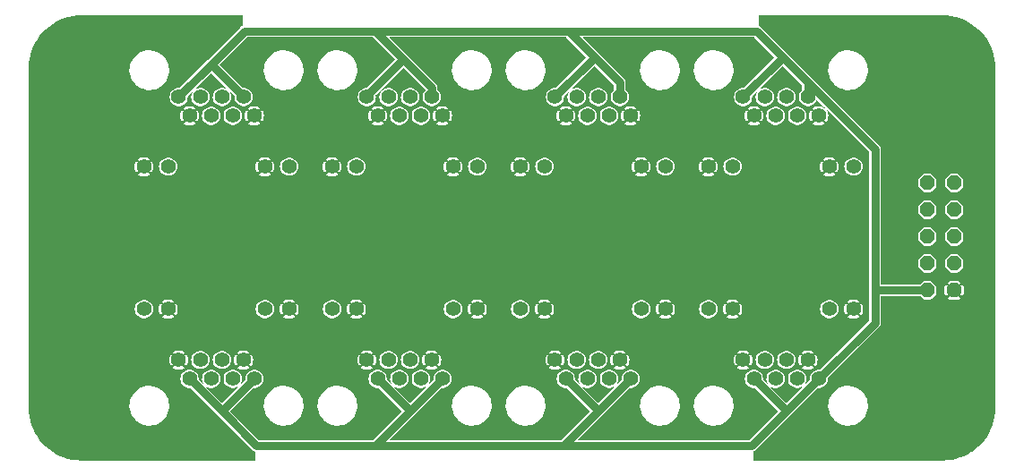
<source format=gbr>
%TF.GenerationSoftware,KiCad,Pcbnew,7.0.1*%
%TF.CreationDate,2023-06-16T22:25:01+09:00*%
%TF.ProjectId,CANFD_HUB,43414e46-445f-4485-9542-2e6b69636164,rev?*%
%TF.SameCoordinates,Original*%
%TF.FileFunction,Copper,L1,Top*%
%TF.FilePolarity,Positive*%
%FSLAX46Y46*%
G04 Gerber Fmt 4.6, Leading zero omitted, Abs format (unit mm)*
G04 Created by KiCad (PCBNEW 7.0.1) date 2023-06-16 22:25:01*
%MOMM*%
%LPD*%
G01*
G04 APERTURE LIST*
G04 Aperture macros list*
%AMOutline5P*
0 Free polygon, 5 corners , with rotation*
0 The origin of the aperture is its center*
0 number of corners: always 5*
0 $1 to $10 corner X, Y*
0 $11 Rotation angle, in degrees counterclockwise*
0 create outline with 5 corners*
4,1,5,$1,$2,$3,$4,$5,$6,$7,$8,$9,$10,$1,$2,$11*%
%AMOutline6P*
0 Free polygon, 6 corners , with rotation*
0 The origin of the aperture is its center*
0 number of corners: always 6*
0 $1 to $12 corner X, Y*
0 $13 Rotation angle, in degrees counterclockwise*
0 create outline with 6 corners*
4,1,6,$1,$2,$3,$4,$5,$6,$7,$8,$9,$10,$11,$12,$1,$2,$13*%
%AMOutline7P*
0 Free polygon, 7 corners , with rotation*
0 The origin of the aperture is its center*
0 number of corners: always 7*
0 $1 to $14 corner X, Y*
0 $15 Rotation angle, in degrees counterclockwise*
0 create outline with 7 corners*
4,1,7,$1,$2,$3,$4,$5,$6,$7,$8,$9,$10,$11,$12,$13,$14,$1,$2,$15*%
%AMOutline8P*
0 Free polygon, 8 corners , with rotation*
0 The origin of the aperture is its center*
0 number of corners: always 8*
0 $1 to $16 corner X, Y*
0 $17 Rotation angle, in degrees counterclockwise*
0 create outline with 8 corners*
4,1,8,$1,$2,$3,$4,$5,$6,$7,$8,$9,$10,$11,$12,$13,$14,$15,$16,$1,$2,$17*%
G04 Aperture macros list end*
%TA.AperFunction,ComponentPad*%
%ADD10C,1.408000*%
%TD*%
%TA.AperFunction,ComponentPad*%
%ADD11Outline8P,-0.711200X0.294589X-0.294589X0.711200X0.294589X0.711200X0.711200X0.294589X0.711200X-0.294589X0.294589X-0.711200X-0.294589X-0.711200X-0.711200X-0.294589X90.000000*%
%TD*%
%TA.AperFunction,ComponentPad*%
%ADD12C,7.010400*%
%TD*%
%TA.AperFunction,ViaPad*%
%ADD13C,1.406400*%
%TD*%
%TA.AperFunction,Conductor*%
%ADD14C,0.800000*%
%TD*%
G04 APERTURE END LIST*
D10*
%TO.P,PORT1,LED2_K*%
%TO.N,GND*%
X113711100Y-98268600D03*
%TO.P,PORT1,LED2_A*%
%TO.N,N$2*%
X116001100Y-98268600D03*
%TO.P,PORT1,LED1_K*%
%TO.N,GND*%
X125141100Y-98268600D03*
%TO.P,PORT1,LED1_A*%
%TO.N,N$9*%
X127431100Y-98268600D03*
%TO.P,PORT1,1*%
%TO.N,+5V*%
X117001100Y-91668600D03*
%TO.P,PORT1,2*%
%TO.N,GND*%
X118021100Y-93448600D03*
%TO.P,PORT1,3*%
%TO.N,CAN_L-*%
X119041100Y-91668600D03*
%TO.P,PORT1,4*%
X120061100Y-93448600D03*
%TO.P,PORT1,5*%
%TO.N,CAN_H+*%
X121081100Y-91668600D03*
%TO.P,PORT1,6*%
X122101100Y-93448600D03*
%TO.P,PORT1,7*%
%TO.N,+5V*%
X123121100Y-91668600D03*
%TO.P,PORT1,8*%
%TO.N,GND*%
X124141100Y-93448600D03*
%TD*%
%TO.P,PORT2,LED2_K*%
%TO.N,GND*%
X131491100Y-98268600D03*
%TO.P,PORT2,LED2_A*%
%TO.N,N$1*%
X133781100Y-98268600D03*
%TO.P,PORT2,LED1_K*%
%TO.N,GND*%
X142921100Y-98268600D03*
%TO.P,PORT2,LED1_A*%
%TO.N,N$10*%
X145211100Y-98268600D03*
%TO.P,PORT2,1*%
%TO.N,+5V*%
X134781100Y-91668600D03*
%TO.P,PORT2,2*%
%TO.N,GND*%
X135801100Y-93448600D03*
%TO.P,PORT2,3*%
%TO.N,CAN_L-*%
X136821100Y-91668600D03*
%TO.P,PORT2,4*%
X137841100Y-93448600D03*
%TO.P,PORT2,5*%
%TO.N,CAN_H+*%
X138861100Y-91668600D03*
%TO.P,PORT2,6*%
X139881100Y-93448600D03*
%TO.P,PORT2,7*%
%TO.N,+5V*%
X140901100Y-91668600D03*
%TO.P,PORT2,8*%
%TO.N,GND*%
X141921100Y-93448600D03*
%TD*%
%TO.P,PORT3,LED2_K*%
%TO.N,GND*%
X149271100Y-98268600D03*
%TO.P,PORT3,LED2_A*%
%TO.N,N$3*%
X151561100Y-98268600D03*
%TO.P,PORT3,LED1_K*%
%TO.N,GND*%
X160701100Y-98268600D03*
%TO.P,PORT3,LED1_A*%
%TO.N,N$11*%
X162991100Y-98268600D03*
%TO.P,PORT3,1*%
%TO.N,+5V*%
X152561100Y-91668600D03*
%TO.P,PORT3,2*%
%TO.N,GND*%
X153581100Y-93448600D03*
%TO.P,PORT3,3*%
%TO.N,CAN_L-*%
X154601100Y-91668600D03*
%TO.P,PORT3,4*%
X155621100Y-93448600D03*
%TO.P,PORT3,5*%
%TO.N,CAN_H+*%
X156641100Y-91668600D03*
%TO.P,PORT3,6*%
X157661100Y-93448600D03*
%TO.P,PORT3,7*%
%TO.N,+5V*%
X158681100Y-91668600D03*
%TO.P,PORT3,8*%
%TO.N,GND*%
X159701100Y-93448600D03*
%TD*%
%TO.P,PORT4,LED2_K*%
%TO.N,GND*%
X167051100Y-98268600D03*
%TO.P,PORT4,LED2_A*%
%TO.N,N$4*%
X169341100Y-98268600D03*
%TO.P,PORT4,LED1_K*%
%TO.N,GND*%
X178481100Y-98268600D03*
%TO.P,PORT4,LED1_A*%
%TO.N,N$12*%
X180771100Y-98268600D03*
%TO.P,PORT4,1*%
%TO.N,+5V*%
X170341100Y-91668600D03*
%TO.P,PORT4,2*%
%TO.N,GND*%
X171361100Y-93448600D03*
%TO.P,PORT4,3*%
%TO.N,CAN_L-*%
X172381100Y-91668600D03*
%TO.P,PORT4,4*%
X173401100Y-93448600D03*
%TO.P,PORT4,5*%
%TO.N,CAN_H+*%
X174421100Y-91668600D03*
%TO.P,PORT4,6*%
X175441100Y-93448600D03*
%TO.P,PORT4,7*%
%TO.N,+5V*%
X176461100Y-91668600D03*
%TO.P,PORT4,8*%
%TO.N,GND*%
X177481100Y-93448600D03*
%TD*%
%TO.P,PORT5,8*%
%TO.N,GND*%
X117001100Y-116558600D03*
%TO.P,PORT5,7*%
%TO.N,+5V*%
X118021100Y-118338600D03*
%TO.P,PORT5,6*%
%TO.N,CAN_H+*%
X119041100Y-116558600D03*
%TO.P,PORT5,5*%
X120061100Y-118338600D03*
%TO.P,PORT5,4*%
%TO.N,CAN_L-*%
X121081100Y-116558600D03*
%TO.P,PORT5,3*%
X122101100Y-118338600D03*
%TO.P,PORT5,2*%
%TO.N,GND*%
X123121100Y-116558600D03*
%TO.P,PORT5,1*%
%TO.N,+5V*%
X124141100Y-118338600D03*
%TO.P,PORT5,LED1_A*%
%TO.N,N$13*%
X113711100Y-111738600D03*
%TO.P,PORT5,LED1_K*%
%TO.N,GND*%
X116001100Y-111738600D03*
%TO.P,PORT5,LED2_A*%
%TO.N,N$5*%
X125141100Y-111738600D03*
%TO.P,PORT5,LED2_K*%
%TO.N,GND*%
X127431100Y-111738600D03*
%TD*%
%TO.P,PORT6,LED2_K*%
%TO.N,GND*%
X145211100Y-111738600D03*
%TO.P,PORT6,LED2_A*%
%TO.N,N$6*%
X142921100Y-111738600D03*
%TO.P,PORT6,LED1_K*%
%TO.N,GND*%
X133781100Y-111738600D03*
%TO.P,PORT6,LED1_A*%
%TO.N,N$14*%
X131491100Y-111738600D03*
%TO.P,PORT6,1*%
%TO.N,+5V*%
X141921100Y-118338600D03*
%TO.P,PORT6,2*%
%TO.N,GND*%
X140901100Y-116558600D03*
%TO.P,PORT6,3*%
%TO.N,CAN_L-*%
X139881100Y-118338600D03*
%TO.P,PORT6,4*%
X138861100Y-116558600D03*
%TO.P,PORT6,5*%
%TO.N,CAN_H+*%
X137841100Y-118338600D03*
%TO.P,PORT6,6*%
X136821100Y-116558600D03*
%TO.P,PORT6,7*%
%TO.N,+5V*%
X135801100Y-118338600D03*
%TO.P,PORT6,8*%
%TO.N,GND*%
X134781100Y-116558600D03*
%TD*%
%TO.P,PORT7,LED2_K*%
%TO.N,GND*%
X162991100Y-111738600D03*
%TO.P,PORT7,LED2_A*%
%TO.N,N$7*%
X160701100Y-111738600D03*
%TO.P,PORT7,LED1_K*%
%TO.N,GND*%
X151561100Y-111738600D03*
%TO.P,PORT7,LED1_A*%
%TO.N,N$15*%
X149271100Y-111738600D03*
%TO.P,PORT7,1*%
%TO.N,+5V*%
X159701100Y-118338600D03*
%TO.P,PORT7,2*%
%TO.N,GND*%
X158681100Y-116558600D03*
%TO.P,PORT7,3*%
%TO.N,CAN_L-*%
X157661100Y-118338600D03*
%TO.P,PORT7,4*%
X156641100Y-116558600D03*
%TO.P,PORT7,5*%
%TO.N,CAN_H+*%
X155621100Y-118338600D03*
%TO.P,PORT7,6*%
X154601100Y-116558600D03*
%TO.P,PORT7,7*%
%TO.N,+5V*%
X153581100Y-118338600D03*
%TO.P,PORT7,8*%
%TO.N,GND*%
X152561100Y-116558600D03*
%TD*%
%TO.P,PORT8,LED2_K*%
%TO.N,GND*%
X180771100Y-111738600D03*
%TO.P,PORT8,LED2_A*%
%TO.N,N$8*%
X178481100Y-111738600D03*
%TO.P,PORT8,LED1_K*%
%TO.N,GND*%
X169341100Y-111738600D03*
%TO.P,PORT8,LED1_A*%
%TO.N,N$16*%
X167051100Y-111738600D03*
%TO.P,PORT8,1*%
%TO.N,+5V*%
X177481100Y-118338600D03*
%TO.P,PORT8,2*%
%TO.N,GND*%
X176461100Y-116558600D03*
%TO.P,PORT8,3*%
%TO.N,CAN_L-*%
X175441100Y-118338600D03*
%TO.P,PORT8,4*%
X174421100Y-116558600D03*
%TO.P,PORT8,5*%
%TO.N,CAN_H+*%
X173401100Y-118338600D03*
%TO.P,PORT8,6*%
X172381100Y-116558600D03*
%TO.P,PORT8,7*%
%TO.N,+5V*%
X171361100Y-118338600D03*
%TO.P,PORT8,8*%
%TO.N,GND*%
X170341100Y-116558600D03*
%TD*%
D11*
%TO.P,LED CONTROL,10*%
%TO.N,LED4*%
X187754100Y-99796600D03*
%TO.P,LED CONTROL,9*%
%TO.N,LED5*%
X190294100Y-99796600D03*
%TO.P,LED CONTROL,8*%
%TO.N,LED3*%
X187754100Y-102336600D03*
%TO.P,LED CONTROL,7*%
%TO.N,LED6*%
X190294100Y-102336600D03*
%TO.P,LED CONTROL,6*%
%TO.N,LED2*%
X187754100Y-104876600D03*
%TO.P,LED CONTROL,5*%
%TO.N,LED7*%
X190294100Y-104876600D03*
%TO.P,LED CONTROL,4*%
%TO.N,LED1*%
X187754100Y-107416600D03*
%TO.P,LED CONTROL,3*%
%TO.N,LED8*%
X190294100Y-107416600D03*
%TO.P,LED CONTROL,2*%
%TO.N,+5V*%
X187754100Y-109956600D03*
%TO.P,LED CONTROL,1*%
%TO.N,GND*%
X190294100Y-109956600D03*
%TD*%
D12*
%TO.P,H3,P$1*%
%TO.N,GND*%
X107871100Y-120878600D03*
%TD*%
%TO.P,H1,P$1*%
%TO.N,GND*%
X107871100Y-89128600D03*
%TD*%
%TO.P,H2,P$1*%
%TO.N,GND*%
X189151100Y-89128600D03*
%TD*%
%TO.P,H4,P$1*%
%TO.N,GND*%
X189151100Y-120878600D03*
%TD*%
D13*
%TO.N,GND*%
X187346706Y-87266207D03*
X189151100Y-86518800D03*
X190955493Y-87266207D03*
X191702900Y-89070600D03*
X190955493Y-90874994D03*
X189151100Y-91622400D03*
X187346706Y-90874994D03*
X186599300Y-89070600D03*
X187346706Y-119016207D03*
X189151100Y-118268800D03*
X190955493Y-119016207D03*
X191702900Y-120820600D03*
X190955493Y-122624994D03*
X189151100Y-123372400D03*
X187346706Y-122624994D03*
X186599300Y-120820600D03*
X106066706Y-119016207D03*
X107871100Y-118268800D03*
X109675493Y-119016207D03*
X110422900Y-120820600D03*
X109675493Y-122624994D03*
X107871100Y-123372400D03*
X106066706Y-122624994D03*
X105319300Y-120820600D03*
X106066706Y-87266207D03*
X107871100Y-86518800D03*
X109675493Y-87266207D03*
X110422900Y-89070600D03*
X109675493Y-90874994D03*
X107871100Y-91622400D03*
X106066706Y-90874994D03*
X105319300Y-89070600D03*
%TD*%
D14*
%TO.N,+5V*%
X121088100Y-121391600D02*
X121074100Y-121391600D01*
X124141100Y-118338600D02*
X121088100Y-121391600D01*
X120066100Y-88613600D02*
X120056100Y-88613600D01*
X123121100Y-91668600D02*
X120066100Y-88613600D01*
X187754100Y-109956600D02*
X182801100Y-109956600D01*
X182801100Y-109956600D02*
X182801100Y-96621600D01*
X182801100Y-113018600D02*
X182801100Y-109956600D01*
X182801100Y-96621600D02*
X176461100Y-90281600D01*
X177481100Y-118338600D02*
X182801100Y-113018600D01*
X174416100Y-121393600D02*
X174426100Y-121393600D01*
X171361100Y-118338600D02*
X174416100Y-121393600D01*
X174426100Y-121393600D02*
X177481100Y-118338600D01*
X171150100Y-124669600D02*
X174426100Y-121393600D01*
X153370100Y-124669600D02*
X171150100Y-124669600D01*
X156636100Y-121393600D02*
X156646100Y-121393600D01*
X153581100Y-118338600D02*
X156636100Y-121393600D01*
X156646100Y-121393600D02*
X159701100Y-118338600D01*
X153370100Y-124669600D02*
X156646100Y-121393600D01*
X135590100Y-124669600D02*
X153370100Y-124669600D01*
X138856100Y-121393600D02*
X138866100Y-121393600D01*
X135801100Y-118338600D02*
X138856100Y-121393600D01*
X124352100Y-124669600D02*
X135590100Y-124669600D01*
X138866100Y-121393600D02*
X141921100Y-118338600D01*
X135590100Y-124669600D02*
X138866100Y-121393600D01*
X121074100Y-121391600D02*
X124352100Y-124669600D01*
X118021100Y-118338600D02*
X121074100Y-121391600D01*
X174087600Y-87922100D02*
X174101600Y-87922100D01*
X170341100Y-91668600D02*
X174087600Y-87922100D01*
X174101600Y-87922100D02*
X176461100Y-90281600D01*
X171625100Y-85445600D02*
X174101600Y-87922100D01*
X176461100Y-90281600D02*
X176461100Y-91668600D01*
X153845100Y-85445600D02*
X171625100Y-85445600D01*
X156307600Y-87922100D02*
X156321600Y-87922100D01*
X152561100Y-91668600D02*
X156307600Y-87922100D01*
X156321600Y-87922100D02*
X158681100Y-90281600D01*
X153845100Y-85445600D02*
X156321600Y-87922100D01*
X158681100Y-90281600D02*
X158681100Y-91668600D01*
X135557100Y-85445600D02*
X153845100Y-85445600D01*
X134781100Y-91555600D02*
X138224100Y-88112600D01*
X134781100Y-91668600D02*
X134781100Y-91555600D01*
X140901100Y-90789600D02*
X140901100Y-91668600D01*
X138224100Y-88112600D02*
X140901100Y-90789600D01*
X135557100Y-85445600D02*
X138224100Y-88112600D01*
X123224100Y-85445600D02*
X135557100Y-85445600D01*
X120056100Y-88613600D02*
X123224100Y-85445600D01*
X117001100Y-91668600D02*
X120056100Y-88613600D01*
%TD*%
%TA.AperFunction,Conductor*%
%TO.N,GND*%
G36*
X189211873Y-83947131D02*
G01*
X189620366Y-83964026D01*
X189623399Y-83964278D01*
X190028376Y-84014759D01*
X190031363Y-84015257D01*
X190430778Y-84099005D01*
X190433707Y-84099746D01*
X190824864Y-84216199D01*
X190827740Y-84217186D01*
X191207907Y-84365529D01*
X191210712Y-84366759D01*
X191577323Y-84545985D01*
X191580006Y-84547436D01*
X191669450Y-84600733D01*
X191930574Y-84756329D01*
X191933141Y-84758006D01*
X192100913Y-84877793D01*
X192265260Y-84995135D01*
X192267670Y-84997011D01*
X192347553Y-85064668D01*
X192579060Y-85260744D01*
X192581316Y-85262820D01*
X192869879Y-85551383D01*
X192871955Y-85553639D01*
X193135684Y-85865024D01*
X193137568Y-85867444D01*
X193374693Y-86199558D01*
X193376370Y-86202125D01*
X193585259Y-86552686D01*
X193586718Y-86555383D01*
X193765938Y-86921984D01*
X193767170Y-86924792D01*
X193915508Y-87304947D01*
X193916504Y-87307847D01*
X193935653Y-87372166D01*
X193984826Y-87537337D01*
X194032947Y-87698970D01*
X194033697Y-87701938D01*
X194043086Y-87746712D01*
X194117438Y-88101317D01*
X194117943Y-88104341D01*
X194168420Y-88509288D01*
X194168673Y-88512344D01*
X194185568Y-88920826D01*
X194185600Y-88922359D01*
X194185600Y-121084841D01*
X194185568Y-121086374D01*
X194168673Y-121494855D01*
X194168420Y-121497911D01*
X194117943Y-121902858D01*
X194117438Y-121905882D01*
X194033699Y-122305256D01*
X194032947Y-122308229D01*
X193916504Y-122699352D01*
X193915508Y-122702252D01*
X193767170Y-123082407D01*
X193765938Y-123085215D01*
X193586718Y-123451816D01*
X193585259Y-123454513D01*
X193376370Y-123805074D01*
X193374693Y-123807641D01*
X193137568Y-124139755D01*
X193135684Y-124142175D01*
X192871955Y-124453560D01*
X192869879Y-124455816D01*
X192581316Y-124744379D01*
X192579060Y-124746455D01*
X192267675Y-125010184D01*
X192265255Y-125012068D01*
X191933141Y-125249193D01*
X191930574Y-125250870D01*
X191580013Y-125459759D01*
X191577316Y-125461218D01*
X191210715Y-125640438D01*
X191207907Y-125641670D01*
X190827752Y-125790008D01*
X190824852Y-125791004D01*
X190433729Y-125907447D01*
X190430756Y-125908199D01*
X190031382Y-125991938D01*
X190028358Y-125992443D01*
X189623411Y-126042920D01*
X189620355Y-126043173D01*
X189211874Y-126060068D01*
X189210341Y-126060100D01*
X171321473Y-126060100D01*
X171302876Y-126055102D01*
X171289289Y-126041456D01*
X171284373Y-126022837D01*
X171284507Y-125992443D01*
X171287821Y-125236753D01*
X171293943Y-125216502D01*
X171310138Y-125202890D01*
X171324068Y-125196839D01*
X171330048Y-125194827D01*
X171354841Y-125188787D01*
X171394736Y-125166353D01*
X171398110Y-125164678D01*
X171440079Y-125146450D01*
X171459868Y-125130349D01*
X171465088Y-125126796D01*
X171487323Y-125114295D01*
X171519674Y-125081942D01*
X171522474Y-125079415D01*
X171557978Y-125050532D01*
X171572687Y-125029693D01*
X171576756Y-125024861D01*
X174795685Y-121805932D01*
X174798484Y-121803407D01*
X174833978Y-121774532D01*
X174848690Y-121753688D01*
X174852754Y-121748862D01*
X175654335Y-120947281D01*
X178381838Y-120947281D01*
X178411863Y-121220166D01*
X178481304Y-121485783D01*
X178588677Y-121738454D01*
X178690858Y-121905882D01*
X178731695Y-121972796D01*
X178907309Y-122183818D01*
X179111777Y-122367023D01*
X179111779Y-122367024D01*
X179340742Y-122518505D01*
X179589319Y-122635033D01*
X179702447Y-122669067D01*
X179852219Y-122714127D01*
X180123831Y-122754100D01*
X180329647Y-122754100D01*
X180329648Y-122754100D01*
X180534906Y-122739077D01*
X180624228Y-122719179D01*
X180802875Y-122679384D01*
X181059298Y-122581311D01*
X181298709Y-122446947D01*
X181516004Y-122279157D01*
X181706554Y-122081516D01*
X181866296Y-121858237D01*
X181991827Y-121614079D01*
X182080470Y-121354246D01*
X182130336Y-121084274D01*
X182135376Y-120946366D01*
X187296888Y-120946366D01*
X187312124Y-121084841D01*
X187326514Y-121215618D01*
X187361098Y-121347905D01*
X187395028Y-121477689D01*
X187500970Y-121726992D01*
X187642080Y-121958207D01*
X187815357Y-122166423D01*
X187941177Y-122279157D01*
X188017098Y-122347182D01*
X188167706Y-122446823D01*
X188243011Y-122496645D01*
X188488274Y-122611620D01*
X188566097Y-122635033D01*
X188747669Y-122689660D01*
X189015661Y-122729100D01*
X189218731Y-122729100D01*
X189218732Y-122729100D01*
X189421257Y-122714277D01*
X189531774Y-122689658D01*
X189685653Y-122655380D01*
X189938658Y-122558614D01*
X190174877Y-122426041D01*
X190389277Y-122260488D01*
X190577286Y-122065481D01*
X190734899Y-121845179D01*
X190858756Y-121604275D01*
X190946218Y-121347905D01*
X190995419Y-121081533D01*
X191005312Y-120810835D01*
X190975686Y-120541582D01*
X190907172Y-120279512D01*
X190801230Y-120030210D01*
X190801229Y-120030207D01*
X190660119Y-119798992D01*
X190660118Y-119798990D01*
X190486845Y-119590780D01*
X190486842Y-119590776D01*
X190285103Y-119410019D01*
X190285102Y-119410018D01*
X190165905Y-119331158D01*
X190059188Y-119260554D01*
X189813925Y-119145579D01*
X189554534Y-119067541D01*
X189554531Y-119067540D01*
X189286539Y-119028100D01*
X189083469Y-119028100D01*
X189083468Y-119028100D01*
X188880942Y-119042922D01*
X188616548Y-119101819D01*
X188363541Y-119198586D01*
X188127324Y-119331158D01*
X187912924Y-119496710D01*
X187724912Y-119691721D01*
X187567303Y-119912017D01*
X187443443Y-120152927D01*
X187355981Y-120409294D01*
X187306780Y-120675670D01*
X187296888Y-120946366D01*
X182135376Y-120946366D01*
X182140362Y-120809920D01*
X182110336Y-120537029D01*
X182040896Y-120271418D01*
X181933523Y-120018748D01*
X181933522Y-120018745D01*
X181790506Y-119784406D01*
X181790505Y-119784404D01*
X181614891Y-119573382D01*
X181410423Y-119390177D01*
X181410420Y-119390175D01*
X181181457Y-119238694D01*
X180932880Y-119122166D01*
X180669984Y-119043074D01*
X180669981Y-119043073D01*
X180398369Y-119003100D01*
X180192553Y-119003100D01*
X180192552Y-119003100D01*
X179987293Y-119018122D01*
X179719326Y-119077815D01*
X179462901Y-119175889D01*
X179223496Y-119310249D01*
X179006190Y-119478047D01*
X178815647Y-119675682D01*
X178655906Y-119898959D01*
X178530372Y-120143123D01*
X178441729Y-120402953D01*
X178391863Y-120672929D01*
X178381838Y-120947281D01*
X175654335Y-120947281D01*
X177395251Y-119206366D01*
X177421486Y-119195500D01*
X177571165Y-119195500D01*
X177747351Y-119158050D01*
X177747351Y-119158049D01*
X177747355Y-119158049D01*
X177911910Y-119084785D01*
X178057636Y-118978908D01*
X178178165Y-118845048D01*
X178268229Y-118689052D01*
X178323892Y-118517741D01*
X178342720Y-118338600D01*
X178336988Y-118284073D01*
X178338913Y-118267815D01*
X178347649Y-118253967D01*
X183184993Y-113416624D01*
X183185814Y-113415831D01*
X183234023Y-113370809D01*
X183257798Y-113331711D01*
X183259917Y-113328597D01*
X183287572Y-113292130D01*
X183296930Y-113268397D01*
X183299738Y-113262744D01*
X183312994Y-113240947D01*
X183325340Y-113196879D01*
X183326537Y-113193319D01*
X183343330Y-113150738D01*
X183345938Y-113125359D01*
X183347117Y-113119152D01*
X183354000Y-113094594D01*
X183354000Y-113048844D01*
X183354195Y-113045050D01*
X183358873Y-112999548D01*
X183354539Y-112974409D01*
X183354000Y-112968106D01*
X183354000Y-110546600D01*
X183364866Y-110520366D01*
X183391100Y-110509500D01*
X187069609Y-110509500D01*
X187095843Y-110520366D01*
X187362043Y-110786565D01*
X187380947Y-110799196D01*
X187399853Y-110811828D01*
X187435581Y-110818934D01*
X187444453Y-110820700D01*
X187444454Y-110820700D01*
X188063748Y-110820701D01*
X188108348Y-110811829D01*
X188146158Y-110786565D01*
X188258552Y-110674171D01*
X189719646Y-110674171D01*
X189870489Y-110825015D01*
X189920538Y-110858455D01*
X189979577Y-110870199D01*
X190608626Y-110870199D01*
X190667662Y-110858455D01*
X190717707Y-110825016D01*
X190868552Y-110674171D01*
X190294099Y-110099718D01*
X189719646Y-110674171D01*
X188258552Y-110674171D01*
X188584064Y-110348658D01*
X188609328Y-110310847D01*
X188617229Y-110271126D01*
X189380500Y-110271126D01*
X189392244Y-110330162D01*
X189425683Y-110380207D01*
X189576528Y-110531052D01*
X190150980Y-109956599D01*
X190437218Y-109956599D01*
X191011671Y-110531052D01*
X191162513Y-110380213D01*
X191195955Y-110330161D01*
X191207699Y-110271122D01*
X191207699Y-109642073D01*
X191195955Y-109583037D01*
X191162516Y-109532992D01*
X191011671Y-109382147D01*
X190437218Y-109956599D01*
X190150980Y-109956599D01*
X189576527Y-109382146D01*
X189425684Y-109532989D01*
X189392244Y-109583038D01*
X189380500Y-109642077D01*
X189380500Y-110271126D01*
X188617229Y-110271126D01*
X188618200Y-110266246D01*
X188618201Y-109646952D01*
X188609329Y-109602352D01*
X188584065Y-109564542D01*
X188258550Y-109239028D01*
X189719647Y-109239028D01*
X190294099Y-109813480D01*
X190868552Y-109239027D01*
X190717710Y-109088184D01*
X190667661Y-109054744D01*
X190608622Y-109043000D01*
X189979573Y-109043000D01*
X189920537Y-109054744D01*
X189870492Y-109088183D01*
X189719647Y-109239028D01*
X188258550Y-109239028D01*
X188146158Y-109126636D01*
X188146158Y-109126635D01*
X188146156Y-109126634D01*
X188108347Y-109101372D01*
X188063746Y-109092499D01*
X187444451Y-109092499D01*
X187399851Y-109101371D01*
X187362044Y-109126633D01*
X187095844Y-109392834D01*
X187069610Y-109403700D01*
X183391100Y-109403700D01*
X183364866Y-109392834D01*
X183354000Y-109366600D01*
X183354000Y-107726248D01*
X186889999Y-107726248D01*
X186898871Y-107770848D01*
X186924135Y-107808658D01*
X187362041Y-108246563D01*
X187362043Y-108246565D01*
X187380947Y-108259195D01*
X187399853Y-108271828D01*
X187435581Y-108278934D01*
X187444453Y-108280700D01*
X187444454Y-108280700D01*
X188063748Y-108280701D01*
X188108348Y-108271829D01*
X188146158Y-108246565D01*
X188584064Y-107808658D01*
X188609328Y-107770847D01*
X188618200Y-107726248D01*
X189429999Y-107726248D01*
X189438871Y-107770848D01*
X189464135Y-107808658D01*
X189902041Y-108246563D01*
X189902043Y-108246565D01*
X189920947Y-108259195D01*
X189939853Y-108271828D01*
X189975581Y-108278934D01*
X189984453Y-108280700D01*
X189984454Y-108280700D01*
X190603748Y-108280701D01*
X190648348Y-108271829D01*
X190686158Y-108246565D01*
X191124064Y-107808658D01*
X191149328Y-107770847D01*
X191158200Y-107726246D01*
X191158201Y-107106952D01*
X191149329Y-107062352D01*
X191124065Y-107024542D01*
X190686158Y-106586636D01*
X190686158Y-106586635D01*
X190686156Y-106586634D01*
X190648347Y-106561372D01*
X190603746Y-106552499D01*
X189984451Y-106552499D01*
X189939851Y-106561371D01*
X189902044Y-106586633D01*
X189464134Y-107024543D01*
X189438872Y-107062352D01*
X189429999Y-107106953D01*
X189429999Y-107726246D01*
X189429999Y-107726248D01*
X188618200Y-107726248D01*
X188618200Y-107726246D01*
X188618201Y-107106952D01*
X188609329Y-107062352D01*
X188584065Y-107024542D01*
X188146158Y-106586636D01*
X188146158Y-106586635D01*
X188146156Y-106586634D01*
X188108347Y-106561372D01*
X188063746Y-106552499D01*
X187444451Y-106552499D01*
X187399851Y-106561371D01*
X187362044Y-106586633D01*
X186924134Y-107024543D01*
X186898872Y-107062352D01*
X186889999Y-107106953D01*
X186889999Y-107726246D01*
X186889999Y-107726248D01*
X183354000Y-107726248D01*
X183354000Y-105186248D01*
X186889999Y-105186248D01*
X186898871Y-105230848D01*
X186924135Y-105268658D01*
X187362041Y-105706563D01*
X187362043Y-105706565D01*
X187380947Y-105719195D01*
X187399853Y-105731828D01*
X187435580Y-105738934D01*
X187444453Y-105740700D01*
X187444454Y-105740700D01*
X188063748Y-105740701D01*
X188108348Y-105731829D01*
X188146158Y-105706565D01*
X188584064Y-105268658D01*
X188609328Y-105230847D01*
X188618200Y-105186248D01*
X189429999Y-105186248D01*
X189438871Y-105230848D01*
X189464135Y-105268658D01*
X189902041Y-105706563D01*
X189902043Y-105706565D01*
X189920947Y-105719195D01*
X189939853Y-105731828D01*
X189975580Y-105738934D01*
X189984453Y-105740700D01*
X189984454Y-105740700D01*
X190603748Y-105740701D01*
X190648348Y-105731829D01*
X190686158Y-105706565D01*
X191124064Y-105268658D01*
X191149328Y-105230847D01*
X191158200Y-105186246D01*
X191158201Y-104566952D01*
X191149329Y-104522352D01*
X191124065Y-104484542D01*
X190686158Y-104046636D01*
X190686157Y-104046635D01*
X190686156Y-104046634D01*
X190648347Y-104021372D01*
X190603746Y-104012499D01*
X189984451Y-104012499D01*
X189939851Y-104021371D01*
X189902044Y-104046633D01*
X189464134Y-104484543D01*
X189438872Y-104522352D01*
X189429999Y-104566953D01*
X189429999Y-105186246D01*
X189429999Y-105186248D01*
X188618200Y-105186248D01*
X188618200Y-105186246D01*
X188618201Y-104566952D01*
X188609329Y-104522352D01*
X188584065Y-104484542D01*
X188146158Y-104046636D01*
X188146157Y-104046635D01*
X188146156Y-104046634D01*
X188108347Y-104021372D01*
X188063746Y-104012499D01*
X187444451Y-104012499D01*
X187399851Y-104021371D01*
X187362044Y-104046633D01*
X186924134Y-104484543D01*
X186898872Y-104522352D01*
X186889999Y-104566953D01*
X186889999Y-105186246D01*
X186889999Y-105186248D01*
X183354000Y-105186248D01*
X183354000Y-102646248D01*
X186889999Y-102646248D01*
X186898871Y-102690848D01*
X186924135Y-102728658D01*
X187362041Y-103166563D01*
X187362043Y-103166565D01*
X187380947Y-103179196D01*
X187399853Y-103191828D01*
X187435581Y-103198934D01*
X187444453Y-103200700D01*
X187444454Y-103200700D01*
X188063748Y-103200701D01*
X188108348Y-103191829D01*
X188146158Y-103166565D01*
X188584064Y-102728658D01*
X188609328Y-102690847D01*
X188618200Y-102646248D01*
X189429999Y-102646248D01*
X189438871Y-102690848D01*
X189464135Y-102728658D01*
X189902041Y-103166563D01*
X189902043Y-103166565D01*
X189920947Y-103179196D01*
X189939853Y-103191828D01*
X189975581Y-103198934D01*
X189984453Y-103200700D01*
X189984454Y-103200700D01*
X190603748Y-103200701D01*
X190648348Y-103191829D01*
X190686158Y-103166565D01*
X191124064Y-102728658D01*
X191149328Y-102690847D01*
X191158200Y-102646246D01*
X191158201Y-102026952D01*
X191149329Y-101982352D01*
X191124065Y-101944542D01*
X190686158Y-101506636D01*
X190686157Y-101506635D01*
X190686156Y-101506634D01*
X190648347Y-101481372D01*
X190603746Y-101472499D01*
X189984451Y-101472499D01*
X189939851Y-101481371D01*
X189902044Y-101506633D01*
X189464134Y-101944543D01*
X189438872Y-101982352D01*
X189429999Y-102026953D01*
X189429999Y-102646246D01*
X189429999Y-102646248D01*
X188618200Y-102646248D01*
X188618200Y-102646246D01*
X188618201Y-102026952D01*
X188609329Y-101982352D01*
X188584065Y-101944542D01*
X188146158Y-101506636D01*
X188146157Y-101506635D01*
X188146156Y-101506634D01*
X188108347Y-101481372D01*
X188063746Y-101472499D01*
X187444451Y-101472499D01*
X187399851Y-101481371D01*
X187362044Y-101506633D01*
X186924134Y-101944543D01*
X186898872Y-101982352D01*
X186889999Y-102026953D01*
X186889999Y-102646246D01*
X186889999Y-102646248D01*
X183354000Y-102646248D01*
X183354000Y-100106248D01*
X186889999Y-100106248D01*
X186898871Y-100150848D01*
X186924135Y-100188658D01*
X187362041Y-100626563D01*
X187362043Y-100626565D01*
X187380947Y-100639195D01*
X187399853Y-100651828D01*
X187435581Y-100658934D01*
X187444453Y-100660700D01*
X187444454Y-100660700D01*
X188063748Y-100660701D01*
X188108348Y-100651829D01*
X188146158Y-100626565D01*
X188584064Y-100188658D01*
X188609328Y-100150847D01*
X188618200Y-100106248D01*
X189429999Y-100106248D01*
X189438871Y-100150848D01*
X189464135Y-100188658D01*
X189902041Y-100626563D01*
X189902043Y-100626565D01*
X189920947Y-100639195D01*
X189939853Y-100651828D01*
X189975581Y-100658934D01*
X189984453Y-100660700D01*
X189984454Y-100660700D01*
X190603748Y-100660701D01*
X190648348Y-100651829D01*
X190686158Y-100626565D01*
X191124064Y-100188658D01*
X191149328Y-100150847D01*
X191158200Y-100106246D01*
X191158201Y-99486952D01*
X191149329Y-99442352D01*
X191124065Y-99404542D01*
X190686158Y-98966636D01*
X190686157Y-98966635D01*
X190686156Y-98966634D01*
X190648347Y-98941372D01*
X190603746Y-98932499D01*
X189984451Y-98932499D01*
X189939851Y-98941371D01*
X189902044Y-98966633D01*
X189464134Y-99404543D01*
X189438872Y-99442352D01*
X189429999Y-99486953D01*
X189429999Y-100106246D01*
X189429999Y-100106248D01*
X188618200Y-100106248D01*
X188618200Y-100106246D01*
X188618201Y-99486952D01*
X188609329Y-99442352D01*
X188584065Y-99404542D01*
X188146158Y-98966636D01*
X188146157Y-98966635D01*
X188146156Y-98966634D01*
X188108347Y-98941372D01*
X188063746Y-98932499D01*
X187444451Y-98932499D01*
X187399851Y-98941371D01*
X187362044Y-98966633D01*
X186924134Y-99404543D01*
X186898872Y-99442352D01*
X186889999Y-99486953D01*
X186889999Y-100106246D01*
X186889999Y-100106248D01*
X183354000Y-100106248D01*
X183354000Y-96631659D01*
X183354022Y-96630392D01*
X183354023Y-96630362D01*
X183356272Y-96564527D01*
X183345436Y-96520063D01*
X183344734Y-96516370D01*
X183338502Y-96471027D01*
X183328342Y-96447637D01*
X183326325Y-96441639D01*
X183320287Y-96416859D01*
X183297865Y-96376984D01*
X183296178Y-96373588D01*
X183277950Y-96331621D01*
X183277949Y-96331620D01*
X183277949Y-96331619D01*
X183261854Y-96311837D01*
X183258297Y-96306612D01*
X183245795Y-96284377D01*
X183245793Y-96284375D01*
X183213446Y-96252027D01*
X183210901Y-96249207D01*
X183182033Y-96213723D01*
X183182032Y-96213722D01*
X183161190Y-96199009D01*
X183156357Y-96194939D01*
X176873442Y-89912023D01*
X176870897Y-89909202D01*
X176842031Y-89873720D01*
X176821194Y-89859012D01*
X176816355Y-89854937D01*
X176158699Y-89197281D01*
X178381838Y-89197281D01*
X178411863Y-89470166D01*
X178481304Y-89735783D01*
X178588677Y-89988454D01*
X178722791Y-90208207D01*
X178731695Y-90222796D01*
X178907309Y-90433818D01*
X179111777Y-90617023D01*
X179111779Y-90617024D01*
X179340742Y-90768505D01*
X179589319Y-90885033D01*
X179665281Y-90907886D01*
X179852219Y-90964127D01*
X180123831Y-91004100D01*
X180329647Y-91004100D01*
X180329648Y-91004100D01*
X180534906Y-90989077D01*
X180624228Y-90969179D01*
X180802875Y-90929384D01*
X181059298Y-90831311D01*
X181298709Y-90696947D01*
X181516004Y-90529157D01*
X181706554Y-90331516D01*
X181866296Y-90108237D01*
X181991827Y-89864079D01*
X182080470Y-89604246D01*
X182130336Y-89334274D01*
X182135376Y-89196366D01*
X187296888Y-89196366D01*
X187319941Y-89405885D01*
X187326514Y-89465618D01*
X187361098Y-89597905D01*
X187395028Y-89727689D01*
X187500970Y-89976992D01*
X187642080Y-90208207D01*
X187815357Y-90416423D01*
X187987462Y-90570628D01*
X188017098Y-90597182D01*
X188151694Y-90686230D01*
X188243011Y-90746645D01*
X188488274Y-90861620D01*
X188566097Y-90885033D01*
X188747669Y-90939660D01*
X189015661Y-90979100D01*
X189218731Y-90979100D01*
X189218732Y-90979100D01*
X189421257Y-90964277D01*
X189531774Y-90939658D01*
X189685653Y-90905380D01*
X189938658Y-90808614D01*
X190174877Y-90676041D01*
X190389277Y-90510488D01*
X190577286Y-90315481D01*
X190734899Y-90095179D01*
X190858756Y-89854275D01*
X190946218Y-89597905D01*
X190995419Y-89331533D01*
X191005312Y-89060835D01*
X190975686Y-88791582D01*
X190907172Y-88529512D01*
X190801230Y-88280210D01*
X190801229Y-88280207D01*
X190660119Y-88048992D01*
X190660118Y-88048990D01*
X190527313Y-87889408D01*
X190486842Y-87840776D01*
X190285103Y-87660019D01*
X190285102Y-87660018D01*
X190165905Y-87581158D01*
X190059188Y-87510554D01*
X189813925Y-87395579D01*
X189554534Y-87317541D01*
X189554531Y-87317540D01*
X189286539Y-87278100D01*
X189083469Y-87278100D01*
X189083468Y-87278100D01*
X188880942Y-87292922D01*
X188616548Y-87351819D01*
X188363541Y-87448586D01*
X188127324Y-87581158D01*
X187912924Y-87746710D01*
X187724912Y-87941721D01*
X187567303Y-88162017D01*
X187443443Y-88402927D01*
X187355981Y-88659294D01*
X187306780Y-88925670D01*
X187296888Y-89196366D01*
X182135376Y-89196366D01*
X182140362Y-89059920D01*
X182110336Y-88787029D01*
X182040896Y-88521418D01*
X181986376Y-88393121D01*
X181933522Y-88268745D01*
X181790506Y-88034406D01*
X181790505Y-88034404D01*
X181614891Y-87823382D01*
X181410423Y-87640177D01*
X181410420Y-87640175D01*
X181181457Y-87488694D01*
X180932880Y-87372166D01*
X180669984Y-87293074D01*
X180669981Y-87293073D01*
X180398369Y-87253100D01*
X180192553Y-87253100D01*
X180192552Y-87253100D01*
X179987293Y-87268122D01*
X179719326Y-87327815D01*
X179462901Y-87425889D01*
X179223496Y-87560249D01*
X179006190Y-87728047D01*
X178815647Y-87925682D01*
X178655906Y-88148959D01*
X178530372Y-88393123D01*
X178441729Y-88652953D01*
X178391863Y-88922929D01*
X178381838Y-89197281D01*
X176158699Y-89197281D01*
X175658436Y-88697018D01*
X174499667Y-87538248D01*
X174498787Y-87537337D01*
X174453809Y-87489177D01*
X174449412Y-87486503D01*
X174442457Y-87481039D01*
X172023167Y-85061748D01*
X172022287Y-85060837D01*
X171977307Y-85012675D01*
X171938217Y-84988905D01*
X171935076Y-84986767D01*
X171898630Y-84959129D01*
X171898629Y-84959128D01*
X171874899Y-84949769D01*
X171869238Y-84946957D01*
X171847447Y-84933706D01*
X171827090Y-84928002D01*
X171807538Y-84914695D01*
X171800000Y-84892278D01*
X171800000Y-83984200D01*
X171810866Y-83957966D01*
X171837100Y-83947100D01*
X189202815Y-83947100D01*
X189210341Y-83947100D01*
X189211873Y-83947131D01*
G37*
%TD.AperFunction*%
%TA.AperFunction,Conductor*%
G36*
X123072266Y-83957909D02*
G01*
X123083189Y-83984036D01*
X123084875Y-84366761D01*
X123087126Y-84877793D01*
X123081093Y-84898236D01*
X123064806Y-84911985D01*
X123050135Y-84918357D01*
X123044140Y-84920373D01*
X123019359Y-84926412D01*
X122979479Y-84948835D01*
X122976078Y-84950524D01*
X122934121Y-84968749D01*
X122914335Y-84984846D01*
X122909106Y-84988405D01*
X122886876Y-85000904D01*
X122854532Y-85033247D01*
X122851713Y-85035791D01*
X122816223Y-85064666D01*
X122801517Y-85085499D01*
X122797442Y-85090337D01*
X122022756Y-85865024D01*
X119718875Y-88168905D01*
X119718876Y-88168905D01*
X119687590Y-88200189D01*
X119686532Y-88201248D01*
X119683713Y-88203791D01*
X119648223Y-88232666D01*
X119633517Y-88253499D01*
X119629442Y-88258337D01*
X117086947Y-90800834D01*
X117074911Y-90808876D01*
X117060713Y-90811700D01*
X116911035Y-90811700D01*
X116734848Y-90849149D01*
X116570287Y-90922416D01*
X116424567Y-91028289D01*
X116424564Y-91028291D01*
X116424564Y-91028292D01*
X116304035Y-91162152D01*
X116237678Y-91277087D01*
X116213970Y-91318150D01*
X116158308Y-91489457D01*
X116145210Y-91614078D01*
X116139480Y-91668600D01*
X116158308Y-91847741D01*
X116213971Y-92019052D01*
X116304035Y-92175048D01*
X116424564Y-92308908D01*
X116570290Y-92414785D01*
X116734845Y-92488049D01*
X116734846Y-92488049D01*
X116734848Y-92488050D01*
X116911035Y-92525500D01*
X116911036Y-92525500D01*
X117091164Y-92525500D01*
X117091165Y-92525500D01*
X117267351Y-92488050D01*
X117267351Y-92488049D01*
X117267355Y-92488049D01*
X117431910Y-92414785D01*
X117577636Y-92308908D01*
X117698165Y-92175048D01*
X117788229Y-92019052D01*
X117843892Y-91847741D01*
X117862720Y-91668600D01*
X117856988Y-91614073D01*
X117858913Y-91597815D01*
X117867649Y-91583967D01*
X118219315Y-91232302D01*
X118243120Y-91221516D01*
X118268132Y-91229103D01*
X118281934Y-91251299D01*
X118277677Y-91277086D01*
X118253971Y-91318147D01*
X118198308Y-91489457D01*
X118185210Y-91614078D01*
X118179480Y-91668600D01*
X118198308Y-91847741D01*
X118253971Y-92019052D01*
X118344035Y-92175048D01*
X118464564Y-92308908D01*
X118610290Y-92414785D01*
X118774845Y-92488049D01*
X118774846Y-92488049D01*
X118774848Y-92488050D01*
X118951035Y-92525500D01*
X118951036Y-92525500D01*
X119131164Y-92525500D01*
X119131165Y-92525500D01*
X119307351Y-92488050D01*
X119307351Y-92488049D01*
X119307355Y-92488049D01*
X119471910Y-92414785D01*
X119617636Y-92308908D01*
X119738165Y-92175048D01*
X119828229Y-92019052D01*
X119883892Y-91847741D01*
X119902720Y-91668600D01*
X119883892Y-91489459D01*
X119828229Y-91318148D01*
X119738165Y-91162152D01*
X119617636Y-91028292D01*
X119617632Y-91028289D01*
X119471912Y-90922416D01*
X119307351Y-90849149D01*
X119131165Y-90811700D01*
X119131164Y-90811700D01*
X118951036Y-90811700D01*
X118951035Y-90811700D01*
X118774848Y-90849149D01*
X118646995Y-90906072D01*
X118621834Y-90907886D01*
X118601330Y-90893193D01*
X118594961Y-90868784D01*
X118605669Y-90845947D01*
X120034868Y-89416749D01*
X120061099Y-89405885D01*
X120087333Y-89416751D01*
X121516527Y-90845945D01*
X121527237Y-90868784D01*
X121520868Y-90893193D01*
X121500364Y-90907886D01*
X121475203Y-90906072D01*
X121347351Y-90849149D01*
X121171165Y-90811700D01*
X121171164Y-90811700D01*
X120991036Y-90811700D01*
X120991035Y-90811700D01*
X120814848Y-90849149D01*
X120650287Y-90922416D01*
X120504567Y-91028289D01*
X120504564Y-91028291D01*
X120504564Y-91028292D01*
X120384035Y-91162152D01*
X120317678Y-91277087D01*
X120293970Y-91318150D01*
X120238308Y-91489457D01*
X120225210Y-91614078D01*
X120219480Y-91668600D01*
X120238308Y-91847741D01*
X120293971Y-92019052D01*
X120384035Y-92175048D01*
X120504564Y-92308908D01*
X120650290Y-92414785D01*
X120814845Y-92488049D01*
X120814846Y-92488049D01*
X120814848Y-92488050D01*
X120991035Y-92525500D01*
X120991036Y-92525500D01*
X121171164Y-92525500D01*
X121171165Y-92525500D01*
X121347351Y-92488050D01*
X121347351Y-92488049D01*
X121347355Y-92488049D01*
X121511910Y-92414785D01*
X121657636Y-92308908D01*
X121778165Y-92175048D01*
X121868229Y-92019052D01*
X121923892Y-91847741D01*
X121942720Y-91668600D01*
X121923892Y-91489459D01*
X121868229Y-91318148D01*
X121844522Y-91277087D01*
X121840266Y-91251301D01*
X121854068Y-91229106D01*
X121879079Y-91221518D01*
X121902887Y-91232305D01*
X122254547Y-91583965D01*
X122263285Y-91597814D01*
X122265210Y-91614076D01*
X122259480Y-91668600D01*
X122278308Y-91847741D01*
X122333971Y-92019052D01*
X122424035Y-92175048D01*
X122544564Y-92308908D01*
X122690290Y-92414785D01*
X122854845Y-92488049D01*
X122854846Y-92488049D01*
X122854848Y-92488050D01*
X123031035Y-92525500D01*
X123031036Y-92525500D01*
X123211164Y-92525500D01*
X123211165Y-92525500D01*
X123387351Y-92488050D01*
X123387351Y-92488049D01*
X123387355Y-92488049D01*
X123551910Y-92414785D01*
X123697636Y-92308908D01*
X123818165Y-92175048D01*
X123908229Y-92019052D01*
X123963892Y-91847741D01*
X123982720Y-91668600D01*
X123963892Y-91489459D01*
X123908229Y-91318148D01*
X123818165Y-91162152D01*
X123697636Y-91028292D01*
X123697632Y-91028289D01*
X123551912Y-90922416D01*
X123387351Y-90849149D01*
X123211165Y-90811700D01*
X123211164Y-90811700D01*
X123061487Y-90811700D01*
X123035253Y-90800834D01*
X121431700Y-89197281D01*
X125041838Y-89197281D01*
X125071863Y-89470166D01*
X125141304Y-89735783D01*
X125248677Y-89988454D01*
X125382791Y-90208207D01*
X125391695Y-90222796D01*
X125567309Y-90433818D01*
X125771777Y-90617023D01*
X125771779Y-90617024D01*
X126000742Y-90768505D01*
X126249319Y-90885033D01*
X126325281Y-90907886D01*
X126512219Y-90964127D01*
X126783831Y-91004100D01*
X126989647Y-91004100D01*
X126989648Y-91004100D01*
X127194906Y-90989077D01*
X127284228Y-90969179D01*
X127462875Y-90929384D01*
X127719298Y-90831311D01*
X127958709Y-90696947D01*
X128176004Y-90529157D01*
X128366554Y-90331516D01*
X128526296Y-90108237D01*
X128651827Y-89864079D01*
X128740470Y-89604246D01*
X128790336Y-89334274D01*
X128795342Y-89197281D01*
X130121838Y-89197281D01*
X130151863Y-89470166D01*
X130221304Y-89735783D01*
X130328677Y-89988454D01*
X130462791Y-90208207D01*
X130471695Y-90222796D01*
X130647309Y-90433818D01*
X130851777Y-90617023D01*
X130851779Y-90617024D01*
X131080742Y-90768505D01*
X131329319Y-90885033D01*
X131405281Y-90907886D01*
X131592219Y-90964127D01*
X131863831Y-91004100D01*
X132069647Y-91004100D01*
X132069648Y-91004100D01*
X132274906Y-90989077D01*
X132364228Y-90969179D01*
X132542875Y-90929384D01*
X132799298Y-90831311D01*
X133038709Y-90696947D01*
X133256004Y-90529157D01*
X133446554Y-90331516D01*
X133606296Y-90108237D01*
X133731827Y-89864079D01*
X133820470Y-89604246D01*
X133870336Y-89334274D01*
X133880362Y-89059920D01*
X133850336Y-88787029D01*
X133780896Y-88521418D01*
X133726376Y-88393121D01*
X133673522Y-88268745D01*
X133530506Y-88034406D01*
X133530505Y-88034404D01*
X133354891Y-87823382D01*
X133150423Y-87640177D01*
X133150420Y-87640175D01*
X132921457Y-87488694D01*
X132672880Y-87372166D01*
X132409984Y-87293074D01*
X132409981Y-87293073D01*
X132138369Y-87253100D01*
X131932553Y-87253100D01*
X131932552Y-87253100D01*
X131727293Y-87268122D01*
X131459326Y-87327815D01*
X131202901Y-87425889D01*
X130963496Y-87560249D01*
X130746190Y-87728047D01*
X130555647Y-87925682D01*
X130395906Y-88148959D01*
X130270372Y-88393123D01*
X130181729Y-88652953D01*
X130131863Y-88922929D01*
X130121838Y-89197281D01*
X128795342Y-89197281D01*
X128800362Y-89059920D01*
X128770336Y-88787029D01*
X128700896Y-88521418D01*
X128646376Y-88393121D01*
X128593522Y-88268745D01*
X128450506Y-88034406D01*
X128450505Y-88034404D01*
X128274891Y-87823382D01*
X128070423Y-87640177D01*
X128070420Y-87640175D01*
X127841457Y-87488694D01*
X127592880Y-87372166D01*
X127329984Y-87293074D01*
X127329981Y-87293073D01*
X127058369Y-87253100D01*
X126852553Y-87253100D01*
X126852552Y-87253100D01*
X126647293Y-87268122D01*
X126379326Y-87327815D01*
X126122901Y-87425889D01*
X125883496Y-87560249D01*
X125666190Y-87728047D01*
X125475647Y-87925682D01*
X125315906Y-88148959D01*
X125190372Y-88393123D01*
X125101729Y-88652953D01*
X125051863Y-88922929D01*
X125041838Y-89197281D01*
X121431700Y-89197281D01*
X120869252Y-88634833D01*
X120859650Y-88618201D01*
X120859650Y-88598997D01*
X120869252Y-88582365D01*
X121509897Y-87941721D01*
X123442252Y-86009366D01*
X123468487Y-85998500D01*
X135312714Y-85998500D01*
X135338948Y-86009366D01*
X137415947Y-88086365D01*
X137426813Y-88112599D01*
X137415947Y-88138833D01*
X134753947Y-90800834D01*
X134741911Y-90808876D01*
X134727713Y-90811700D01*
X134691035Y-90811700D01*
X134514848Y-90849149D01*
X134350287Y-90922416D01*
X134204567Y-91028289D01*
X134204564Y-91028291D01*
X134204564Y-91028292D01*
X134084035Y-91162152D01*
X134017678Y-91277087D01*
X133993970Y-91318150D01*
X133938308Y-91489457D01*
X133925210Y-91614078D01*
X133919480Y-91668600D01*
X133938308Y-91847741D01*
X133993971Y-92019052D01*
X134084035Y-92175048D01*
X134204564Y-92308908D01*
X134350290Y-92414785D01*
X134514845Y-92488049D01*
X134514846Y-92488049D01*
X134514848Y-92488050D01*
X134691035Y-92525500D01*
X134691036Y-92525500D01*
X134871164Y-92525500D01*
X134871165Y-92525500D01*
X135047351Y-92488050D01*
X135047351Y-92488049D01*
X135047355Y-92488049D01*
X135211910Y-92414785D01*
X135357636Y-92308908D01*
X135478165Y-92175048D01*
X135568229Y-92019052D01*
X135623892Y-91847741D01*
X135642720Y-91668600D01*
X135959480Y-91668600D01*
X135978308Y-91847741D01*
X136033971Y-92019052D01*
X136124035Y-92175048D01*
X136244564Y-92308908D01*
X136390290Y-92414785D01*
X136554845Y-92488049D01*
X136554846Y-92488049D01*
X136554848Y-92488050D01*
X136731035Y-92525500D01*
X136731036Y-92525500D01*
X136911164Y-92525500D01*
X136911165Y-92525500D01*
X137087351Y-92488050D01*
X137087351Y-92488049D01*
X137087355Y-92488049D01*
X137251910Y-92414785D01*
X137397636Y-92308908D01*
X137518165Y-92175048D01*
X137608229Y-92019052D01*
X137663892Y-91847741D01*
X137682720Y-91668600D01*
X137999480Y-91668600D01*
X138018308Y-91847741D01*
X138073971Y-92019052D01*
X138164035Y-92175048D01*
X138284564Y-92308908D01*
X138430290Y-92414785D01*
X138594845Y-92488049D01*
X138594846Y-92488049D01*
X138594848Y-92488050D01*
X138771035Y-92525500D01*
X138771036Y-92525500D01*
X138951164Y-92525500D01*
X138951165Y-92525500D01*
X139127351Y-92488050D01*
X139127351Y-92488049D01*
X139127355Y-92488049D01*
X139291910Y-92414785D01*
X139437636Y-92308908D01*
X139558165Y-92175048D01*
X139648229Y-92019052D01*
X139703892Y-91847741D01*
X139722720Y-91668600D01*
X139703892Y-91489459D01*
X139648229Y-91318148D01*
X139558165Y-91162152D01*
X139437636Y-91028292D01*
X139437632Y-91028289D01*
X139291912Y-90922416D01*
X139127351Y-90849149D01*
X138951165Y-90811700D01*
X138951164Y-90811700D01*
X138771036Y-90811700D01*
X138771035Y-90811700D01*
X138594848Y-90849149D01*
X138430287Y-90922416D01*
X138284567Y-91028289D01*
X138284564Y-91028291D01*
X138284564Y-91028292D01*
X138164035Y-91162152D01*
X138097678Y-91277087D01*
X138073970Y-91318150D01*
X138018308Y-91489457D01*
X138005210Y-91614078D01*
X137999480Y-91668600D01*
X137682720Y-91668600D01*
X137663892Y-91489459D01*
X137608229Y-91318148D01*
X137518165Y-91162152D01*
X137397636Y-91028292D01*
X137397632Y-91028289D01*
X137251912Y-90922416D01*
X137087351Y-90849149D01*
X136911165Y-90811700D01*
X136911164Y-90811700D01*
X136731036Y-90811700D01*
X136731035Y-90811700D01*
X136554848Y-90849149D01*
X136390287Y-90922416D01*
X136244567Y-91028289D01*
X136244564Y-91028291D01*
X136244564Y-91028292D01*
X136124035Y-91162152D01*
X136057678Y-91277087D01*
X136033970Y-91318150D01*
X135978308Y-91489457D01*
X135965210Y-91614078D01*
X135959480Y-91668600D01*
X135642720Y-91668600D01*
X135626241Y-91511820D01*
X135628166Y-91495562D01*
X135636902Y-91481714D01*
X138197865Y-88920752D01*
X138224099Y-88909886D01*
X138250333Y-88920752D01*
X140315450Y-90985869D01*
X140326303Y-91011132D01*
X140316787Y-91036928D01*
X140204035Y-91162151D01*
X140204035Y-91162152D01*
X140137678Y-91277087D01*
X140113970Y-91318150D01*
X140058308Y-91489457D01*
X140045210Y-91614078D01*
X140039480Y-91668600D01*
X140058308Y-91847741D01*
X140113971Y-92019052D01*
X140204035Y-92175048D01*
X140324564Y-92308908D01*
X140470290Y-92414785D01*
X140634845Y-92488049D01*
X140634846Y-92488049D01*
X140634848Y-92488050D01*
X140811035Y-92525500D01*
X140811036Y-92525500D01*
X140991164Y-92525500D01*
X140991165Y-92525500D01*
X141167351Y-92488050D01*
X141167351Y-92488049D01*
X141167355Y-92488049D01*
X141331910Y-92414785D01*
X141477636Y-92308908D01*
X141598165Y-92175048D01*
X141688229Y-92019052D01*
X141743892Y-91847741D01*
X141762720Y-91668600D01*
X141743892Y-91489459D01*
X141688229Y-91318148D01*
X141598165Y-91162152D01*
X141477636Y-91028292D01*
X141469293Y-91022230D01*
X141458044Y-91009059D01*
X141454000Y-90992216D01*
X141454000Y-90799659D01*
X141454022Y-90798392D01*
X141455043Y-90768504D01*
X141456272Y-90732527D01*
X141445436Y-90688063D01*
X141444734Y-90684370D01*
X141438502Y-90639027D01*
X141428338Y-90615627D01*
X141426324Y-90609635D01*
X141423289Y-90597182D01*
X141420287Y-90584860D01*
X141397867Y-90544986D01*
X141396178Y-90541584D01*
X141377951Y-90499624D01*
X141377950Y-90499621D01*
X141361846Y-90479826D01*
X141358293Y-90474604D01*
X141345794Y-90452376D01*
X141313446Y-90420027D01*
X141310901Y-90417207D01*
X141282032Y-90381722D01*
X141261194Y-90367012D01*
X141256356Y-90362937D01*
X140090700Y-89197281D01*
X142821838Y-89197281D01*
X142851863Y-89470166D01*
X142921304Y-89735783D01*
X143028677Y-89988454D01*
X143162791Y-90208207D01*
X143171695Y-90222796D01*
X143347309Y-90433818D01*
X143551777Y-90617023D01*
X143551779Y-90617024D01*
X143780742Y-90768505D01*
X144029319Y-90885033D01*
X144105281Y-90907886D01*
X144292219Y-90964127D01*
X144563831Y-91004100D01*
X144769647Y-91004100D01*
X144769648Y-91004100D01*
X144974906Y-90989077D01*
X145064228Y-90969179D01*
X145242875Y-90929384D01*
X145499298Y-90831311D01*
X145738709Y-90696947D01*
X145956004Y-90529157D01*
X146146554Y-90331516D01*
X146306296Y-90108237D01*
X146431827Y-89864079D01*
X146520470Y-89604246D01*
X146570336Y-89334274D01*
X146575342Y-89197281D01*
X147901838Y-89197281D01*
X147931863Y-89470166D01*
X148001304Y-89735783D01*
X148108677Y-89988454D01*
X148242791Y-90208207D01*
X148251695Y-90222796D01*
X148427309Y-90433818D01*
X148631777Y-90617023D01*
X148631779Y-90617024D01*
X148860742Y-90768505D01*
X149109319Y-90885033D01*
X149185281Y-90907886D01*
X149372219Y-90964127D01*
X149643831Y-91004100D01*
X149849647Y-91004100D01*
X149849648Y-91004100D01*
X150054906Y-90989077D01*
X150144228Y-90969179D01*
X150322875Y-90929384D01*
X150579298Y-90831311D01*
X150818709Y-90696947D01*
X151036004Y-90529157D01*
X151226554Y-90331516D01*
X151386296Y-90108237D01*
X151511827Y-89864079D01*
X151600470Y-89604246D01*
X151650336Y-89334274D01*
X151660362Y-89059920D01*
X151630336Y-88787029D01*
X151560896Y-88521418D01*
X151506376Y-88393121D01*
X151453522Y-88268745D01*
X151310506Y-88034406D01*
X151310505Y-88034404D01*
X151134891Y-87823382D01*
X150930423Y-87640177D01*
X150930420Y-87640175D01*
X150701457Y-87488694D01*
X150452880Y-87372166D01*
X150189984Y-87293074D01*
X150189981Y-87293073D01*
X149918369Y-87253100D01*
X149712553Y-87253100D01*
X149712552Y-87253100D01*
X149507293Y-87268122D01*
X149239326Y-87327815D01*
X148982901Y-87425889D01*
X148743496Y-87560249D01*
X148526190Y-87728047D01*
X148335647Y-87925682D01*
X148175906Y-88148959D01*
X148050372Y-88393123D01*
X147961729Y-88652953D01*
X147911863Y-88922929D01*
X147901838Y-89197281D01*
X146575342Y-89197281D01*
X146580362Y-89059920D01*
X146550336Y-88787029D01*
X146480896Y-88521418D01*
X146426376Y-88393121D01*
X146373522Y-88268745D01*
X146230506Y-88034406D01*
X146230505Y-88034404D01*
X146054891Y-87823382D01*
X145850423Y-87640177D01*
X145850420Y-87640175D01*
X145621457Y-87488694D01*
X145372880Y-87372166D01*
X145109984Y-87293074D01*
X145109981Y-87293073D01*
X144838369Y-87253100D01*
X144632553Y-87253100D01*
X144632552Y-87253100D01*
X144427293Y-87268122D01*
X144159326Y-87327815D01*
X143902901Y-87425889D01*
X143663496Y-87560249D01*
X143446190Y-87728047D01*
X143255647Y-87925682D01*
X143095906Y-88148959D01*
X142970372Y-88393123D01*
X142881729Y-88652953D01*
X142831863Y-88922929D01*
X142821838Y-89197281D01*
X140090700Y-89197281D01*
X138629301Y-87735882D01*
X138627572Y-87734030D01*
X138590884Y-87691954D01*
X138578059Y-87683542D01*
X138572172Y-87678753D01*
X136955253Y-86061834D01*
X136944387Y-86035600D01*
X136955253Y-86009366D01*
X136981487Y-85998500D01*
X153600714Y-85998500D01*
X153626948Y-86009366D01*
X155506447Y-87888865D01*
X155517313Y-87915099D01*
X155506447Y-87941333D01*
X152646947Y-90800834D01*
X152634911Y-90808876D01*
X152620713Y-90811700D01*
X152471035Y-90811700D01*
X152294848Y-90849149D01*
X152130287Y-90922416D01*
X151984567Y-91028289D01*
X151984564Y-91028291D01*
X151984564Y-91028292D01*
X151864035Y-91162152D01*
X151797678Y-91277087D01*
X151773970Y-91318150D01*
X151718308Y-91489457D01*
X151705210Y-91614078D01*
X151699480Y-91668600D01*
X151718308Y-91847741D01*
X151773971Y-92019052D01*
X151864035Y-92175048D01*
X151984564Y-92308908D01*
X152130290Y-92414785D01*
X152294845Y-92488049D01*
X152294846Y-92488049D01*
X152294848Y-92488050D01*
X152471035Y-92525500D01*
X152471036Y-92525500D01*
X152651164Y-92525500D01*
X152651165Y-92525500D01*
X152827351Y-92488050D01*
X152827351Y-92488049D01*
X152827355Y-92488049D01*
X152991910Y-92414785D01*
X153137636Y-92308908D01*
X153258165Y-92175048D01*
X153348229Y-92019052D01*
X153403892Y-91847741D01*
X153422720Y-91668600D01*
X153416988Y-91614073D01*
X153418913Y-91597815D01*
X153427649Y-91583967D01*
X153779314Y-91232302D01*
X153803122Y-91221516D01*
X153828133Y-91229104D01*
X153841935Y-91251299D01*
X153837678Y-91277085D01*
X153813972Y-91318147D01*
X153813970Y-91318150D01*
X153758308Y-91489457D01*
X153745210Y-91614078D01*
X153739480Y-91668600D01*
X153758308Y-91847741D01*
X153813971Y-92019052D01*
X153904035Y-92175048D01*
X154024564Y-92308908D01*
X154170290Y-92414785D01*
X154334845Y-92488049D01*
X154334846Y-92488049D01*
X154334848Y-92488050D01*
X154511035Y-92525500D01*
X154511036Y-92525500D01*
X154691164Y-92525500D01*
X154691165Y-92525500D01*
X154867351Y-92488050D01*
X154867351Y-92488049D01*
X154867355Y-92488049D01*
X155031910Y-92414785D01*
X155177636Y-92308908D01*
X155298165Y-92175048D01*
X155388229Y-92019052D01*
X155443892Y-91847741D01*
X155462720Y-91668600D01*
X155779480Y-91668600D01*
X155798308Y-91847741D01*
X155853971Y-92019052D01*
X155944035Y-92175048D01*
X156064564Y-92308908D01*
X156210290Y-92414785D01*
X156374845Y-92488049D01*
X156374846Y-92488049D01*
X156374848Y-92488050D01*
X156551035Y-92525500D01*
X156551036Y-92525500D01*
X156731164Y-92525500D01*
X156731165Y-92525500D01*
X156907351Y-92488050D01*
X156907351Y-92488049D01*
X156907355Y-92488049D01*
X157071910Y-92414785D01*
X157217636Y-92308908D01*
X157338165Y-92175048D01*
X157428229Y-92019052D01*
X157483892Y-91847741D01*
X157502720Y-91668600D01*
X157483892Y-91489459D01*
X157428229Y-91318148D01*
X157338165Y-91162152D01*
X157217636Y-91028292D01*
X157217632Y-91028289D01*
X157071912Y-90922416D01*
X156907351Y-90849149D01*
X156731165Y-90811700D01*
X156731164Y-90811700D01*
X156551036Y-90811700D01*
X156551035Y-90811700D01*
X156374848Y-90849149D01*
X156210287Y-90922416D01*
X156064567Y-91028289D01*
X156064564Y-91028291D01*
X156064564Y-91028292D01*
X155944035Y-91162152D01*
X155877678Y-91277087D01*
X155853970Y-91318150D01*
X155798308Y-91489457D01*
X155785210Y-91614078D01*
X155779480Y-91668600D01*
X155462720Y-91668600D01*
X155443892Y-91489459D01*
X155388229Y-91318148D01*
X155298165Y-91162152D01*
X155177636Y-91028292D01*
X155177632Y-91028289D01*
X155031912Y-90922416D01*
X154867351Y-90849149D01*
X154691165Y-90811700D01*
X154691164Y-90811700D01*
X154511036Y-90811700D01*
X154511035Y-90811700D01*
X154334848Y-90849149D01*
X154206995Y-90906072D01*
X154181834Y-90907886D01*
X154161330Y-90893193D01*
X154154961Y-90868784D01*
X154165669Y-90845947D01*
X156288366Y-88723251D01*
X156314599Y-88712386D01*
X156340833Y-88723252D01*
X158117334Y-90499753D01*
X158128200Y-90525987D01*
X158128200Y-90992216D01*
X158124156Y-91009059D01*
X158112907Y-91022230D01*
X158104566Y-91028290D01*
X158104564Y-91028291D01*
X158104564Y-91028292D01*
X157984035Y-91162152D01*
X157917678Y-91277087D01*
X157893970Y-91318150D01*
X157838308Y-91489457D01*
X157825210Y-91614078D01*
X157819480Y-91668600D01*
X157838308Y-91847741D01*
X157893971Y-92019052D01*
X157984035Y-92175048D01*
X158104564Y-92308908D01*
X158250290Y-92414785D01*
X158414845Y-92488049D01*
X158414846Y-92488049D01*
X158414848Y-92488050D01*
X158591035Y-92525500D01*
X158591036Y-92525500D01*
X158771164Y-92525500D01*
X158771165Y-92525500D01*
X158947351Y-92488050D01*
X158947351Y-92488049D01*
X158947355Y-92488049D01*
X159111910Y-92414785D01*
X159257636Y-92308908D01*
X159378165Y-92175048D01*
X159468229Y-92019052D01*
X159523892Y-91847741D01*
X159542720Y-91668600D01*
X159523892Y-91489459D01*
X159468229Y-91318148D01*
X159378165Y-91162152D01*
X159257636Y-91028292D01*
X159249293Y-91022230D01*
X159238044Y-91009059D01*
X159234000Y-90992216D01*
X159234000Y-90291659D01*
X159234022Y-90290392D01*
X159234023Y-90290362D01*
X159236272Y-90224527D01*
X159225436Y-90180063D01*
X159224734Y-90176370D01*
X159218502Y-90131027D01*
X159208342Y-90107637D01*
X159206325Y-90101639D01*
X159200287Y-90076859D01*
X159177865Y-90036984D01*
X159176178Y-90033588D01*
X159157950Y-89991621D01*
X159157949Y-89991620D01*
X159157949Y-89991619D01*
X159141854Y-89971837D01*
X159138297Y-89966612D01*
X159125795Y-89944377D01*
X159125793Y-89944375D01*
X159093446Y-89912027D01*
X159090901Y-89909207D01*
X159062031Y-89873720D01*
X159041194Y-89859012D01*
X159036355Y-89854937D01*
X158378699Y-89197281D01*
X160601838Y-89197281D01*
X160631863Y-89470166D01*
X160701304Y-89735783D01*
X160808677Y-89988454D01*
X160942791Y-90208207D01*
X160951695Y-90222796D01*
X161127309Y-90433818D01*
X161331777Y-90617023D01*
X161331779Y-90617024D01*
X161560742Y-90768505D01*
X161809319Y-90885033D01*
X161885281Y-90907886D01*
X162072219Y-90964127D01*
X162343831Y-91004100D01*
X162549647Y-91004100D01*
X162549648Y-91004100D01*
X162754906Y-90989077D01*
X162844228Y-90969179D01*
X163022875Y-90929384D01*
X163279298Y-90831311D01*
X163518709Y-90696947D01*
X163736004Y-90529157D01*
X163926554Y-90331516D01*
X164086296Y-90108237D01*
X164211827Y-89864079D01*
X164300470Y-89604246D01*
X164350336Y-89334274D01*
X164355342Y-89197281D01*
X165681838Y-89197281D01*
X165711863Y-89470166D01*
X165781304Y-89735783D01*
X165888677Y-89988454D01*
X166022791Y-90208207D01*
X166031695Y-90222796D01*
X166207309Y-90433818D01*
X166411777Y-90617023D01*
X166411779Y-90617024D01*
X166640742Y-90768505D01*
X166889319Y-90885033D01*
X166965281Y-90907886D01*
X167152219Y-90964127D01*
X167423831Y-91004100D01*
X167629647Y-91004100D01*
X167629648Y-91004100D01*
X167834906Y-90989077D01*
X167924228Y-90969179D01*
X168102875Y-90929384D01*
X168359298Y-90831311D01*
X168598709Y-90696947D01*
X168816004Y-90529157D01*
X169006554Y-90331516D01*
X169166296Y-90108237D01*
X169291827Y-89864079D01*
X169380470Y-89604246D01*
X169430336Y-89334274D01*
X169440362Y-89059920D01*
X169410336Y-88787029D01*
X169340896Y-88521418D01*
X169286376Y-88393121D01*
X169233522Y-88268745D01*
X169090506Y-88034406D01*
X169090505Y-88034404D01*
X168914891Y-87823382D01*
X168710423Y-87640177D01*
X168710420Y-87640175D01*
X168481457Y-87488694D01*
X168232880Y-87372166D01*
X167969984Y-87293074D01*
X167969981Y-87293073D01*
X167698369Y-87253100D01*
X167492553Y-87253100D01*
X167492552Y-87253100D01*
X167287293Y-87268122D01*
X167019326Y-87327815D01*
X166762901Y-87425889D01*
X166523496Y-87560249D01*
X166306190Y-87728047D01*
X166115647Y-87925682D01*
X165955906Y-88148959D01*
X165830372Y-88393123D01*
X165741729Y-88652953D01*
X165691863Y-88922929D01*
X165681838Y-89197281D01*
X164355342Y-89197281D01*
X164360362Y-89059920D01*
X164330336Y-88787029D01*
X164260896Y-88521418D01*
X164206376Y-88393121D01*
X164153522Y-88268745D01*
X164010506Y-88034406D01*
X164010505Y-88034404D01*
X163834891Y-87823382D01*
X163630423Y-87640177D01*
X163630420Y-87640175D01*
X163401457Y-87488694D01*
X163152880Y-87372166D01*
X162889984Y-87293074D01*
X162889981Y-87293073D01*
X162618369Y-87253100D01*
X162412553Y-87253100D01*
X162412552Y-87253100D01*
X162207293Y-87268122D01*
X161939326Y-87327815D01*
X161682901Y-87425889D01*
X161443496Y-87560249D01*
X161226190Y-87728047D01*
X161035647Y-87925682D01*
X160875906Y-88148959D01*
X160750372Y-88393123D01*
X160661729Y-88652953D01*
X160611863Y-88922929D01*
X160601838Y-89197281D01*
X158378699Y-89197281D01*
X157878436Y-88697018D01*
X156719667Y-87538248D01*
X156718787Y-87537337D01*
X156673809Y-87489177D01*
X156669412Y-87486503D01*
X156662457Y-87481039D01*
X155243253Y-86061834D01*
X155232387Y-86035600D01*
X155243253Y-86009366D01*
X155269487Y-85998500D01*
X171380714Y-85998500D01*
X171406948Y-86009366D01*
X173286447Y-87888865D01*
X173297313Y-87915099D01*
X173286447Y-87941333D01*
X170426947Y-90800834D01*
X170414911Y-90808876D01*
X170400713Y-90811700D01*
X170251035Y-90811700D01*
X170074848Y-90849149D01*
X169910287Y-90922416D01*
X169764567Y-91028289D01*
X169764564Y-91028291D01*
X169764564Y-91028292D01*
X169644035Y-91162152D01*
X169577678Y-91277087D01*
X169553970Y-91318150D01*
X169498308Y-91489457D01*
X169485210Y-91614078D01*
X169479480Y-91668600D01*
X169498308Y-91847741D01*
X169553971Y-92019052D01*
X169644035Y-92175048D01*
X169764564Y-92308908D01*
X169910290Y-92414785D01*
X170074845Y-92488049D01*
X170074846Y-92488049D01*
X170074848Y-92488050D01*
X170251035Y-92525500D01*
X170251036Y-92525500D01*
X170431164Y-92525500D01*
X170431165Y-92525500D01*
X170607351Y-92488050D01*
X170607351Y-92488049D01*
X170607355Y-92488049D01*
X170771910Y-92414785D01*
X170917636Y-92308908D01*
X171038165Y-92175048D01*
X171128229Y-92019052D01*
X171183892Y-91847741D01*
X171202720Y-91668600D01*
X171196988Y-91614073D01*
X171198913Y-91597815D01*
X171207649Y-91583967D01*
X171559314Y-91232302D01*
X171583122Y-91221516D01*
X171608133Y-91229104D01*
X171621935Y-91251299D01*
X171617678Y-91277085D01*
X171593972Y-91318147D01*
X171593970Y-91318150D01*
X171538308Y-91489457D01*
X171525210Y-91614078D01*
X171519480Y-91668600D01*
X171538308Y-91847741D01*
X171593971Y-92019052D01*
X171684035Y-92175048D01*
X171804564Y-92308908D01*
X171950290Y-92414785D01*
X172114845Y-92488049D01*
X172114846Y-92488049D01*
X172114848Y-92488050D01*
X172291035Y-92525500D01*
X172291036Y-92525500D01*
X172471164Y-92525500D01*
X172471165Y-92525500D01*
X172647351Y-92488050D01*
X172647351Y-92488049D01*
X172647355Y-92488049D01*
X172811910Y-92414785D01*
X172957636Y-92308908D01*
X173078165Y-92175048D01*
X173168229Y-92019052D01*
X173223892Y-91847741D01*
X173242720Y-91668600D01*
X173559480Y-91668600D01*
X173578308Y-91847741D01*
X173633971Y-92019052D01*
X173724035Y-92175048D01*
X173844564Y-92308908D01*
X173990290Y-92414785D01*
X174154845Y-92488049D01*
X174154846Y-92488049D01*
X174154848Y-92488050D01*
X174331035Y-92525500D01*
X174331036Y-92525500D01*
X174511164Y-92525500D01*
X174511165Y-92525500D01*
X174687351Y-92488050D01*
X174687351Y-92488049D01*
X174687355Y-92488049D01*
X174851910Y-92414785D01*
X174997636Y-92308908D01*
X175118165Y-92175048D01*
X175208229Y-92019052D01*
X175263892Y-91847741D01*
X175282720Y-91668600D01*
X175263892Y-91489459D01*
X175208229Y-91318148D01*
X175118165Y-91162152D01*
X174997636Y-91028292D01*
X174997632Y-91028289D01*
X174851912Y-90922416D01*
X174687351Y-90849149D01*
X174511165Y-90811700D01*
X174511164Y-90811700D01*
X174331036Y-90811700D01*
X174331035Y-90811700D01*
X174154848Y-90849149D01*
X173990287Y-90922416D01*
X173844567Y-91028289D01*
X173844564Y-91028291D01*
X173844564Y-91028292D01*
X173724035Y-91162152D01*
X173657678Y-91277087D01*
X173633970Y-91318150D01*
X173578308Y-91489457D01*
X173565210Y-91614078D01*
X173559480Y-91668600D01*
X173242720Y-91668600D01*
X173223892Y-91489459D01*
X173168229Y-91318148D01*
X173078165Y-91162152D01*
X172957636Y-91028292D01*
X172957632Y-91028289D01*
X172811912Y-90922416D01*
X172647351Y-90849149D01*
X172471165Y-90811700D01*
X172471164Y-90811700D01*
X172291036Y-90811700D01*
X172291035Y-90811700D01*
X172114848Y-90849149D01*
X171986995Y-90906072D01*
X171961834Y-90907886D01*
X171941330Y-90893193D01*
X171934961Y-90868784D01*
X171945669Y-90845947D01*
X174068366Y-88723251D01*
X174094599Y-88712386D01*
X174120833Y-88723252D01*
X175897334Y-90499753D01*
X175908200Y-90525987D01*
X175908200Y-90992216D01*
X175904156Y-91009059D01*
X175892907Y-91022230D01*
X175884566Y-91028290D01*
X175884564Y-91028291D01*
X175884564Y-91028292D01*
X175764035Y-91162152D01*
X175697678Y-91277087D01*
X175673970Y-91318150D01*
X175618308Y-91489457D01*
X175605210Y-91614078D01*
X175599480Y-91668600D01*
X175618308Y-91847741D01*
X175673971Y-92019052D01*
X175764035Y-92175048D01*
X175884564Y-92308908D01*
X176030290Y-92414785D01*
X176194845Y-92488049D01*
X176194846Y-92488049D01*
X176194848Y-92488050D01*
X176371035Y-92525500D01*
X176371036Y-92525500D01*
X176551164Y-92525500D01*
X176551165Y-92525500D01*
X176727351Y-92488050D01*
X176727351Y-92488049D01*
X176727355Y-92488049D01*
X176891910Y-92414785D01*
X177037636Y-92308908D01*
X177158165Y-92175048D01*
X177248229Y-92019052D01*
X177270819Y-91949523D01*
X177285897Y-91929874D01*
X177309981Y-91924092D01*
X177332337Y-91934755D01*
X178042637Y-92645056D01*
X178053474Y-92669834D01*
X178044614Y-92695385D01*
X178020764Y-92708133D01*
X177994596Y-92701304D01*
X177936799Y-92659312D01*
X177762732Y-92581812D01*
X177576369Y-92542200D01*
X177385831Y-92542200D01*
X177199463Y-92581813D01*
X177025405Y-92659309D01*
X176915081Y-92739462D01*
X176915081Y-92739463D01*
X178190708Y-94015090D01*
X178218432Y-93984302D01*
X178313699Y-93819294D01*
X178372576Y-93638090D01*
X178392492Y-93448599D01*
X178372576Y-93259109D01*
X178313698Y-93077901D01*
X178233596Y-92939162D01*
X178229338Y-92913374D01*
X178243140Y-92891179D01*
X178268151Y-92883591D01*
X178291959Y-92894378D01*
X182237334Y-96839753D01*
X182248200Y-96865987D01*
X182248200Y-109936439D01*
X182248114Y-109938971D01*
X182244302Y-109994687D01*
X182247424Y-110009704D01*
X182248200Y-110017253D01*
X182248200Y-112774213D01*
X182237334Y-112800447D01*
X177566947Y-117470834D01*
X177540713Y-117481700D01*
X177391035Y-117481700D01*
X177214848Y-117519149D01*
X177050287Y-117592416D01*
X176904567Y-117698289D01*
X176784035Y-117832152D01*
X176693970Y-117988150D01*
X176638308Y-118159457D01*
X176619480Y-118338600D01*
X176625210Y-118393121D01*
X176623285Y-118409382D01*
X176614547Y-118423232D01*
X176262889Y-118774890D01*
X176239081Y-118785677D01*
X176214070Y-118778089D01*
X176200268Y-118755894D01*
X176204525Y-118730107D01*
X176228229Y-118689052D01*
X176283892Y-118517741D01*
X176302720Y-118338600D01*
X176283892Y-118159459D01*
X176228229Y-117988148D01*
X176138165Y-117832152D01*
X176017636Y-117698292D01*
X176017632Y-117698289D01*
X175871912Y-117592416D01*
X175707351Y-117519149D01*
X175531165Y-117481700D01*
X175531164Y-117481700D01*
X175351036Y-117481700D01*
X175351035Y-117481700D01*
X175174848Y-117519149D01*
X175010287Y-117592416D01*
X174864567Y-117698289D01*
X174744035Y-117832152D01*
X174653970Y-117988150D01*
X174598308Y-118159457D01*
X174585210Y-118284078D01*
X174579480Y-118338600D01*
X174598308Y-118517741D01*
X174653971Y-118689052D01*
X174744035Y-118845048D01*
X174864564Y-118978908D01*
X174864567Y-118978910D01*
X175000696Y-119077815D01*
X175010290Y-119084785D01*
X175174845Y-119158049D01*
X175174846Y-119158049D01*
X175174848Y-119158050D01*
X175351035Y-119195500D01*
X175351036Y-119195500D01*
X175531164Y-119195500D01*
X175531165Y-119195500D01*
X175707351Y-119158050D01*
X175707351Y-119158049D01*
X175707355Y-119158049D01*
X175835200Y-119101128D01*
X175860360Y-119099315D01*
X175880865Y-119114008D01*
X175887234Y-119138417D01*
X175876524Y-119161256D01*
X174447333Y-120590446D01*
X174421099Y-120601312D01*
X174394865Y-120590446D01*
X172965674Y-119161255D01*
X172954964Y-119138416D01*
X172961333Y-119114007D01*
X172981838Y-119099314D01*
X173006997Y-119101127D01*
X173134845Y-119158049D01*
X173134846Y-119158049D01*
X173134848Y-119158050D01*
X173311035Y-119195500D01*
X173311036Y-119195500D01*
X173491164Y-119195500D01*
X173491165Y-119195500D01*
X173667351Y-119158050D01*
X173667351Y-119158049D01*
X173667355Y-119158049D01*
X173831910Y-119084785D01*
X173977636Y-118978908D01*
X174098165Y-118845048D01*
X174188229Y-118689052D01*
X174243892Y-118517741D01*
X174262720Y-118338600D01*
X174243892Y-118159459D01*
X174188229Y-117988148D01*
X174098165Y-117832152D01*
X173977636Y-117698292D01*
X173977632Y-117698289D01*
X173831912Y-117592416D01*
X173667351Y-117519149D01*
X173491165Y-117481700D01*
X173491164Y-117481700D01*
X173311036Y-117481700D01*
X173311035Y-117481700D01*
X173134848Y-117519149D01*
X172970287Y-117592416D01*
X172824567Y-117698289D01*
X172704035Y-117832152D01*
X172613970Y-117988150D01*
X172558308Y-118159457D01*
X172545210Y-118284078D01*
X172539480Y-118338600D01*
X172558308Y-118517741D01*
X172613971Y-118689052D01*
X172637673Y-118730106D01*
X172637675Y-118730108D01*
X172641932Y-118755896D01*
X172628130Y-118778091D01*
X172603118Y-118785679D01*
X172579311Y-118774892D01*
X172227651Y-118423232D01*
X172218913Y-118409382D01*
X172216988Y-118393124D01*
X172222720Y-118338600D01*
X172203892Y-118159459D01*
X172148229Y-117988148D01*
X172058165Y-117832152D01*
X171937636Y-117698292D01*
X171937632Y-117698289D01*
X171791912Y-117592416D01*
X171627351Y-117519149D01*
X171451165Y-117481700D01*
X171451164Y-117481700D01*
X171271036Y-117481700D01*
X171271035Y-117481700D01*
X171094848Y-117519149D01*
X170930287Y-117592416D01*
X170784567Y-117698289D01*
X170664035Y-117832152D01*
X170573970Y-117988150D01*
X170518308Y-118159457D01*
X170505210Y-118284078D01*
X170499480Y-118338600D01*
X170518308Y-118517741D01*
X170573971Y-118689052D01*
X170664035Y-118845048D01*
X170784564Y-118978908D01*
X170784567Y-118978910D01*
X170920696Y-119077815D01*
X170930290Y-119084785D01*
X171094845Y-119158049D01*
X171094846Y-119158049D01*
X171094848Y-119158050D01*
X171271035Y-119195500D01*
X171271036Y-119195500D01*
X171420714Y-119195500D01*
X171446948Y-119206366D01*
X173612947Y-121372365D01*
X173623813Y-121398599D01*
X173612947Y-121424833D01*
X170931947Y-124105834D01*
X170919911Y-124113876D01*
X170905713Y-124116700D01*
X154794486Y-124116700D01*
X154768252Y-124105834D01*
X154757386Y-124079600D01*
X154768252Y-124053366D01*
X155739211Y-123082407D01*
X157015685Y-121805932D01*
X157018484Y-121803407D01*
X157053978Y-121774532D01*
X157068690Y-121753688D01*
X157072754Y-121748862D01*
X157874335Y-120947281D01*
X160601838Y-120947281D01*
X160631863Y-121220166D01*
X160701304Y-121485783D01*
X160808677Y-121738454D01*
X160910858Y-121905882D01*
X160951695Y-121972796D01*
X161127309Y-122183818D01*
X161331777Y-122367023D01*
X161331779Y-122367024D01*
X161560742Y-122518505D01*
X161809319Y-122635033D01*
X161922447Y-122669067D01*
X162072219Y-122714127D01*
X162343831Y-122754100D01*
X162549647Y-122754100D01*
X162549648Y-122754100D01*
X162754906Y-122739077D01*
X162844228Y-122719179D01*
X163022875Y-122679384D01*
X163279298Y-122581311D01*
X163518709Y-122446947D01*
X163736004Y-122279157D01*
X163926554Y-122081516D01*
X164086296Y-121858237D01*
X164211827Y-121614079D01*
X164300470Y-121354246D01*
X164350336Y-121084274D01*
X164355342Y-120947281D01*
X165681838Y-120947281D01*
X165711863Y-121220166D01*
X165781304Y-121485783D01*
X165888677Y-121738454D01*
X165990858Y-121905882D01*
X166031695Y-121972796D01*
X166207309Y-122183818D01*
X166411777Y-122367023D01*
X166411779Y-122367024D01*
X166640742Y-122518505D01*
X166889319Y-122635033D01*
X167002447Y-122669067D01*
X167152219Y-122714127D01*
X167423831Y-122754100D01*
X167629647Y-122754100D01*
X167629648Y-122754100D01*
X167834906Y-122739077D01*
X167924228Y-122719179D01*
X168102875Y-122679384D01*
X168359298Y-122581311D01*
X168598709Y-122446947D01*
X168816004Y-122279157D01*
X169006554Y-122081516D01*
X169166296Y-121858237D01*
X169291827Y-121614079D01*
X169380470Y-121354246D01*
X169430336Y-121084274D01*
X169440362Y-120809920D01*
X169410336Y-120537029D01*
X169340896Y-120271418D01*
X169233523Y-120018748D01*
X169233522Y-120018745D01*
X169090506Y-119784406D01*
X169090505Y-119784404D01*
X168914891Y-119573382D01*
X168710423Y-119390177D01*
X168710420Y-119390175D01*
X168481457Y-119238694D01*
X168232880Y-119122166D01*
X167969984Y-119043074D01*
X167969981Y-119043073D01*
X167698369Y-119003100D01*
X167492553Y-119003100D01*
X167492552Y-119003100D01*
X167287293Y-119018122D01*
X167019326Y-119077815D01*
X166762901Y-119175889D01*
X166523496Y-119310249D01*
X166306190Y-119478047D01*
X166115647Y-119675682D01*
X165955906Y-119898959D01*
X165830372Y-120143123D01*
X165741729Y-120402953D01*
X165691863Y-120672929D01*
X165681838Y-120947281D01*
X164355342Y-120947281D01*
X164360362Y-120809920D01*
X164330336Y-120537029D01*
X164260896Y-120271418D01*
X164153523Y-120018748D01*
X164153522Y-120018745D01*
X164010506Y-119784406D01*
X164010505Y-119784404D01*
X163834891Y-119573382D01*
X163630423Y-119390177D01*
X163630420Y-119390175D01*
X163401457Y-119238694D01*
X163152880Y-119122166D01*
X162889984Y-119043074D01*
X162889981Y-119043073D01*
X162618369Y-119003100D01*
X162412553Y-119003100D01*
X162412552Y-119003100D01*
X162207293Y-119018122D01*
X161939326Y-119077815D01*
X161682901Y-119175889D01*
X161443496Y-119310249D01*
X161226190Y-119478047D01*
X161035647Y-119675682D01*
X160875906Y-119898959D01*
X160750372Y-120143123D01*
X160661729Y-120402953D01*
X160611863Y-120672929D01*
X160601838Y-120947281D01*
X157874335Y-120947281D01*
X159615251Y-119206366D01*
X159641486Y-119195500D01*
X159791165Y-119195500D01*
X159967351Y-119158050D01*
X159967351Y-119158049D01*
X159967355Y-119158049D01*
X160131910Y-119084785D01*
X160277636Y-118978908D01*
X160398165Y-118845048D01*
X160488229Y-118689052D01*
X160543892Y-118517741D01*
X160562720Y-118338600D01*
X160543892Y-118159459D01*
X160488229Y-117988148D01*
X160398165Y-117832152D01*
X160277636Y-117698292D01*
X160277632Y-117698289D01*
X160131912Y-117592416D01*
X159967351Y-117519149D01*
X159791165Y-117481700D01*
X159791164Y-117481700D01*
X159611036Y-117481700D01*
X159611035Y-117481700D01*
X159434848Y-117519149D01*
X159270287Y-117592416D01*
X159124567Y-117698289D01*
X159004035Y-117832152D01*
X158913970Y-117988150D01*
X158858308Y-118159457D01*
X158839480Y-118338600D01*
X158845210Y-118393121D01*
X158843285Y-118409382D01*
X158834547Y-118423232D01*
X158482889Y-118774890D01*
X158459081Y-118785677D01*
X158434070Y-118778089D01*
X158420268Y-118755894D01*
X158424525Y-118730107D01*
X158448229Y-118689052D01*
X158503892Y-118517741D01*
X158522720Y-118338600D01*
X158503892Y-118159459D01*
X158448229Y-117988148D01*
X158358165Y-117832152D01*
X158237636Y-117698292D01*
X158237632Y-117698289D01*
X158091912Y-117592416D01*
X157927351Y-117519149D01*
X157751165Y-117481700D01*
X157751164Y-117481700D01*
X157571036Y-117481700D01*
X157571035Y-117481700D01*
X157394848Y-117519149D01*
X157230287Y-117592416D01*
X157084567Y-117698289D01*
X156964035Y-117832152D01*
X156873970Y-117988150D01*
X156818308Y-118159457D01*
X156805210Y-118284078D01*
X156799480Y-118338600D01*
X156818308Y-118517741D01*
X156873971Y-118689052D01*
X156964035Y-118845048D01*
X157084564Y-118978908D01*
X157084567Y-118978910D01*
X157220696Y-119077815D01*
X157230290Y-119084785D01*
X157394845Y-119158049D01*
X157394846Y-119158049D01*
X157394848Y-119158050D01*
X157571035Y-119195500D01*
X157571036Y-119195500D01*
X157751164Y-119195500D01*
X157751165Y-119195500D01*
X157927351Y-119158050D01*
X157927351Y-119158049D01*
X157927355Y-119158049D01*
X158055200Y-119101128D01*
X158080360Y-119099315D01*
X158100865Y-119114008D01*
X158107234Y-119138417D01*
X158096524Y-119161256D01*
X156667333Y-120590446D01*
X156641099Y-120601312D01*
X156614865Y-120590446D01*
X155185674Y-119161255D01*
X155174964Y-119138416D01*
X155181333Y-119114007D01*
X155201838Y-119099314D01*
X155226997Y-119101127D01*
X155354845Y-119158049D01*
X155354846Y-119158049D01*
X155354848Y-119158050D01*
X155531035Y-119195500D01*
X155531036Y-119195500D01*
X155711164Y-119195500D01*
X155711165Y-119195500D01*
X155887351Y-119158050D01*
X155887351Y-119158049D01*
X155887355Y-119158049D01*
X156051910Y-119084785D01*
X156197636Y-118978908D01*
X156318165Y-118845048D01*
X156408229Y-118689052D01*
X156463892Y-118517741D01*
X156482720Y-118338600D01*
X156463892Y-118159459D01*
X156408229Y-117988148D01*
X156318165Y-117832152D01*
X156197636Y-117698292D01*
X156197632Y-117698289D01*
X156051912Y-117592416D01*
X155887351Y-117519149D01*
X155711165Y-117481700D01*
X155711164Y-117481700D01*
X155531036Y-117481700D01*
X155531035Y-117481700D01*
X155354848Y-117519149D01*
X155190287Y-117592416D01*
X155044567Y-117698289D01*
X154924035Y-117832152D01*
X154833970Y-117988150D01*
X154778308Y-118159457D01*
X154765210Y-118284078D01*
X154759480Y-118338600D01*
X154778308Y-118517741D01*
X154833971Y-118689052D01*
X154857673Y-118730106D01*
X154857675Y-118730108D01*
X154861932Y-118755896D01*
X154848130Y-118778091D01*
X154823118Y-118785679D01*
X154799311Y-118774892D01*
X154447651Y-118423232D01*
X154438913Y-118409382D01*
X154436988Y-118393124D01*
X154442720Y-118338600D01*
X154423892Y-118159459D01*
X154368229Y-117988148D01*
X154278165Y-117832152D01*
X154157636Y-117698292D01*
X154157632Y-117698289D01*
X154011912Y-117592416D01*
X153847351Y-117519149D01*
X153671165Y-117481700D01*
X153671164Y-117481700D01*
X153491036Y-117481700D01*
X153491035Y-117481700D01*
X153314848Y-117519149D01*
X153150287Y-117592416D01*
X153004567Y-117698289D01*
X152884035Y-117832152D01*
X152793970Y-117988150D01*
X152738308Y-118159457D01*
X152725210Y-118284078D01*
X152719480Y-118338600D01*
X152738308Y-118517741D01*
X152793971Y-118689052D01*
X152884035Y-118845048D01*
X153004564Y-118978908D01*
X153004567Y-118978910D01*
X153140696Y-119077815D01*
X153150290Y-119084785D01*
X153314845Y-119158049D01*
X153314846Y-119158049D01*
X153314848Y-119158050D01*
X153491035Y-119195500D01*
X153491036Y-119195500D01*
X153640714Y-119195500D01*
X153666948Y-119206366D01*
X155832947Y-121372365D01*
X155843813Y-121398599D01*
X155832947Y-121424833D01*
X153151947Y-124105834D01*
X153139911Y-124113876D01*
X153125713Y-124116700D01*
X137014486Y-124116700D01*
X136988252Y-124105834D01*
X136977386Y-124079600D01*
X136988252Y-124053366D01*
X137959211Y-123082407D01*
X139235685Y-121805932D01*
X139238484Y-121803407D01*
X139273978Y-121774532D01*
X139288690Y-121753688D01*
X139292754Y-121748862D01*
X140094335Y-120947281D01*
X142821838Y-120947281D01*
X142851863Y-121220166D01*
X142921304Y-121485783D01*
X143028677Y-121738454D01*
X143130858Y-121905882D01*
X143171695Y-121972796D01*
X143347309Y-122183818D01*
X143551777Y-122367023D01*
X143551779Y-122367024D01*
X143780742Y-122518505D01*
X144029319Y-122635033D01*
X144142447Y-122669067D01*
X144292219Y-122714127D01*
X144563831Y-122754100D01*
X144769647Y-122754100D01*
X144769648Y-122754100D01*
X144974906Y-122739077D01*
X145064228Y-122719179D01*
X145242875Y-122679384D01*
X145499298Y-122581311D01*
X145738709Y-122446947D01*
X145956004Y-122279157D01*
X146146554Y-122081516D01*
X146306296Y-121858237D01*
X146431827Y-121614079D01*
X146520470Y-121354246D01*
X146570336Y-121084274D01*
X146575342Y-120947281D01*
X147901838Y-120947281D01*
X147931863Y-121220166D01*
X148001304Y-121485783D01*
X148108677Y-121738454D01*
X148210858Y-121905882D01*
X148251695Y-121972796D01*
X148427309Y-122183818D01*
X148631777Y-122367023D01*
X148631779Y-122367024D01*
X148860742Y-122518505D01*
X149109319Y-122635033D01*
X149222447Y-122669067D01*
X149372219Y-122714127D01*
X149643831Y-122754100D01*
X149849647Y-122754100D01*
X149849648Y-122754100D01*
X150054906Y-122739077D01*
X150144228Y-122719179D01*
X150322875Y-122679384D01*
X150579298Y-122581311D01*
X150818709Y-122446947D01*
X151036004Y-122279157D01*
X151226554Y-122081516D01*
X151386296Y-121858237D01*
X151511827Y-121614079D01*
X151600470Y-121354246D01*
X151650336Y-121084274D01*
X151660362Y-120809920D01*
X151630336Y-120537029D01*
X151560896Y-120271418D01*
X151453523Y-120018748D01*
X151453522Y-120018745D01*
X151310506Y-119784406D01*
X151310505Y-119784404D01*
X151134891Y-119573382D01*
X150930423Y-119390177D01*
X150930420Y-119390175D01*
X150701457Y-119238694D01*
X150452880Y-119122166D01*
X150189984Y-119043074D01*
X150189981Y-119043073D01*
X149918369Y-119003100D01*
X149712553Y-119003100D01*
X149712552Y-119003100D01*
X149507293Y-119018122D01*
X149239326Y-119077815D01*
X148982901Y-119175889D01*
X148743496Y-119310249D01*
X148526190Y-119478047D01*
X148335647Y-119675682D01*
X148175906Y-119898959D01*
X148050372Y-120143123D01*
X147961729Y-120402953D01*
X147911863Y-120672929D01*
X147901838Y-120947281D01*
X146575342Y-120947281D01*
X146580362Y-120809920D01*
X146550336Y-120537029D01*
X146480896Y-120271418D01*
X146373523Y-120018748D01*
X146373522Y-120018745D01*
X146230506Y-119784406D01*
X146230505Y-119784404D01*
X146054891Y-119573382D01*
X145850423Y-119390177D01*
X145850420Y-119390175D01*
X145621457Y-119238694D01*
X145372880Y-119122166D01*
X145109984Y-119043074D01*
X145109981Y-119043073D01*
X144838369Y-119003100D01*
X144632553Y-119003100D01*
X144632552Y-119003100D01*
X144427293Y-119018122D01*
X144159326Y-119077815D01*
X143902901Y-119175889D01*
X143663496Y-119310249D01*
X143446190Y-119478047D01*
X143255647Y-119675682D01*
X143095906Y-119898959D01*
X142970372Y-120143123D01*
X142881729Y-120402953D01*
X142831863Y-120672929D01*
X142821838Y-120947281D01*
X140094335Y-120947281D01*
X141835251Y-119206366D01*
X141861486Y-119195500D01*
X142011165Y-119195500D01*
X142187351Y-119158050D01*
X142187351Y-119158049D01*
X142187355Y-119158049D01*
X142351910Y-119084785D01*
X142497636Y-118978908D01*
X142618165Y-118845048D01*
X142708229Y-118689052D01*
X142763892Y-118517741D01*
X142782720Y-118338600D01*
X142763892Y-118159459D01*
X142708229Y-117988148D01*
X142618165Y-117832152D01*
X142497636Y-117698292D01*
X142497632Y-117698289D01*
X142351912Y-117592416D01*
X142187351Y-117519149D01*
X142011165Y-117481700D01*
X142011164Y-117481700D01*
X141831036Y-117481700D01*
X141831035Y-117481700D01*
X141654848Y-117519149D01*
X141490287Y-117592416D01*
X141344567Y-117698289D01*
X141224035Y-117832152D01*
X141133970Y-117988150D01*
X141078308Y-118159457D01*
X141059480Y-118338600D01*
X141065210Y-118393121D01*
X141063285Y-118409382D01*
X141054547Y-118423232D01*
X140702889Y-118774890D01*
X140679081Y-118785677D01*
X140654070Y-118778089D01*
X140640268Y-118755894D01*
X140644525Y-118730107D01*
X140668229Y-118689052D01*
X140723892Y-118517741D01*
X140742720Y-118338600D01*
X140723892Y-118159459D01*
X140668229Y-117988148D01*
X140578165Y-117832152D01*
X140457636Y-117698292D01*
X140457632Y-117698289D01*
X140311912Y-117592416D01*
X140147351Y-117519149D01*
X139971165Y-117481700D01*
X139971164Y-117481700D01*
X139791036Y-117481700D01*
X139791035Y-117481700D01*
X139614848Y-117519149D01*
X139450287Y-117592416D01*
X139304567Y-117698289D01*
X139184035Y-117832152D01*
X139093970Y-117988150D01*
X139038308Y-118159457D01*
X139025210Y-118284078D01*
X139019480Y-118338600D01*
X139038308Y-118517741D01*
X139093971Y-118689052D01*
X139184035Y-118845048D01*
X139304564Y-118978908D01*
X139304567Y-118978910D01*
X139440696Y-119077815D01*
X139450290Y-119084785D01*
X139614845Y-119158049D01*
X139614846Y-119158049D01*
X139614848Y-119158050D01*
X139791035Y-119195500D01*
X139791036Y-119195500D01*
X139971164Y-119195500D01*
X139971165Y-119195500D01*
X140147351Y-119158050D01*
X140147351Y-119158049D01*
X140147355Y-119158049D01*
X140275200Y-119101128D01*
X140300360Y-119099315D01*
X140320865Y-119114008D01*
X140327234Y-119138417D01*
X140316524Y-119161256D01*
X138887333Y-120590446D01*
X138861099Y-120601312D01*
X138834865Y-120590446D01*
X137405674Y-119161255D01*
X137394964Y-119138416D01*
X137401333Y-119114007D01*
X137421838Y-119099314D01*
X137446997Y-119101127D01*
X137574845Y-119158049D01*
X137574846Y-119158049D01*
X137574848Y-119158050D01*
X137751035Y-119195500D01*
X137751036Y-119195500D01*
X137931164Y-119195500D01*
X137931165Y-119195500D01*
X138107351Y-119158050D01*
X138107351Y-119158049D01*
X138107355Y-119158049D01*
X138271910Y-119084785D01*
X138417636Y-118978908D01*
X138538165Y-118845048D01*
X138628229Y-118689052D01*
X138683892Y-118517741D01*
X138702720Y-118338600D01*
X138683892Y-118159459D01*
X138628229Y-117988148D01*
X138538165Y-117832152D01*
X138417636Y-117698292D01*
X138417632Y-117698289D01*
X138271912Y-117592416D01*
X138107351Y-117519149D01*
X137931165Y-117481700D01*
X137931164Y-117481700D01*
X137751036Y-117481700D01*
X137751035Y-117481700D01*
X137574848Y-117519149D01*
X137410287Y-117592416D01*
X137264567Y-117698289D01*
X137144035Y-117832152D01*
X137053970Y-117988150D01*
X136998308Y-118159457D01*
X136985210Y-118284078D01*
X136979480Y-118338600D01*
X136998308Y-118517741D01*
X137053971Y-118689052D01*
X137077673Y-118730106D01*
X137077675Y-118730108D01*
X137081932Y-118755896D01*
X137068130Y-118778091D01*
X137043118Y-118785679D01*
X137019311Y-118774892D01*
X136667651Y-118423232D01*
X136658913Y-118409382D01*
X136656988Y-118393124D01*
X136662720Y-118338600D01*
X136643892Y-118159459D01*
X136588229Y-117988148D01*
X136498165Y-117832152D01*
X136377636Y-117698292D01*
X136377632Y-117698289D01*
X136231912Y-117592416D01*
X136067351Y-117519149D01*
X135891165Y-117481700D01*
X135891164Y-117481700D01*
X135711036Y-117481700D01*
X135711035Y-117481700D01*
X135534848Y-117519149D01*
X135370287Y-117592416D01*
X135224567Y-117698289D01*
X135104035Y-117832152D01*
X135013970Y-117988150D01*
X134958308Y-118159457D01*
X134945210Y-118284078D01*
X134939480Y-118338600D01*
X134958308Y-118517741D01*
X135013971Y-118689052D01*
X135104035Y-118845048D01*
X135224564Y-118978908D01*
X135224567Y-118978910D01*
X135360696Y-119077815D01*
X135370290Y-119084785D01*
X135534845Y-119158049D01*
X135534846Y-119158049D01*
X135534848Y-119158050D01*
X135711035Y-119195500D01*
X135711036Y-119195500D01*
X135860714Y-119195500D01*
X135886948Y-119206366D01*
X138052947Y-121372365D01*
X138063813Y-121398599D01*
X138052947Y-121424833D01*
X135371947Y-124105834D01*
X135359911Y-124113876D01*
X135345713Y-124116700D01*
X124596487Y-124116700D01*
X124570253Y-124105834D01*
X121889252Y-121424833D01*
X121879650Y-121408201D01*
X121879650Y-121388997D01*
X121889252Y-121372365D01*
X122314336Y-120947281D01*
X125041838Y-120947281D01*
X125071863Y-121220166D01*
X125141304Y-121485783D01*
X125248677Y-121738454D01*
X125350858Y-121905882D01*
X125391695Y-121972796D01*
X125567309Y-122183818D01*
X125771777Y-122367023D01*
X125771779Y-122367024D01*
X126000742Y-122518505D01*
X126249319Y-122635033D01*
X126362447Y-122669067D01*
X126512219Y-122714127D01*
X126783831Y-122754100D01*
X126989647Y-122754100D01*
X126989648Y-122754100D01*
X127194906Y-122739077D01*
X127284228Y-122719179D01*
X127462875Y-122679384D01*
X127719298Y-122581311D01*
X127958709Y-122446947D01*
X128176004Y-122279157D01*
X128366554Y-122081516D01*
X128526296Y-121858237D01*
X128651827Y-121614079D01*
X128740470Y-121354246D01*
X128790336Y-121084274D01*
X128795342Y-120947281D01*
X130121838Y-120947281D01*
X130151863Y-121220166D01*
X130221304Y-121485783D01*
X130328677Y-121738454D01*
X130430858Y-121905882D01*
X130471695Y-121972796D01*
X130647309Y-122183818D01*
X130851777Y-122367023D01*
X130851779Y-122367024D01*
X131080742Y-122518505D01*
X131329319Y-122635033D01*
X131442447Y-122669067D01*
X131592219Y-122714127D01*
X131863831Y-122754100D01*
X132069647Y-122754100D01*
X132069648Y-122754100D01*
X132274906Y-122739077D01*
X132364228Y-122719179D01*
X132542875Y-122679384D01*
X132799298Y-122581311D01*
X133038709Y-122446947D01*
X133256004Y-122279157D01*
X133446554Y-122081516D01*
X133606296Y-121858237D01*
X133731827Y-121614079D01*
X133820470Y-121354246D01*
X133870336Y-121084274D01*
X133880362Y-120809920D01*
X133850336Y-120537029D01*
X133780896Y-120271418D01*
X133673523Y-120018748D01*
X133673522Y-120018745D01*
X133530506Y-119784406D01*
X133530505Y-119784404D01*
X133354891Y-119573382D01*
X133150423Y-119390177D01*
X133150420Y-119390175D01*
X132921457Y-119238694D01*
X132672880Y-119122166D01*
X132409984Y-119043074D01*
X132409981Y-119043073D01*
X132138369Y-119003100D01*
X131932553Y-119003100D01*
X131932552Y-119003100D01*
X131727293Y-119018122D01*
X131459326Y-119077815D01*
X131202901Y-119175889D01*
X130963496Y-119310249D01*
X130746190Y-119478047D01*
X130555647Y-119675682D01*
X130395906Y-119898959D01*
X130270372Y-120143123D01*
X130181729Y-120402953D01*
X130131863Y-120672929D01*
X130121838Y-120947281D01*
X128795342Y-120947281D01*
X128800362Y-120809920D01*
X128770336Y-120537029D01*
X128700896Y-120271418D01*
X128593523Y-120018748D01*
X128593522Y-120018745D01*
X128450506Y-119784406D01*
X128450505Y-119784404D01*
X128274891Y-119573382D01*
X128070423Y-119390177D01*
X128070420Y-119390175D01*
X127841457Y-119238694D01*
X127592880Y-119122166D01*
X127329984Y-119043074D01*
X127329981Y-119043073D01*
X127058369Y-119003100D01*
X126852553Y-119003100D01*
X126852552Y-119003100D01*
X126647293Y-119018122D01*
X126379326Y-119077815D01*
X126122901Y-119175889D01*
X125883496Y-119310249D01*
X125666190Y-119478047D01*
X125475647Y-119675682D01*
X125315906Y-119898959D01*
X125190372Y-120143123D01*
X125101729Y-120402953D01*
X125051863Y-120672929D01*
X125041838Y-120947281D01*
X122314336Y-120947281D01*
X124055253Y-119206366D01*
X124081487Y-119195500D01*
X124231165Y-119195500D01*
X124407351Y-119158050D01*
X124407351Y-119158049D01*
X124407355Y-119158049D01*
X124571910Y-119084785D01*
X124717636Y-118978908D01*
X124838165Y-118845048D01*
X124928229Y-118689052D01*
X124983892Y-118517741D01*
X125002720Y-118338600D01*
X124983892Y-118159459D01*
X124928229Y-117988148D01*
X124838165Y-117832152D01*
X124717636Y-117698292D01*
X124717632Y-117698289D01*
X124571912Y-117592416D01*
X124407351Y-117519149D01*
X124231165Y-117481700D01*
X124231164Y-117481700D01*
X124051036Y-117481700D01*
X124051035Y-117481700D01*
X123874848Y-117519149D01*
X123710287Y-117592416D01*
X123564567Y-117698289D01*
X123444035Y-117832152D01*
X123353970Y-117988150D01*
X123298308Y-118159457D01*
X123279480Y-118338600D01*
X123285210Y-118393122D01*
X123283285Y-118409384D01*
X123274547Y-118423233D01*
X122922888Y-118774892D01*
X122899080Y-118785679D01*
X122874069Y-118778091D01*
X122860267Y-118755896D01*
X122864525Y-118730108D01*
X122888229Y-118689052D01*
X122943892Y-118517741D01*
X122962720Y-118338600D01*
X122943892Y-118159459D01*
X122888229Y-117988148D01*
X122798165Y-117832152D01*
X122677636Y-117698292D01*
X122677632Y-117698289D01*
X122531912Y-117592416D01*
X122367351Y-117519149D01*
X122191165Y-117481700D01*
X122191164Y-117481700D01*
X122011036Y-117481700D01*
X122011035Y-117481700D01*
X121834848Y-117519149D01*
X121670287Y-117592416D01*
X121524567Y-117698289D01*
X121404035Y-117832152D01*
X121313970Y-117988150D01*
X121258308Y-118159457D01*
X121245210Y-118284078D01*
X121239480Y-118338600D01*
X121258308Y-118517741D01*
X121313971Y-118689052D01*
X121404035Y-118845048D01*
X121524564Y-118978908D01*
X121524567Y-118978910D01*
X121660696Y-119077815D01*
X121670290Y-119084785D01*
X121834845Y-119158049D01*
X121834846Y-119158049D01*
X121834848Y-119158050D01*
X122011035Y-119195500D01*
X122011036Y-119195500D01*
X122191164Y-119195500D01*
X122191165Y-119195500D01*
X122367355Y-119158049D01*
X122395363Y-119145579D01*
X122495200Y-119101128D01*
X122520360Y-119099314D01*
X122540865Y-119114007D01*
X122547234Y-119138416D01*
X122536524Y-119161255D01*
X121107333Y-120590447D01*
X121090701Y-120600049D01*
X121071497Y-120600049D01*
X121054865Y-120590447D01*
X119625672Y-119161254D01*
X119614962Y-119138415D01*
X119621331Y-119114006D01*
X119641836Y-119099313D01*
X119666994Y-119101126D01*
X119794845Y-119158049D01*
X119794846Y-119158049D01*
X119794848Y-119158050D01*
X119971035Y-119195500D01*
X119971036Y-119195500D01*
X120151164Y-119195500D01*
X120151165Y-119195500D01*
X120327351Y-119158050D01*
X120327351Y-119158049D01*
X120327355Y-119158049D01*
X120491910Y-119084785D01*
X120637636Y-118978908D01*
X120758165Y-118845048D01*
X120848229Y-118689052D01*
X120903892Y-118517741D01*
X120922720Y-118338600D01*
X120903892Y-118159459D01*
X120848229Y-117988148D01*
X120758165Y-117832152D01*
X120637636Y-117698292D01*
X120637632Y-117698289D01*
X120491912Y-117592416D01*
X120327351Y-117519149D01*
X120151165Y-117481700D01*
X120151164Y-117481700D01*
X119971036Y-117481700D01*
X119971035Y-117481700D01*
X119794848Y-117519149D01*
X119630287Y-117592416D01*
X119484567Y-117698289D01*
X119364035Y-117832152D01*
X119273970Y-117988150D01*
X119218308Y-118159457D01*
X119205210Y-118284078D01*
X119199480Y-118338600D01*
X119218308Y-118517741D01*
X119273971Y-118689052D01*
X119297673Y-118730106D01*
X119297676Y-118730110D01*
X119301933Y-118755898D01*
X119288131Y-118778094D01*
X119263119Y-118785681D01*
X119239312Y-118774894D01*
X118887651Y-118423233D01*
X118878913Y-118409383D01*
X118876988Y-118393125D01*
X118882720Y-118338600D01*
X118863892Y-118159459D01*
X118808229Y-117988148D01*
X118718165Y-117832152D01*
X118597636Y-117698292D01*
X118597632Y-117698289D01*
X118451912Y-117592416D01*
X118287351Y-117519149D01*
X118111165Y-117481700D01*
X118111164Y-117481700D01*
X117931036Y-117481700D01*
X117931035Y-117481700D01*
X117754848Y-117519149D01*
X117590287Y-117592416D01*
X117444567Y-117698289D01*
X117324035Y-117832152D01*
X117233970Y-117988150D01*
X117178308Y-118159457D01*
X117165210Y-118284078D01*
X117159480Y-118338600D01*
X117178308Y-118517741D01*
X117233971Y-118689052D01*
X117324035Y-118845048D01*
X117444564Y-118978908D01*
X117444567Y-118978910D01*
X117580696Y-119077815D01*
X117590290Y-119084785D01*
X117754845Y-119158049D01*
X117754846Y-119158049D01*
X117754848Y-119158050D01*
X117931035Y-119195500D01*
X117931036Y-119195500D01*
X118080714Y-119195500D01*
X118094912Y-119198324D01*
X118106948Y-119206366D01*
X120676031Y-121775450D01*
X120676911Y-121776361D01*
X120721891Y-121824523D01*
X120726284Y-121827194D01*
X120733240Y-121832658D01*
X123954031Y-125053450D01*
X123954911Y-125054361D01*
X123999891Y-125102523D01*
X124039000Y-125126305D01*
X124042108Y-125128420D01*
X124078571Y-125156072D01*
X124102299Y-125165429D01*
X124107957Y-125168240D01*
X124121147Y-125176260D01*
X124129753Y-125181494D01*
X124173814Y-125193839D01*
X124177386Y-125195040D01*
X124219962Y-125211830D01*
X124219963Y-125211830D01*
X124224707Y-125213701D01*
X124224095Y-125215251D01*
X124240439Y-125223539D01*
X124250000Y-125248399D01*
X124250000Y-126023000D01*
X124239134Y-126049234D01*
X124212900Y-126060100D01*
X107791859Y-126060100D01*
X107790326Y-126060068D01*
X107381844Y-126043173D01*
X107378788Y-126042920D01*
X106973841Y-125992443D01*
X106970817Y-125991938D01*
X106934278Y-125984276D01*
X106571438Y-125908197D01*
X106568475Y-125907448D01*
X106321610Y-125833953D01*
X106177347Y-125791004D01*
X106174447Y-125790008D01*
X105794292Y-125641670D01*
X105791484Y-125640438D01*
X105424883Y-125461218D01*
X105422186Y-125459759D01*
X105071625Y-125250870D01*
X105069058Y-125249193D01*
X104736944Y-125012068D01*
X104734524Y-125010184D01*
X104423139Y-124746455D01*
X104420883Y-124744379D01*
X104132320Y-124455816D01*
X104130244Y-124453560D01*
X103866515Y-124142175D01*
X103864631Y-124139755D01*
X103627506Y-123807641D01*
X103625829Y-123805074D01*
X103416940Y-123454513D01*
X103415481Y-123451816D01*
X103236261Y-123085215D01*
X103235029Y-123082407D01*
X103169305Y-122913971D01*
X103086686Y-122702240D01*
X103085699Y-122699364D01*
X102969246Y-122308207D01*
X102968505Y-122305278D01*
X102884757Y-121905863D01*
X102884259Y-121902876D01*
X102833778Y-121497899D01*
X102833526Y-121494855D01*
X102829942Y-121408201D01*
X102816631Y-121086373D01*
X102816600Y-121084841D01*
X102816600Y-120946366D01*
X106016888Y-120946366D01*
X106032124Y-121084841D01*
X106046514Y-121215618D01*
X106081098Y-121347905D01*
X106115028Y-121477689D01*
X106220970Y-121726992D01*
X106362080Y-121958207D01*
X106535357Y-122166423D01*
X106661177Y-122279157D01*
X106737098Y-122347182D01*
X106887706Y-122446823D01*
X106963011Y-122496645D01*
X107208274Y-122611620D01*
X107286097Y-122635033D01*
X107467669Y-122689660D01*
X107735661Y-122729100D01*
X107938731Y-122729100D01*
X107938732Y-122729100D01*
X108141257Y-122714277D01*
X108251774Y-122689658D01*
X108405653Y-122655380D01*
X108658658Y-122558614D01*
X108894877Y-122426041D01*
X109109277Y-122260488D01*
X109297286Y-122065481D01*
X109454899Y-121845179D01*
X109578756Y-121604275D01*
X109666218Y-121347905D01*
X109715419Y-121081533D01*
X109720325Y-120947281D01*
X112341838Y-120947281D01*
X112371863Y-121220166D01*
X112441304Y-121485783D01*
X112548677Y-121738454D01*
X112650858Y-121905882D01*
X112691695Y-121972796D01*
X112867309Y-122183818D01*
X113071777Y-122367023D01*
X113071779Y-122367024D01*
X113300742Y-122518505D01*
X113549319Y-122635033D01*
X113662447Y-122669067D01*
X113812219Y-122714127D01*
X114083831Y-122754100D01*
X114289647Y-122754100D01*
X114289648Y-122754100D01*
X114494906Y-122739077D01*
X114584228Y-122719179D01*
X114762875Y-122679384D01*
X115019298Y-122581311D01*
X115258709Y-122446947D01*
X115476004Y-122279157D01*
X115666554Y-122081516D01*
X115826296Y-121858237D01*
X115951827Y-121614079D01*
X116040470Y-121354246D01*
X116090336Y-121084274D01*
X116100362Y-120809920D01*
X116070336Y-120537029D01*
X116000896Y-120271418D01*
X115893523Y-120018748D01*
X115893522Y-120018745D01*
X115750506Y-119784406D01*
X115750505Y-119784404D01*
X115574891Y-119573382D01*
X115370423Y-119390177D01*
X115370420Y-119390175D01*
X115141457Y-119238694D01*
X114892880Y-119122166D01*
X114629984Y-119043074D01*
X114629981Y-119043073D01*
X114358369Y-119003100D01*
X114152553Y-119003100D01*
X114152552Y-119003100D01*
X113947293Y-119018122D01*
X113679326Y-119077815D01*
X113422901Y-119175889D01*
X113183496Y-119310249D01*
X112966190Y-119478047D01*
X112775647Y-119675682D01*
X112615906Y-119898959D01*
X112490372Y-120143123D01*
X112401729Y-120402953D01*
X112351863Y-120672929D01*
X112341838Y-120947281D01*
X109720325Y-120947281D01*
X109725312Y-120810835D01*
X109695686Y-120541582D01*
X109627172Y-120279512D01*
X109521230Y-120030210D01*
X109521229Y-120030207D01*
X109380119Y-119798992D01*
X109380118Y-119798990D01*
X109206845Y-119590780D01*
X109206842Y-119590776D01*
X109005103Y-119410019D01*
X109005102Y-119410018D01*
X108885905Y-119331158D01*
X108779188Y-119260554D01*
X108533925Y-119145579D01*
X108274534Y-119067541D01*
X108274531Y-119067540D01*
X108006539Y-119028100D01*
X107803469Y-119028100D01*
X107803468Y-119028100D01*
X107600942Y-119042922D01*
X107336548Y-119101819D01*
X107083541Y-119198586D01*
X106847324Y-119331158D01*
X106632924Y-119496710D01*
X106444912Y-119691721D01*
X106287303Y-119912017D01*
X106163443Y-120152927D01*
X106075981Y-120409294D01*
X106026780Y-120675670D01*
X106016888Y-120946366D01*
X102816600Y-120946366D01*
X102816600Y-117267736D01*
X116435080Y-117267736D01*
X116545403Y-117347889D01*
X116719467Y-117425387D01*
X116905831Y-117465000D01*
X117096369Y-117465000D01*
X117282732Y-117425387D01*
X117456799Y-117347887D01*
X117567117Y-117267736D01*
X117567117Y-117267735D01*
X117001099Y-116701718D01*
X116435080Y-117267736D01*
X102816600Y-117267736D01*
X102816600Y-116558600D01*
X116089707Y-116558600D01*
X116109623Y-116748090D01*
X116168500Y-116929294D01*
X116263769Y-117094305D01*
X116291489Y-117125090D01*
X116857980Y-116558599D01*
X117144218Y-116558599D01*
X117710708Y-117125089D01*
X117738432Y-117094302D01*
X117833699Y-116929294D01*
X117892576Y-116748090D01*
X117912492Y-116558600D01*
X117912492Y-116558599D01*
X118179480Y-116558599D01*
X118198308Y-116737742D01*
X118253970Y-116909049D01*
X118253971Y-116909052D01*
X118344035Y-117065048D01*
X118464564Y-117198908D01*
X118610290Y-117304785D01*
X118774845Y-117378049D01*
X118774846Y-117378049D01*
X118774848Y-117378050D01*
X118951035Y-117415500D01*
X118951036Y-117415500D01*
X119131164Y-117415500D01*
X119131165Y-117415500D01*
X119307351Y-117378050D01*
X119307351Y-117378049D01*
X119307355Y-117378049D01*
X119471910Y-117304785D01*
X119617636Y-117198908D01*
X119738165Y-117065048D01*
X119828229Y-116909052D01*
X119883892Y-116737741D01*
X119902720Y-116558600D01*
X119902720Y-116558599D01*
X120219480Y-116558599D01*
X120238308Y-116737742D01*
X120293970Y-116909049D01*
X120293971Y-116909052D01*
X120384035Y-117065048D01*
X120504564Y-117198908D01*
X120650290Y-117304785D01*
X120814845Y-117378049D01*
X120814846Y-117378049D01*
X120814848Y-117378050D01*
X120991035Y-117415500D01*
X120991036Y-117415500D01*
X121171164Y-117415500D01*
X121171165Y-117415500D01*
X121347351Y-117378050D01*
X121347351Y-117378049D01*
X121347355Y-117378049D01*
X121511910Y-117304785D01*
X121562903Y-117267736D01*
X122555081Y-117267736D01*
X122665403Y-117347889D01*
X122839467Y-117425387D01*
X123025831Y-117465000D01*
X123216369Y-117465000D01*
X123402732Y-117425387D01*
X123576799Y-117347887D01*
X123687117Y-117267736D01*
X134215081Y-117267736D01*
X134325403Y-117347889D01*
X134499467Y-117425387D01*
X134685831Y-117465000D01*
X134876369Y-117465000D01*
X135062732Y-117425387D01*
X135236799Y-117347887D01*
X135347117Y-117267736D01*
X135347117Y-117267735D01*
X134781099Y-116701718D01*
X134215081Y-117267736D01*
X123687117Y-117267736D01*
X123687117Y-117267735D01*
X123121099Y-116701718D01*
X122555081Y-117267736D01*
X121562903Y-117267736D01*
X121657636Y-117198908D01*
X121778165Y-117065048D01*
X121868229Y-116909052D01*
X121923892Y-116737741D01*
X121942720Y-116558600D01*
X122209707Y-116558600D01*
X122229623Y-116748090D01*
X122288500Y-116929294D01*
X122383769Y-117094305D01*
X122411489Y-117125090D01*
X122977980Y-116558599D01*
X123264218Y-116558599D01*
X123830708Y-117125089D01*
X123858432Y-117094302D01*
X123953699Y-116929294D01*
X124012576Y-116748090D01*
X124032492Y-116558600D01*
X133869707Y-116558600D01*
X133889623Y-116748090D01*
X133948500Y-116929294D01*
X134043769Y-117094305D01*
X134071489Y-117125090D01*
X134637981Y-116558599D01*
X134924218Y-116558599D01*
X135490708Y-117125089D01*
X135518432Y-117094302D01*
X135613699Y-116929294D01*
X135672576Y-116748090D01*
X135692492Y-116558600D01*
X135692492Y-116558599D01*
X135959480Y-116558599D01*
X135978308Y-116737742D01*
X136033970Y-116909049D01*
X136033971Y-116909052D01*
X136124035Y-117065048D01*
X136244564Y-117198908D01*
X136390290Y-117304785D01*
X136554845Y-117378049D01*
X136554846Y-117378049D01*
X136554848Y-117378050D01*
X136731035Y-117415500D01*
X136731036Y-117415500D01*
X136911164Y-117415500D01*
X136911165Y-117415500D01*
X137087351Y-117378050D01*
X137087351Y-117378049D01*
X137087355Y-117378049D01*
X137251910Y-117304785D01*
X137397636Y-117198908D01*
X137518165Y-117065048D01*
X137608229Y-116909052D01*
X137663892Y-116737741D01*
X137682720Y-116558600D01*
X137682720Y-116558599D01*
X137999480Y-116558599D01*
X138018308Y-116737742D01*
X138073970Y-116909049D01*
X138073971Y-116909052D01*
X138164035Y-117065048D01*
X138284564Y-117198908D01*
X138430290Y-117304785D01*
X138594845Y-117378049D01*
X138594846Y-117378049D01*
X138594848Y-117378050D01*
X138771035Y-117415500D01*
X138771036Y-117415500D01*
X138951164Y-117415500D01*
X138951165Y-117415500D01*
X139127351Y-117378050D01*
X139127351Y-117378049D01*
X139127355Y-117378049D01*
X139291910Y-117304785D01*
X139342903Y-117267736D01*
X140335081Y-117267736D01*
X140445403Y-117347889D01*
X140619467Y-117425387D01*
X140805831Y-117465000D01*
X140996369Y-117465000D01*
X141182732Y-117425387D01*
X141356799Y-117347887D01*
X141467117Y-117267736D01*
X151995080Y-117267736D01*
X152105403Y-117347889D01*
X152279467Y-117425387D01*
X152465831Y-117465000D01*
X152656369Y-117465000D01*
X152842732Y-117425387D01*
X153016799Y-117347887D01*
X153127117Y-117267736D01*
X153127117Y-117267735D01*
X152561099Y-116701718D01*
X151995080Y-117267736D01*
X141467117Y-117267736D01*
X141467117Y-117267735D01*
X140901099Y-116701718D01*
X140335081Y-117267736D01*
X139342903Y-117267736D01*
X139437636Y-117198908D01*
X139558165Y-117065048D01*
X139648229Y-116909052D01*
X139703892Y-116737741D01*
X139722720Y-116558600D01*
X139989707Y-116558600D01*
X140009623Y-116748090D01*
X140068500Y-116929294D01*
X140163769Y-117094305D01*
X140191489Y-117125090D01*
X140757981Y-116558599D01*
X141044218Y-116558599D01*
X141610708Y-117125089D01*
X141638432Y-117094302D01*
X141733699Y-116929294D01*
X141792576Y-116748090D01*
X141812492Y-116558600D01*
X151649707Y-116558600D01*
X151669623Y-116748090D01*
X151728500Y-116929294D01*
X151823769Y-117094305D01*
X151851489Y-117125090D01*
X152417981Y-116558599D01*
X152704218Y-116558599D01*
X153270708Y-117125089D01*
X153298432Y-117094302D01*
X153393699Y-116929294D01*
X153452576Y-116748090D01*
X153472492Y-116558600D01*
X153472492Y-116558599D01*
X153739480Y-116558599D01*
X153758308Y-116737742D01*
X153813970Y-116909049D01*
X153813971Y-116909052D01*
X153904035Y-117065048D01*
X154024564Y-117198908D01*
X154170290Y-117304785D01*
X154334845Y-117378049D01*
X154334846Y-117378049D01*
X154334848Y-117378050D01*
X154511035Y-117415500D01*
X154511036Y-117415500D01*
X154691164Y-117415500D01*
X154691165Y-117415500D01*
X154867351Y-117378050D01*
X154867351Y-117378049D01*
X154867355Y-117378049D01*
X155031910Y-117304785D01*
X155177636Y-117198908D01*
X155298165Y-117065048D01*
X155388229Y-116909052D01*
X155443892Y-116737741D01*
X155462720Y-116558600D01*
X155462720Y-116558599D01*
X155779480Y-116558599D01*
X155798308Y-116737742D01*
X155853970Y-116909049D01*
X155853971Y-116909052D01*
X155944035Y-117065048D01*
X156064564Y-117198908D01*
X156210290Y-117304785D01*
X156374845Y-117378049D01*
X156374846Y-117378049D01*
X156374848Y-117378050D01*
X156551035Y-117415500D01*
X156551036Y-117415500D01*
X156731164Y-117415500D01*
X156731165Y-117415500D01*
X156907351Y-117378050D01*
X156907351Y-117378049D01*
X156907355Y-117378049D01*
X157071910Y-117304785D01*
X157122903Y-117267736D01*
X158115081Y-117267736D01*
X158225403Y-117347889D01*
X158399467Y-117425387D01*
X158585831Y-117465000D01*
X158776369Y-117465000D01*
X158962732Y-117425387D01*
X159136799Y-117347887D01*
X159247117Y-117267736D01*
X169775081Y-117267736D01*
X169885403Y-117347889D01*
X170059467Y-117425387D01*
X170245831Y-117465000D01*
X170436369Y-117465000D01*
X170622732Y-117425387D01*
X170796799Y-117347887D01*
X170907117Y-117267736D01*
X170907117Y-117267735D01*
X170341099Y-116701718D01*
X169775081Y-117267736D01*
X159247117Y-117267736D01*
X159247117Y-117267735D01*
X158681099Y-116701718D01*
X158115081Y-117267736D01*
X157122903Y-117267736D01*
X157217636Y-117198908D01*
X157338165Y-117065048D01*
X157428229Y-116909052D01*
X157483892Y-116737741D01*
X157502720Y-116558600D01*
X157769707Y-116558600D01*
X157789623Y-116748090D01*
X157848500Y-116929294D01*
X157943769Y-117094305D01*
X157971489Y-117125090D01*
X158537981Y-116558599D01*
X158824218Y-116558599D01*
X159390708Y-117125089D01*
X159418432Y-117094302D01*
X159513699Y-116929294D01*
X159572576Y-116748090D01*
X159592492Y-116558600D01*
X169429707Y-116558600D01*
X169449623Y-116748090D01*
X169508500Y-116929294D01*
X169603769Y-117094305D01*
X169631489Y-117125090D01*
X170197981Y-116558599D01*
X170484218Y-116558599D01*
X171050708Y-117125089D01*
X171078432Y-117094302D01*
X171173699Y-116929294D01*
X171232576Y-116748090D01*
X171252492Y-116558600D01*
X171252492Y-116558599D01*
X171519480Y-116558599D01*
X171538308Y-116737742D01*
X171593970Y-116909049D01*
X171593971Y-116909052D01*
X171684035Y-117065048D01*
X171804564Y-117198908D01*
X171950290Y-117304785D01*
X172114845Y-117378049D01*
X172114846Y-117378049D01*
X172114848Y-117378050D01*
X172291035Y-117415500D01*
X172291036Y-117415500D01*
X172471164Y-117415500D01*
X172471165Y-117415500D01*
X172647351Y-117378050D01*
X172647351Y-117378049D01*
X172647355Y-117378049D01*
X172811910Y-117304785D01*
X172957636Y-117198908D01*
X173078165Y-117065048D01*
X173168229Y-116909052D01*
X173223892Y-116737741D01*
X173242720Y-116558600D01*
X173242720Y-116558599D01*
X173559480Y-116558599D01*
X173578308Y-116737742D01*
X173633970Y-116909049D01*
X173633971Y-116909052D01*
X173724035Y-117065048D01*
X173844564Y-117198908D01*
X173990290Y-117304785D01*
X174154845Y-117378049D01*
X174154846Y-117378049D01*
X174154848Y-117378050D01*
X174331035Y-117415500D01*
X174331036Y-117415500D01*
X174511164Y-117415500D01*
X174511165Y-117415500D01*
X174687351Y-117378050D01*
X174687351Y-117378049D01*
X174687355Y-117378049D01*
X174851910Y-117304785D01*
X174902903Y-117267736D01*
X175895080Y-117267736D01*
X176005403Y-117347889D01*
X176179467Y-117425387D01*
X176365831Y-117465000D01*
X176556369Y-117465000D01*
X176742732Y-117425387D01*
X176916799Y-117347887D01*
X177027117Y-117267736D01*
X177027117Y-117267735D01*
X176461099Y-116701718D01*
X175895080Y-117267736D01*
X174902903Y-117267736D01*
X174997636Y-117198908D01*
X175118165Y-117065048D01*
X175208229Y-116909052D01*
X175263892Y-116737741D01*
X175282720Y-116558600D01*
X175549707Y-116558600D01*
X175569623Y-116748090D01*
X175628500Y-116929294D01*
X175723769Y-117094305D01*
X175751489Y-117125090D01*
X176317981Y-116558599D01*
X176604218Y-116558599D01*
X177170708Y-117125089D01*
X177198432Y-117094302D01*
X177293699Y-116929294D01*
X177352576Y-116748090D01*
X177372492Y-116558600D01*
X177352576Y-116369109D01*
X177293699Y-116187905D01*
X177198430Y-116022894D01*
X177170709Y-115992108D01*
X176604218Y-116558599D01*
X176317981Y-116558599D01*
X175751490Y-115992108D01*
X175723768Y-116022897D01*
X175628500Y-116187905D01*
X175569623Y-116369109D01*
X175549707Y-116558600D01*
X175282720Y-116558600D01*
X175263892Y-116379459D01*
X175208229Y-116208148D01*
X175118165Y-116052152D01*
X174997636Y-115918292D01*
X174902902Y-115849463D01*
X174902901Y-115849462D01*
X175895081Y-115849462D01*
X176461099Y-116415481D01*
X177027118Y-115849463D01*
X177027117Y-115849462D01*
X176916796Y-115769310D01*
X176742732Y-115691812D01*
X176556369Y-115652200D01*
X176365831Y-115652200D01*
X176179463Y-115691813D01*
X176005405Y-115769309D01*
X175895081Y-115849462D01*
X174902901Y-115849462D01*
X174851912Y-115812416D01*
X174687351Y-115739149D01*
X174511165Y-115701700D01*
X174511164Y-115701700D01*
X174331036Y-115701700D01*
X174331035Y-115701700D01*
X174154848Y-115739149D01*
X173990287Y-115812416D01*
X173844567Y-115918289D01*
X173724035Y-116052152D01*
X173633970Y-116208150D01*
X173578308Y-116379457D01*
X173559480Y-116558599D01*
X173242720Y-116558599D01*
X173223892Y-116379459D01*
X173168229Y-116208148D01*
X173078165Y-116052152D01*
X172957636Y-115918292D01*
X172862902Y-115849463D01*
X172811912Y-115812416D01*
X172647351Y-115739149D01*
X172471165Y-115701700D01*
X172471164Y-115701700D01*
X172291036Y-115701700D01*
X172291035Y-115701700D01*
X172114848Y-115739149D01*
X171950287Y-115812416D01*
X171804567Y-115918289D01*
X171684035Y-116052152D01*
X171593970Y-116208150D01*
X171538308Y-116379457D01*
X171519480Y-116558599D01*
X171252492Y-116558599D01*
X171232576Y-116369109D01*
X171173699Y-116187905D01*
X171078430Y-116022894D01*
X171050709Y-115992108D01*
X170484218Y-116558599D01*
X170197981Y-116558599D01*
X169631490Y-115992108D01*
X169603768Y-116022897D01*
X169508500Y-116187905D01*
X169449623Y-116369109D01*
X169429707Y-116558600D01*
X159592492Y-116558600D01*
X159572576Y-116369109D01*
X159513699Y-116187905D01*
X159418430Y-116022894D01*
X159390709Y-115992108D01*
X158824218Y-116558599D01*
X158537981Y-116558599D01*
X157971490Y-115992108D01*
X157943768Y-116022897D01*
X157848500Y-116187905D01*
X157789623Y-116369109D01*
X157769707Y-116558600D01*
X157502720Y-116558600D01*
X157483892Y-116379459D01*
X157428229Y-116208148D01*
X157338165Y-116052152D01*
X157217636Y-115918292D01*
X157122902Y-115849463D01*
X157122901Y-115849462D01*
X158115081Y-115849462D01*
X158681099Y-116415481D01*
X159247118Y-115849463D01*
X159247117Y-115849462D01*
X169775081Y-115849462D01*
X170341099Y-116415481D01*
X170907118Y-115849463D01*
X170907117Y-115849462D01*
X170796796Y-115769310D01*
X170622732Y-115691812D01*
X170436369Y-115652200D01*
X170245831Y-115652200D01*
X170059463Y-115691813D01*
X169885405Y-115769309D01*
X169775081Y-115849462D01*
X159247117Y-115849462D01*
X159136796Y-115769310D01*
X158962732Y-115691812D01*
X158776369Y-115652200D01*
X158585831Y-115652200D01*
X158399463Y-115691813D01*
X158225405Y-115769309D01*
X158115081Y-115849462D01*
X157122901Y-115849462D01*
X157071912Y-115812416D01*
X156907351Y-115739149D01*
X156731165Y-115701700D01*
X156731164Y-115701700D01*
X156551036Y-115701700D01*
X156551035Y-115701700D01*
X156374848Y-115739149D01*
X156210287Y-115812416D01*
X156064567Y-115918289D01*
X155944035Y-116052152D01*
X155853970Y-116208150D01*
X155798308Y-116379457D01*
X155779480Y-116558599D01*
X155462720Y-116558599D01*
X155443892Y-116379459D01*
X155388229Y-116208148D01*
X155298165Y-116052152D01*
X155177636Y-115918292D01*
X155082902Y-115849463D01*
X155031912Y-115812416D01*
X154867351Y-115739149D01*
X154691165Y-115701700D01*
X154691164Y-115701700D01*
X154511036Y-115701700D01*
X154511035Y-115701700D01*
X154334848Y-115739149D01*
X154170287Y-115812416D01*
X154024567Y-115918289D01*
X153904035Y-116052152D01*
X153813970Y-116208150D01*
X153758308Y-116379457D01*
X153739480Y-116558599D01*
X153472492Y-116558599D01*
X153452576Y-116369109D01*
X153393699Y-116187905D01*
X153298430Y-116022894D01*
X153270709Y-115992108D01*
X152704218Y-116558599D01*
X152417981Y-116558599D01*
X151851490Y-115992108D01*
X151823768Y-116022897D01*
X151728500Y-116187905D01*
X151669623Y-116369109D01*
X151649707Y-116558600D01*
X141812492Y-116558600D01*
X141792576Y-116369109D01*
X141733699Y-116187905D01*
X141638430Y-116022894D01*
X141610709Y-115992108D01*
X141044218Y-116558599D01*
X140757981Y-116558599D01*
X140191490Y-115992108D01*
X140163768Y-116022897D01*
X140068500Y-116187905D01*
X140009623Y-116369109D01*
X139989707Y-116558600D01*
X139722720Y-116558600D01*
X139703892Y-116379459D01*
X139648229Y-116208148D01*
X139558165Y-116052152D01*
X139437636Y-115918292D01*
X139342902Y-115849463D01*
X139342901Y-115849462D01*
X140335081Y-115849462D01*
X140901099Y-116415481D01*
X141467118Y-115849463D01*
X141467117Y-115849462D01*
X151995080Y-115849462D01*
X152561099Y-116415481D01*
X153127118Y-115849463D01*
X153127117Y-115849462D01*
X153016796Y-115769310D01*
X152842732Y-115691812D01*
X152656369Y-115652200D01*
X152465831Y-115652200D01*
X152279463Y-115691813D01*
X152105405Y-115769309D01*
X151995080Y-115849462D01*
X141467117Y-115849462D01*
X141356796Y-115769310D01*
X141182732Y-115691812D01*
X140996369Y-115652200D01*
X140805831Y-115652200D01*
X140619463Y-115691813D01*
X140445405Y-115769309D01*
X140335081Y-115849462D01*
X139342901Y-115849462D01*
X139291912Y-115812416D01*
X139127351Y-115739149D01*
X138951165Y-115701700D01*
X138951164Y-115701700D01*
X138771036Y-115701700D01*
X138771035Y-115701700D01*
X138594848Y-115739149D01*
X138430287Y-115812416D01*
X138284567Y-115918289D01*
X138164035Y-116052152D01*
X138073970Y-116208150D01*
X138018308Y-116379457D01*
X137999480Y-116558599D01*
X137682720Y-116558599D01*
X137663892Y-116379459D01*
X137608229Y-116208148D01*
X137518165Y-116052152D01*
X137397636Y-115918292D01*
X137302902Y-115849463D01*
X137251912Y-115812416D01*
X137087351Y-115739149D01*
X136911165Y-115701700D01*
X136911164Y-115701700D01*
X136731036Y-115701700D01*
X136731035Y-115701700D01*
X136554848Y-115739149D01*
X136390287Y-115812416D01*
X136244567Y-115918289D01*
X136124035Y-116052152D01*
X136033970Y-116208150D01*
X135978308Y-116379457D01*
X135959480Y-116558599D01*
X135692492Y-116558599D01*
X135672576Y-116369109D01*
X135613699Y-116187905D01*
X135518430Y-116022894D01*
X135490709Y-115992108D01*
X134924218Y-116558599D01*
X134637981Y-116558599D01*
X134071490Y-115992108D01*
X134043768Y-116022897D01*
X133948500Y-116187905D01*
X133889623Y-116369109D01*
X133869707Y-116558600D01*
X124032492Y-116558600D01*
X124012576Y-116369109D01*
X123953699Y-116187905D01*
X123858430Y-116022894D01*
X123830709Y-115992108D01*
X123264218Y-116558599D01*
X122977980Y-116558599D01*
X122411490Y-115992108D01*
X122383768Y-116022897D01*
X122288500Y-116187905D01*
X122229623Y-116369109D01*
X122209707Y-116558600D01*
X121942720Y-116558600D01*
X121923892Y-116379459D01*
X121868229Y-116208148D01*
X121778165Y-116052152D01*
X121657636Y-115918292D01*
X121562902Y-115849463D01*
X121562901Y-115849462D01*
X122555081Y-115849462D01*
X123121099Y-116415481D01*
X123687118Y-115849463D01*
X123687117Y-115849462D01*
X134215081Y-115849462D01*
X134781099Y-116415481D01*
X135347118Y-115849463D01*
X135347117Y-115849462D01*
X135236796Y-115769310D01*
X135062732Y-115691812D01*
X134876369Y-115652200D01*
X134685831Y-115652200D01*
X134499463Y-115691813D01*
X134325405Y-115769309D01*
X134215081Y-115849462D01*
X123687117Y-115849462D01*
X123576796Y-115769310D01*
X123402732Y-115691812D01*
X123216369Y-115652200D01*
X123025831Y-115652200D01*
X122839463Y-115691813D01*
X122665405Y-115769309D01*
X122555081Y-115849462D01*
X121562901Y-115849462D01*
X121511912Y-115812416D01*
X121347351Y-115739149D01*
X121171165Y-115701700D01*
X121171164Y-115701700D01*
X120991036Y-115701700D01*
X120991035Y-115701700D01*
X120814848Y-115739149D01*
X120650287Y-115812416D01*
X120504567Y-115918289D01*
X120384035Y-116052152D01*
X120293970Y-116208150D01*
X120238308Y-116379457D01*
X120219480Y-116558599D01*
X119902720Y-116558599D01*
X119883892Y-116379459D01*
X119828229Y-116208148D01*
X119738165Y-116052152D01*
X119617636Y-115918292D01*
X119522902Y-115849463D01*
X119471912Y-115812416D01*
X119307351Y-115739149D01*
X119131165Y-115701700D01*
X119131164Y-115701700D01*
X118951036Y-115701700D01*
X118951035Y-115701700D01*
X118774848Y-115739149D01*
X118610287Y-115812416D01*
X118464567Y-115918289D01*
X118344035Y-116052152D01*
X118253970Y-116208150D01*
X118198308Y-116379457D01*
X118179480Y-116558599D01*
X117912492Y-116558599D01*
X117892576Y-116369109D01*
X117833699Y-116187905D01*
X117738430Y-116022894D01*
X117710709Y-115992108D01*
X117144218Y-116558599D01*
X116857980Y-116558599D01*
X116291490Y-115992108D01*
X116263768Y-116022897D01*
X116168500Y-116187905D01*
X116109623Y-116369109D01*
X116089707Y-116558600D01*
X102816600Y-116558600D01*
X102816600Y-115849462D01*
X116435081Y-115849462D01*
X117001099Y-116415481D01*
X117567118Y-115849463D01*
X117567117Y-115849462D01*
X117456796Y-115769310D01*
X117282732Y-115691812D01*
X117096369Y-115652200D01*
X116905831Y-115652200D01*
X116719463Y-115691813D01*
X116545405Y-115769309D01*
X116435081Y-115849462D01*
X102816600Y-115849462D01*
X102816600Y-111738600D01*
X112849480Y-111738600D01*
X112868308Y-111917742D01*
X112923970Y-112089049D01*
X112923971Y-112089052D01*
X113014035Y-112245048D01*
X113134564Y-112378908D01*
X113280290Y-112484785D01*
X113444845Y-112558049D01*
X113444846Y-112558049D01*
X113444848Y-112558050D01*
X113621035Y-112595500D01*
X113621036Y-112595500D01*
X113801164Y-112595500D01*
X113801165Y-112595500D01*
X113977351Y-112558050D01*
X113977351Y-112558049D01*
X113977355Y-112558049D01*
X114141910Y-112484785D01*
X114192903Y-112447736D01*
X115435080Y-112447736D01*
X115545403Y-112527889D01*
X115719467Y-112605387D01*
X115905831Y-112645000D01*
X116096369Y-112645000D01*
X116282732Y-112605387D01*
X116456799Y-112527887D01*
X116567117Y-112447736D01*
X116567117Y-112447735D01*
X116001099Y-111881718D01*
X115435080Y-112447736D01*
X114192903Y-112447736D01*
X114287636Y-112378908D01*
X114408165Y-112245048D01*
X114498229Y-112089052D01*
X114553892Y-111917741D01*
X114572720Y-111738600D01*
X114572720Y-111738599D01*
X115089707Y-111738599D01*
X115109623Y-111928090D01*
X115168500Y-112109294D01*
X115263769Y-112274305D01*
X115291489Y-112305090D01*
X115857981Y-111738599D01*
X116144218Y-111738599D01*
X116710708Y-112305089D01*
X116738432Y-112274302D01*
X116833699Y-112109294D01*
X116892576Y-111928090D01*
X116912492Y-111738600D01*
X124279480Y-111738600D01*
X124298308Y-111917742D01*
X124353970Y-112089049D01*
X124353971Y-112089052D01*
X124444035Y-112245048D01*
X124564564Y-112378908D01*
X124710290Y-112484785D01*
X124874845Y-112558049D01*
X124874846Y-112558049D01*
X124874848Y-112558050D01*
X125051035Y-112595500D01*
X125051036Y-112595500D01*
X125231164Y-112595500D01*
X125231165Y-112595500D01*
X125407351Y-112558050D01*
X125407351Y-112558049D01*
X125407355Y-112558049D01*
X125571910Y-112484785D01*
X125622903Y-112447736D01*
X126865081Y-112447736D01*
X126975403Y-112527889D01*
X127149467Y-112605387D01*
X127335831Y-112645000D01*
X127526369Y-112645000D01*
X127712732Y-112605387D01*
X127886799Y-112527887D01*
X127997117Y-112447736D01*
X127997117Y-112447735D01*
X127431099Y-111881718D01*
X126865081Y-112447736D01*
X125622903Y-112447736D01*
X125717636Y-112378908D01*
X125838165Y-112245048D01*
X125928229Y-112089052D01*
X125983892Y-111917741D01*
X126002720Y-111738600D01*
X126002720Y-111738599D01*
X126519707Y-111738599D01*
X126539623Y-111928090D01*
X126598500Y-112109294D01*
X126693769Y-112274305D01*
X126721489Y-112305090D01*
X127287981Y-111738599D01*
X127574218Y-111738599D01*
X128140708Y-112305089D01*
X128168432Y-112274302D01*
X128263699Y-112109294D01*
X128322576Y-111928090D01*
X128342492Y-111738600D01*
X130629480Y-111738600D01*
X130648308Y-111917742D01*
X130703970Y-112089049D01*
X130703971Y-112089052D01*
X130794035Y-112245048D01*
X130914564Y-112378908D01*
X131060290Y-112484785D01*
X131224845Y-112558049D01*
X131224846Y-112558049D01*
X131224848Y-112558050D01*
X131401035Y-112595500D01*
X131401036Y-112595500D01*
X131581164Y-112595500D01*
X131581165Y-112595500D01*
X131757351Y-112558050D01*
X131757351Y-112558049D01*
X131757355Y-112558049D01*
X131921910Y-112484785D01*
X131972903Y-112447736D01*
X133215081Y-112447736D01*
X133325403Y-112527889D01*
X133499467Y-112605387D01*
X133685831Y-112645000D01*
X133876369Y-112645000D01*
X134062732Y-112605387D01*
X134236799Y-112527887D01*
X134347117Y-112447736D01*
X134347117Y-112447735D01*
X133781099Y-111881718D01*
X133215081Y-112447736D01*
X131972903Y-112447736D01*
X132067636Y-112378908D01*
X132188165Y-112245048D01*
X132278229Y-112089052D01*
X132333892Y-111917741D01*
X132352720Y-111738600D01*
X132352720Y-111738599D01*
X132869707Y-111738599D01*
X132889623Y-111928090D01*
X132948500Y-112109294D01*
X133043769Y-112274305D01*
X133071489Y-112305090D01*
X133637981Y-111738599D01*
X133924218Y-111738599D01*
X134490708Y-112305089D01*
X134518432Y-112274302D01*
X134613699Y-112109294D01*
X134672576Y-111928090D01*
X134692492Y-111738600D01*
X142059480Y-111738600D01*
X142078308Y-111917742D01*
X142133970Y-112089049D01*
X142133971Y-112089052D01*
X142224035Y-112245048D01*
X142344564Y-112378908D01*
X142490290Y-112484785D01*
X142654845Y-112558049D01*
X142654846Y-112558049D01*
X142654848Y-112558050D01*
X142831035Y-112595500D01*
X142831036Y-112595500D01*
X143011164Y-112595500D01*
X143011165Y-112595500D01*
X143187351Y-112558050D01*
X143187351Y-112558049D01*
X143187355Y-112558049D01*
X143351910Y-112484785D01*
X143402903Y-112447736D01*
X144645080Y-112447736D01*
X144755403Y-112527889D01*
X144929467Y-112605387D01*
X145115831Y-112645000D01*
X145306369Y-112645000D01*
X145492732Y-112605387D01*
X145666799Y-112527887D01*
X145777117Y-112447736D01*
X145777117Y-112447735D01*
X145211099Y-111881718D01*
X144645080Y-112447736D01*
X143402903Y-112447736D01*
X143497636Y-112378908D01*
X143618165Y-112245048D01*
X143708229Y-112089052D01*
X143763892Y-111917741D01*
X143782720Y-111738600D01*
X143782720Y-111738599D01*
X144299707Y-111738599D01*
X144319623Y-111928090D01*
X144378500Y-112109294D01*
X144473769Y-112274305D01*
X144501489Y-112305090D01*
X145067981Y-111738599D01*
X145354218Y-111738599D01*
X145920708Y-112305089D01*
X145948432Y-112274302D01*
X146043699Y-112109294D01*
X146102576Y-111928090D01*
X146122492Y-111738600D01*
X148409480Y-111738600D01*
X148428308Y-111917742D01*
X148483970Y-112089049D01*
X148483971Y-112089052D01*
X148574035Y-112245048D01*
X148694564Y-112378908D01*
X148840290Y-112484785D01*
X149004845Y-112558049D01*
X149004846Y-112558049D01*
X149004848Y-112558050D01*
X149181035Y-112595500D01*
X149181036Y-112595500D01*
X149361164Y-112595500D01*
X149361165Y-112595500D01*
X149537351Y-112558050D01*
X149537351Y-112558049D01*
X149537355Y-112558049D01*
X149701910Y-112484785D01*
X149752903Y-112447736D01*
X150995080Y-112447736D01*
X151105403Y-112527889D01*
X151279467Y-112605387D01*
X151465831Y-112645000D01*
X151656369Y-112645000D01*
X151842732Y-112605387D01*
X152016799Y-112527887D01*
X152127117Y-112447736D01*
X152127117Y-112447735D01*
X151561099Y-111881718D01*
X150995080Y-112447736D01*
X149752903Y-112447736D01*
X149847636Y-112378908D01*
X149968165Y-112245048D01*
X150058229Y-112089052D01*
X150113892Y-111917741D01*
X150132720Y-111738600D01*
X150132720Y-111738599D01*
X150649707Y-111738599D01*
X150669623Y-111928090D01*
X150728500Y-112109294D01*
X150823769Y-112274305D01*
X150851489Y-112305090D01*
X151417981Y-111738599D01*
X151704218Y-111738599D01*
X152270708Y-112305089D01*
X152298432Y-112274302D01*
X152393699Y-112109294D01*
X152452576Y-111928090D01*
X152472492Y-111738600D01*
X159839480Y-111738600D01*
X159858308Y-111917742D01*
X159913970Y-112089049D01*
X159913971Y-112089052D01*
X160004035Y-112245048D01*
X160124564Y-112378908D01*
X160270290Y-112484785D01*
X160434845Y-112558049D01*
X160434846Y-112558049D01*
X160434848Y-112558050D01*
X160611035Y-112595500D01*
X160611036Y-112595500D01*
X160791164Y-112595500D01*
X160791165Y-112595500D01*
X160967351Y-112558050D01*
X160967351Y-112558049D01*
X160967355Y-112558049D01*
X161131910Y-112484785D01*
X161182903Y-112447736D01*
X162425081Y-112447736D01*
X162535403Y-112527889D01*
X162709467Y-112605387D01*
X162895831Y-112645000D01*
X163086369Y-112645000D01*
X163272732Y-112605387D01*
X163446799Y-112527887D01*
X163557117Y-112447736D01*
X163557117Y-112447735D01*
X162991099Y-111881718D01*
X162425081Y-112447736D01*
X161182903Y-112447736D01*
X161277636Y-112378908D01*
X161398165Y-112245048D01*
X161488229Y-112089052D01*
X161543892Y-111917741D01*
X161562720Y-111738600D01*
X161562720Y-111738599D01*
X162079707Y-111738599D01*
X162099623Y-111928090D01*
X162158500Y-112109294D01*
X162253769Y-112274305D01*
X162281489Y-112305090D01*
X162847981Y-111738599D01*
X163134218Y-111738599D01*
X163700708Y-112305089D01*
X163728432Y-112274302D01*
X163823699Y-112109294D01*
X163882576Y-111928090D01*
X163902492Y-111738600D01*
X166189480Y-111738600D01*
X166208308Y-111917742D01*
X166263970Y-112089049D01*
X166263971Y-112089052D01*
X166354035Y-112245048D01*
X166474564Y-112378908D01*
X166620290Y-112484785D01*
X166784845Y-112558049D01*
X166784846Y-112558049D01*
X166784848Y-112558050D01*
X166961035Y-112595500D01*
X166961036Y-112595500D01*
X167141164Y-112595500D01*
X167141165Y-112595500D01*
X167317351Y-112558050D01*
X167317351Y-112558049D01*
X167317355Y-112558049D01*
X167481910Y-112484785D01*
X167532903Y-112447736D01*
X168775081Y-112447736D01*
X168885403Y-112527889D01*
X169059467Y-112605387D01*
X169245831Y-112645000D01*
X169436369Y-112645000D01*
X169622732Y-112605387D01*
X169796799Y-112527887D01*
X169907117Y-112447736D01*
X169907117Y-112447735D01*
X169341099Y-111881718D01*
X168775081Y-112447736D01*
X167532903Y-112447736D01*
X167627636Y-112378908D01*
X167748165Y-112245048D01*
X167838229Y-112089052D01*
X167893892Y-111917741D01*
X167912720Y-111738600D01*
X167912720Y-111738599D01*
X168429707Y-111738599D01*
X168449623Y-111928090D01*
X168508500Y-112109294D01*
X168603769Y-112274305D01*
X168631489Y-112305090D01*
X169197981Y-111738599D01*
X169484218Y-111738599D01*
X170050708Y-112305089D01*
X170078432Y-112274302D01*
X170173699Y-112109294D01*
X170232576Y-111928090D01*
X170252492Y-111738600D01*
X177619480Y-111738600D01*
X177638308Y-111917742D01*
X177693970Y-112089049D01*
X177693971Y-112089052D01*
X177784035Y-112245048D01*
X177904564Y-112378908D01*
X178050290Y-112484785D01*
X178214845Y-112558049D01*
X178214846Y-112558049D01*
X178214848Y-112558050D01*
X178391035Y-112595500D01*
X178391036Y-112595500D01*
X178571164Y-112595500D01*
X178571165Y-112595500D01*
X178747351Y-112558050D01*
X178747351Y-112558049D01*
X178747355Y-112558049D01*
X178911910Y-112484785D01*
X178962903Y-112447736D01*
X180205081Y-112447736D01*
X180315403Y-112527889D01*
X180489467Y-112605387D01*
X180675831Y-112645000D01*
X180866369Y-112645000D01*
X181052732Y-112605387D01*
X181226799Y-112527887D01*
X181337117Y-112447736D01*
X181337117Y-112447735D01*
X180771099Y-111881718D01*
X180205081Y-112447736D01*
X178962903Y-112447736D01*
X179057636Y-112378908D01*
X179178165Y-112245048D01*
X179268229Y-112089052D01*
X179323892Y-111917741D01*
X179342720Y-111738600D01*
X179342720Y-111738599D01*
X179859707Y-111738599D01*
X179879623Y-111928090D01*
X179938500Y-112109294D01*
X180033769Y-112274305D01*
X180061489Y-112305090D01*
X180627981Y-111738599D01*
X180914218Y-111738599D01*
X181480708Y-112305089D01*
X181508432Y-112274302D01*
X181603699Y-112109294D01*
X181662576Y-111928090D01*
X181682492Y-111738599D01*
X181662576Y-111549109D01*
X181603699Y-111367905D01*
X181508430Y-111202894D01*
X181480709Y-111172108D01*
X180914218Y-111738599D01*
X180627981Y-111738599D01*
X180061490Y-111172108D01*
X180033768Y-111202897D01*
X179938500Y-111367905D01*
X179879623Y-111549109D01*
X179859707Y-111738599D01*
X179342720Y-111738599D01*
X179323892Y-111559459D01*
X179268229Y-111388148D01*
X179178165Y-111232152D01*
X179057636Y-111098292D01*
X178962902Y-111029463D01*
X178962901Y-111029462D01*
X180205081Y-111029462D01*
X180771099Y-111595481D01*
X181337118Y-111029463D01*
X181337117Y-111029462D01*
X181226796Y-110949310D01*
X181052732Y-110871812D01*
X180866369Y-110832200D01*
X180675831Y-110832200D01*
X180489463Y-110871813D01*
X180315405Y-110949309D01*
X180205081Y-111029462D01*
X178962901Y-111029462D01*
X178911912Y-110992416D01*
X178747351Y-110919149D01*
X178571165Y-110881700D01*
X178571164Y-110881700D01*
X178391036Y-110881700D01*
X178391035Y-110881700D01*
X178214848Y-110919149D01*
X178050287Y-110992416D01*
X177904567Y-111098289D01*
X177784035Y-111232152D01*
X177693970Y-111388150D01*
X177638308Y-111559457D01*
X177619480Y-111738600D01*
X170252492Y-111738600D01*
X170252492Y-111738599D01*
X170232576Y-111549109D01*
X170173699Y-111367905D01*
X170078430Y-111202894D01*
X170050709Y-111172108D01*
X169484218Y-111738599D01*
X169197981Y-111738599D01*
X168631490Y-111172108D01*
X168603768Y-111202897D01*
X168508500Y-111367905D01*
X168449623Y-111549109D01*
X168429707Y-111738599D01*
X167912720Y-111738599D01*
X167893892Y-111559459D01*
X167838229Y-111388148D01*
X167748165Y-111232152D01*
X167627636Y-111098292D01*
X167532902Y-111029463D01*
X167532901Y-111029462D01*
X168775081Y-111029462D01*
X169341099Y-111595481D01*
X169907118Y-111029463D01*
X169907117Y-111029462D01*
X169796796Y-110949310D01*
X169622732Y-110871812D01*
X169436369Y-110832200D01*
X169245831Y-110832200D01*
X169059463Y-110871813D01*
X168885405Y-110949309D01*
X168775081Y-111029462D01*
X167532901Y-111029462D01*
X167481912Y-110992416D01*
X167317351Y-110919149D01*
X167141165Y-110881700D01*
X167141164Y-110881700D01*
X166961036Y-110881700D01*
X166961035Y-110881700D01*
X166784848Y-110919149D01*
X166620287Y-110992416D01*
X166474567Y-111098289D01*
X166354035Y-111232152D01*
X166263970Y-111388150D01*
X166208308Y-111559457D01*
X166189480Y-111738600D01*
X163902492Y-111738600D01*
X163902492Y-111738599D01*
X163882576Y-111549109D01*
X163823699Y-111367905D01*
X163728430Y-111202894D01*
X163700709Y-111172108D01*
X163134218Y-111738599D01*
X162847981Y-111738599D01*
X162281490Y-111172108D01*
X162253768Y-111202897D01*
X162158500Y-111367905D01*
X162099623Y-111549109D01*
X162079707Y-111738599D01*
X161562720Y-111738599D01*
X161543892Y-111559459D01*
X161488229Y-111388148D01*
X161398165Y-111232152D01*
X161277636Y-111098292D01*
X161182902Y-111029463D01*
X161182901Y-111029462D01*
X162425081Y-111029462D01*
X162991099Y-111595481D01*
X163557118Y-111029463D01*
X163557117Y-111029462D01*
X163446796Y-110949310D01*
X163272732Y-110871812D01*
X163086369Y-110832200D01*
X162895831Y-110832200D01*
X162709463Y-110871813D01*
X162535405Y-110949309D01*
X162425081Y-111029462D01*
X161182901Y-111029462D01*
X161131912Y-110992416D01*
X160967351Y-110919149D01*
X160791165Y-110881700D01*
X160791164Y-110881700D01*
X160611036Y-110881700D01*
X160611035Y-110881700D01*
X160434848Y-110919149D01*
X160270287Y-110992416D01*
X160124567Y-111098289D01*
X160004035Y-111232152D01*
X159913970Y-111388150D01*
X159858308Y-111559457D01*
X159839480Y-111738600D01*
X152472492Y-111738600D01*
X152472492Y-111738599D01*
X152452576Y-111549109D01*
X152393699Y-111367905D01*
X152298430Y-111202894D01*
X152270709Y-111172108D01*
X151704218Y-111738599D01*
X151417981Y-111738599D01*
X150851490Y-111172108D01*
X150823768Y-111202897D01*
X150728500Y-111367905D01*
X150669623Y-111549109D01*
X150649707Y-111738599D01*
X150132720Y-111738599D01*
X150113892Y-111559459D01*
X150058229Y-111388148D01*
X149968165Y-111232152D01*
X149847636Y-111098292D01*
X149752902Y-111029463D01*
X149752901Y-111029462D01*
X150995081Y-111029462D01*
X151561099Y-111595481D01*
X152127118Y-111029463D01*
X152127117Y-111029462D01*
X152016796Y-110949310D01*
X151842732Y-110871812D01*
X151656369Y-110832200D01*
X151465831Y-110832200D01*
X151279463Y-110871813D01*
X151105405Y-110949309D01*
X150995081Y-111029462D01*
X149752901Y-111029462D01*
X149701912Y-110992416D01*
X149537351Y-110919149D01*
X149361165Y-110881700D01*
X149361164Y-110881700D01*
X149181036Y-110881700D01*
X149181035Y-110881700D01*
X149004848Y-110919149D01*
X148840287Y-110992416D01*
X148694567Y-111098289D01*
X148574035Y-111232152D01*
X148483970Y-111388150D01*
X148428308Y-111559457D01*
X148409480Y-111738600D01*
X146122492Y-111738600D01*
X146122492Y-111738599D01*
X146102576Y-111549109D01*
X146043699Y-111367905D01*
X145948430Y-111202894D01*
X145920709Y-111172108D01*
X145354218Y-111738599D01*
X145067981Y-111738599D01*
X144501490Y-111172108D01*
X144473768Y-111202897D01*
X144378500Y-111367905D01*
X144319623Y-111549109D01*
X144299707Y-111738599D01*
X143782720Y-111738599D01*
X143763892Y-111559459D01*
X143708229Y-111388148D01*
X143618165Y-111232152D01*
X143497636Y-111098292D01*
X143402902Y-111029463D01*
X143402901Y-111029462D01*
X144645081Y-111029462D01*
X145211099Y-111595481D01*
X145777118Y-111029463D01*
X145777117Y-111029462D01*
X145666796Y-110949310D01*
X145492732Y-110871812D01*
X145306369Y-110832200D01*
X145115831Y-110832200D01*
X144929463Y-110871813D01*
X144755405Y-110949309D01*
X144645081Y-111029462D01*
X143402901Y-111029462D01*
X143351912Y-110992416D01*
X143187351Y-110919149D01*
X143011165Y-110881700D01*
X143011164Y-110881700D01*
X142831036Y-110881700D01*
X142831035Y-110881700D01*
X142654848Y-110919149D01*
X142490287Y-110992416D01*
X142344567Y-111098289D01*
X142224035Y-111232152D01*
X142133970Y-111388150D01*
X142078308Y-111559457D01*
X142059480Y-111738600D01*
X134692492Y-111738600D01*
X134692492Y-111738599D01*
X134672576Y-111549109D01*
X134613699Y-111367905D01*
X134518430Y-111202894D01*
X134490709Y-111172108D01*
X133924218Y-111738599D01*
X133637981Y-111738599D01*
X133071490Y-111172108D01*
X133043768Y-111202897D01*
X132948500Y-111367905D01*
X132889623Y-111549109D01*
X132869707Y-111738599D01*
X132352720Y-111738599D01*
X132333892Y-111559459D01*
X132278229Y-111388148D01*
X132188165Y-111232152D01*
X132067636Y-111098292D01*
X131972902Y-111029463D01*
X131972901Y-111029462D01*
X133215081Y-111029462D01*
X133781099Y-111595481D01*
X134347118Y-111029463D01*
X134347117Y-111029462D01*
X134236796Y-110949310D01*
X134062732Y-110871812D01*
X133876369Y-110832200D01*
X133685831Y-110832200D01*
X133499463Y-110871813D01*
X133325405Y-110949309D01*
X133215081Y-111029462D01*
X131972901Y-111029462D01*
X131921912Y-110992416D01*
X131757351Y-110919149D01*
X131581165Y-110881700D01*
X131581164Y-110881700D01*
X131401036Y-110881700D01*
X131401035Y-110881700D01*
X131224848Y-110919149D01*
X131060287Y-110992416D01*
X130914567Y-111098289D01*
X130794035Y-111232152D01*
X130703970Y-111388150D01*
X130648308Y-111559457D01*
X130629480Y-111738600D01*
X128342492Y-111738600D01*
X128342492Y-111738599D01*
X128322576Y-111549109D01*
X128263699Y-111367905D01*
X128168430Y-111202894D01*
X128140709Y-111172108D01*
X127574218Y-111738599D01*
X127287981Y-111738599D01*
X126721490Y-111172108D01*
X126693768Y-111202897D01*
X126598500Y-111367905D01*
X126539623Y-111549109D01*
X126519707Y-111738599D01*
X126002720Y-111738599D01*
X125983892Y-111559459D01*
X125928229Y-111388148D01*
X125838165Y-111232152D01*
X125717636Y-111098292D01*
X125622902Y-111029463D01*
X125622901Y-111029462D01*
X126865081Y-111029462D01*
X127431099Y-111595481D01*
X127997118Y-111029463D01*
X127997117Y-111029462D01*
X127886796Y-110949310D01*
X127712732Y-110871812D01*
X127526369Y-110832200D01*
X127335831Y-110832200D01*
X127149463Y-110871813D01*
X126975405Y-110949309D01*
X126865081Y-111029462D01*
X125622901Y-111029462D01*
X125571912Y-110992416D01*
X125407351Y-110919149D01*
X125231165Y-110881700D01*
X125231164Y-110881700D01*
X125051036Y-110881700D01*
X125051035Y-110881700D01*
X124874848Y-110919149D01*
X124710287Y-110992416D01*
X124564567Y-111098289D01*
X124444035Y-111232152D01*
X124353970Y-111388150D01*
X124298308Y-111559457D01*
X124279480Y-111738600D01*
X116912492Y-111738600D01*
X116912492Y-111738599D01*
X116892576Y-111549109D01*
X116833699Y-111367905D01*
X116738430Y-111202894D01*
X116710709Y-111172108D01*
X116144218Y-111738599D01*
X115857981Y-111738599D01*
X115291490Y-111172108D01*
X115263768Y-111202897D01*
X115168500Y-111367905D01*
X115109623Y-111549109D01*
X115089707Y-111738599D01*
X114572720Y-111738599D01*
X114553892Y-111559459D01*
X114498229Y-111388148D01*
X114408165Y-111232152D01*
X114287636Y-111098292D01*
X114192902Y-111029463D01*
X114192901Y-111029462D01*
X115435081Y-111029462D01*
X116001099Y-111595481D01*
X116567118Y-111029463D01*
X116567117Y-111029462D01*
X116456796Y-110949310D01*
X116282732Y-110871812D01*
X116096369Y-110832200D01*
X115905831Y-110832200D01*
X115719463Y-110871813D01*
X115545405Y-110949309D01*
X115435081Y-111029462D01*
X114192901Y-111029462D01*
X114141912Y-110992416D01*
X113977351Y-110919149D01*
X113801165Y-110881700D01*
X113801164Y-110881700D01*
X113621036Y-110881700D01*
X113621035Y-110881700D01*
X113444848Y-110919149D01*
X113280287Y-110992416D01*
X113134567Y-111098289D01*
X113014035Y-111232152D01*
X112923970Y-111388150D01*
X112868308Y-111559457D01*
X112849480Y-111738600D01*
X102816600Y-111738600D01*
X102816600Y-98977736D01*
X113145080Y-98977736D01*
X113255403Y-99057889D01*
X113429467Y-99135387D01*
X113615831Y-99175000D01*
X113806369Y-99175000D01*
X113992732Y-99135387D01*
X114166799Y-99057887D01*
X114277117Y-98977736D01*
X114277117Y-98977735D01*
X113711099Y-98411718D01*
X113145080Y-98977736D01*
X102816600Y-98977736D01*
X102816600Y-98268600D01*
X112799707Y-98268600D01*
X112819623Y-98458090D01*
X112878500Y-98639294D01*
X112973769Y-98804305D01*
X113001489Y-98835090D01*
X113567981Y-98268599D01*
X113854218Y-98268599D01*
X114420708Y-98835089D01*
X114448432Y-98804302D01*
X114543699Y-98639294D01*
X114602576Y-98458090D01*
X114622492Y-98268600D01*
X115139480Y-98268600D01*
X115158308Y-98447742D01*
X115213970Y-98619049D01*
X115213971Y-98619052D01*
X115304035Y-98775048D01*
X115424564Y-98908908D01*
X115570290Y-99014785D01*
X115734845Y-99088049D01*
X115734846Y-99088049D01*
X115734848Y-99088050D01*
X115911035Y-99125500D01*
X115911036Y-99125500D01*
X116091164Y-99125500D01*
X116091165Y-99125500D01*
X116267351Y-99088050D01*
X116267351Y-99088049D01*
X116267355Y-99088049D01*
X116431910Y-99014785D01*
X116482903Y-98977736D01*
X124575081Y-98977736D01*
X124685403Y-99057889D01*
X124859467Y-99135387D01*
X125045831Y-99175000D01*
X125236369Y-99175000D01*
X125422732Y-99135387D01*
X125596799Y-99057887D01*
X125707117Y-98977736D01*
X125707117Y-98977735D01*
X125141099Y-98411718D01*
X124575081Y-98977736D01*
X116482903Y-98977736D01*
X116577636Y-98908908D01*
X116698165Y-98775048D01*
X116788229Y-98619052D01*
X116843892Y-98447741D01*
X116862720Y-98268600D01*
X124229707Y-98268600D01*
X124249623Y-98458090D01*
X124308500Y-98639294D01*
X124403769Y-98804305D01*
X124431489Y-98835090D01*
X124997981Y-98268599D01*
X125284218Y-98268599D01*
X125850708Y-98835089D01*
X125878432Y-98804302D01*
X125973699Y-98639294D01*
X126032576Y-98458090D01*
X126052492Y-98268600D01*
X126052492Y-98268599D01*
X126569480Y-98268599D01*
X126588308Y-98447742D01*
X126643970Y-98619049D01*
X126643971Y-98619052D01*
X126734035Y-98775048D01*
X126854564Y-98908908D01*
X127000290Y-99014785D01*
X127164845Y-99088049D01*
X127164846Y-99088049D01*
X127164848Y-99088050D01*
X127341035Y-99125500D01*
X127341036Y-99125500D01*
X127521164Y-99125500D01*
X127521165Y-99125500D01*
X127697351Y-99088050D01*
X127697351Y-99088049D01*
X127697355Y-99088049D01*
X127861910Y-99014785D01*
X127912903Y-98977736D01*
X130925081Y-98977736D01*
X131035403Y-99057889D01*
X131209467Y-99135387D01*
X131395831Y-99175000D01*
X131586369Y-99175000D01*
X131772732Y-99135387D01*
X131946799Y-99057887D01*
X132057117Y-98977736D01*
X132057117Y-98977735D01*
X131491099Y-98411718D01*
X130925081Y-98977736D01*
X127912903Y-98977736D01*
X128007636Y-98908908D01*
X128128165Y-98775048D01*
X128218229Y-98619052D01*
X128273892Y-98447741D01*
X128292720Y-98268600D01*
X130579707Y-98268600D01*
X130599623Y-98458090D01*
X130658500Y-98639294D01*
X130753769Y-98804305D01*
X130781489Y-98835090D01*
X131347981Y-98268599D01*
X131634218Y-98268599D01*
X132200708Y-98835089D01*
X132228432Y-98804302D01*
X132323699Y-98639294D01*
X132382576Y-98458090D01*
X132402492Y-98268600D01*
X132402492Y-98268599D01*
X132919480Y-98268599D01*
X132938308Y-98447742D01*
X132993970Y-98619049D01*
X132993971Y-98619052D01*
X133084035Y-98775048D01*
X133204564Y-98908908D01*
X133350290Y-99014785D01*
X133514845Y-99088049D01*
X133514846Y-99088049D01*
X133514848Y-99088050D01*
X133691035Y-99125500D01*
X133691036Y-99125500D01*
X133871164Y-99125500D01*
X133871165Y-99125500D01*
X134047351Y-99088050D01*
X134047351Y-99088049D01*
X134047355Y-99088049D01*
X134211910Y-99014785D01*
X134262903Y-98977736D01*
X142355081Y-98977736D01*
X142465403Y-99057889D01*
X142639467Y-99135387D01*
X142825831Y-99175000D01*
X143016369Y-99175000D01*
X143202732Y-99135387D01*
X143376799Y-99057887D01*
X143487117Y-98977736D01*
X143487117Y-98977735D01*
X142921099Y-98411718D01*
X142355081Y-98977736D01*
X134262903Y-98977736D01*
X134357636Y-98908908D01*
X134478165Y-98775048D01*
X134568229Y-98619052D01*
X134623892Y-98447741D01*
X134642720Y-98268600D01*
X142009707Y-98268600D01*
X142029623Y-98458090D01*
X142088500Y-98639294D01*
X142183769Y-98804305D01*
X142211489Y-98835090D01*
X142777981Y-98268599D01*
X143064218Y-98268599D01*
X143630708Y-98835089D01*
X143658432Y-98804302D01*
X143753699Y-98639294D01*
X143812576Y-98458090D01*
X143832492Y-98268600D01*
X143832492Y-98268599D01*
X144349480Y-98268599D01*
X144368308Y-98447742D01*
X144423970Y-98619049D01*
X144423971Y-98619052D01*
X144514035Y-98775048D01*
X144634564Y-98908908D01*
X144780290Y-99014785D01*
X144944845Y-99088049D01*
X144944846Y-99088049D01*
X144944848Y-99088050D01*
X145121035Y-99125500D01*
X145121036Y-99125500D01*
X145301164Y-99125500D01*
X145301165Y-99125500D01*
X145477351Y-99088050D01*
X145477351Y-99088049D01*
X145477355Y-99088049D01*
X145641910Y-99014785D01*
X145692903Y-98977736D01*
X148705080Y-98977736D01*
X148815403Y-99057889D01*
X148989467Y-99135387D01*
X149175831Y-99175000D01*
X149366369Y-99175000D01*
X149552732Y-99135387D01*
X149726799Y-99057887D01*
X149837117Y-98977736D01*
X149837117Y-98977735D01*
X149271099Y-98411718D01*
X148705080Y-98977736D01*
X145692903Y-98977736D01*
X145787636Y-98908908D01*
X145908165Y-98775048D01*
X145998229Y-98619052D01*
X146053892Y-98447741D01*
X146072720Y-98268600D01*
X148359707Y-98268600D01*
X148379623Y-98458090D01*
X148438500Y-98639294D01*
X148533769Y-98804305D01*
X148561489Y-98835090D01*
X149127981Y-98268599D01*
X149414218Y-98268599D01*
X149980708Y-98835089D01*
X150008432Y-98804302D01*
X150103699Y-98639294D01*
X150162576Y-98458090D01*
X150182492Y-98268600D01*
X150182492Y-98268599D01*
X150699480Y-98268599D01*
X150718308Y-98447742D01*
X150773970Y-98619049D01*
X150773971Y-98619052D01*
X150864035Y-98775048D01*
X150984564Y-98908908D01*
X151130290Y-99014785D01*
X151294845Y-99088049D01*
X151294846Y-99088049D01*
X151294848Y-99088050D01*
X151471035Y-99125500D01*
X151471036Y-99125500D01*
X151651164Y-99125500D01*
X151651165Y-99125500D01*
X151827351Y-99088050D01*
X151827351Y-99088049D01*
X151827355Y-99088049D01*
X151991910Y-99014785D01*
X152042903Y-98977736D01*
X160135081Y-98977736D01*
X160245403Y-99057889D01*
X160419467Y-99135387D01*
X160605831Y-99175000D01*
X160796369Y-99175000D01*
X160982732Y-99135387D01*
X161156799Y-99057887D01*
X161267117Y-98977736D01*
X161267117Y-98977735D01*
X160701099Y-98411718D01*
X160135081Y-98977736D01*
X152042903Y-98977736D01*
X152137636Y-98908908D01*
X152258165Y-98775048D01*
X152348229Y-98619052D01*
X152403892Y-98447741D01*
X152422720Y-98268600D01*
X159789707Y-98268600D01*
X159809623Y-98458090D01*
X159868500Y-98639294D01*
X159963769Y-98804305D01*
X159991489Y-98835090D01*
X160557981Y-98268599D01*
X160844218Y-98268599D01*
X161410708Y-98835089D01*
X161438432Y-98804302D01*
X161533699Y-98639294D01*
X161592576Y-98458090D01*
X161612492Y-98268600D01*
X161612492Y-98268599D01*
X162129480Y-98268599D01*
X162148308Y-98447742D01*
X162203970Y-98619049D01*
X162203971Y-98619052D01*
X162294035Y-98775048D01*
X162414564Y-98908908D01*
X162560290Y-99014785D01*
X162724845Y-99088049D01*
X162724846Y-99088049D01*
X162724848Y-99088050D01*
X162901035Y-99125500D01*
X162901036Y-99125500D01*
X163081164Y-99125500D01*
X163081165Y-99125500D01*
X163257351Y-99088050D01*
X163257351Y-99088049D01*
X163257355Y-99088049D01*
X163421910Y-99014785D01*
X163472903Y-98977736D01*
X166485080Y-98977736D01*
X166595403Y-99057889D01*
X166769467Y-99135387D01*
X166955831Y-99175000D01*
X167146369Y-99175000D01*
X167332732Y-99135387D01*
X167506799Y-99057887D01*
X167617117Y-98977736D01*
X167617117Y-98977735D01*
X167051099Y-98411718D01*
X166485080Y-98977736D01*
X163472903Y-98977736D01*
X163567636Y-98908908D01*
X163688165Y-98775048D01*
X163778229Y-98619052D01*
X163833892Y-98447741D01*
X163852720Y-98268600D01*
X166139707Y-98268600D01*
X166159623Y-98458090D01*
X166218500Y-98639294D01*
X166313769Y-98804305D01*
X166341489Y-98835090D01*
X166907981Y-98268599D01*
X167194218Y-98268599D01*
X167760708Y-98835089D01*
X167788432Y-98804302D01*
X167883699Y-98639294D01*
X167942576Y-98458090D01*
X167962492Y-98268600D01*
X167962492Y-98268599D01*
X168479480Y-98268599D01*
X168498308Y-98447742D01*
X168553970Y-98619049D01*
X168553971Y-98619052D01*
X168644035Y-98775048D01*
X168764564Y-98908908D01*
X168910290Y-99014785D01*
X169074845Y-99088049D01*
X169074846Y-99088049D01*
X169074848Y-99088050D01*
X169251035Y-99125500D01*
X169251036Y-99125500D01*
X169431164Y-99125500D01*
X169431165Y-99125500D01*
X169607351Y-99088050D01*
X169607351Y-99088049D01*
X169607355Y-99088049D01*
X169771910Y-99014785D01*
X169822903Y-98977736D01*
X177915080Y-98977736D01*
X178025403Y-99057889D01*
X178199467Y-99135387D01*
X178385831Y-99175000D01*
X178576369Y-99175000D01*
X178762732Y-99135387D01*
X178936799Y-99057887D01*
X179047117Y-98977736D01*
X179047117Y-98977735D01*
X178481099Y-98411718D01*
X177915080Y-98977736D01*
X169822903Y-98977736D01*
X169917636Y-98908908D01*
X170038165Y-98775048D01*
X170128229Y-98619052D01*
X170183892Y-98447741D01*
X170202720Y-98268600D01*
X177569707Y-98268600D01*
X177589623Y-98458090D01*
X177648500Y-98639294D01*
X177743769Y-98804305D01*
X177771489Y-98835090D01*
X178337981Y-98268599D01*
X178624218Y-98268599D01*
X179190708Y-98835089D01*
X179218432Y-98804302D01*
X179313699Y-98639294D01*
X179372576Y-98458090D01*
X179392492Y-98268600D01*
X179392492Y-98268599D01*
X179909480Y-98268599D01*
X179928308Y-98447742D01*
X179983970Y-98619049D01*
X179983971Y-98619052D01*
X180074035Y-98775048D01*
X180194564Y-98908908D01*
X180340290Y-99014785D01*
X180504845Y-99088049D01*
X180504846Y-99088049D01*
X180504848Y-99088050D01*
X180681035Y-99125500D01*
X180681036Y-99125500D01*
X180861164Y-99125500D01*
X180861165Y-99125500D01*
X181037351Y-99088050D01*
X181037351Y-99088049D01*
X181037355Y-99088049D01*
X181201910Y-99014785D01*
X181347636Y-98908908D01*
X181468165Y-98775048D01*
X181558229Y-98619052D01*
X181613892Y-98447741D01*
X181632720Y-98268600D01*
X181613892Y-98089459D01*
X181558229Y-97918148D01*
X181468165Y-97762152D01*
X181347636Y-97628292D01*
X181252902Y-97559463D01*
X181201912Y-97522416D01*
X181037351Y-97449149D01*
X180861165Y-97411700D01*
X180861164Y-97411700D01*
X180681036Y-97411700D01*
X180681035Y-97411700D01*
X180504848Y-97449149D01*
X180340287Y-97522416D01*
X180194567Y-97628289D01*
X180074035Y-97762152D01*
X179983970Y-97918150D01*
X179928308Y-98089457D01*
X179909480Y-98268599D01*
X179392492Y-98268599D01*
X179372576Y-98079109D01*
X179313699Y-97897905D01*
X179218430Y-97732894D01*
X179190709Y-97702108D01*
X178624218Y-98268599D01*
X178337981Y-98268599D01*
X177771490Y-97702108D01*
X177743768Y-97732897D01*
X177648500Y-97897905D01*
X177589623Y-98079109D01*
X177569707Y-98268600D01*
X170202720Y-98268600D01*
X170183892Y-98089459D01*
X170128229Y-97918148D01*
X170038165Y-97762152D01*
X169917636Y-97628292D01*
X169822902Y-97559463D01*
X169822901Y-97559462D01*
X177915081Y-97559462D01*
X178481099Y-98125481D01*
X179047118Y-97559463D01*
X179047117Y-97559462D01*
X178936796Y-97479310D01*
X178762732Y-97401812D01*
X178576369Y-97362200D01*
X178385831Y-97362200D01*
X178199463Y-97401813D01*
X178025405Y-97479309D01*
X177915081Y-97559462D01*
X169822901Y-97559462D01*
X169771912Y-97522416D01*
X169607351Y-97449149D01*
X169431165Y-97411700D01*
X169431164Y-97411700D01*
X169251036Y-97411700D01*
X169251035Y-97411700D01*
X169074848Y-97449149D01*
X168910287Y-97522416D01*
X168764567Y-97628289D01*
X168644035Y-97762152D01*
X168553970Y-97918150D01*
X168498308Y-98089457D01*
X168479480Y-98268599D01*
X167962492Y-98268599D01*
X167942576Y-98079109D01*
X167883699Y-97897905D01*
X167788430Y-97732894D01*
X167760709Y-97702108D01*
X167194218Y-98268599D01*
X166907981Y-98268599D01*
X166341490Y-97702108D01*
X166313768Y-97732897D01*
X166218500Y-97897905D01*
X166159623Y-98079109D01*
X166139707Y-98268600D01*
X163852720Y-98268600D01*
X163833892Y-98089459D01*
X163778229Y-97918148D01*
X163688165Y-97762152D01*
X163567636Y-97628292D01*
X163472902Y-97559463D01*
X163472901Y-97559462D01*
X166485081Y-97559462D01*
X167051099Y-98125481D01*
X167617118Y-97559463D01*
X167617117Y-97559462D01*
X167506796Y-97479310D01*
X167332732Y-97401812D01*
X167146369Y-97362200D01*
X166955831Y-97362200D01*
X166769463Y-97401813D01*
X166595405Y-97479309D01*
X166485081Y-97559462D01*
X163472901Y-97559462D01*
X163421912Y-97522416D01*
X163257351Y-97449149D01*
X163081165Y-97411700D01*
X163081164Y-97411700D01*
X162901036Y-97411700D01*
X162901035Y-97411700D01*
X162724848Y-97449149D01*
X162560287Y-97522416D01*
X162414567Y-97628289D01*
X162294035Y-97762152D01*
X162203970Y-97918150D01*
X162148308Y-98089457D01*
X162129480Y-98268599D01*
X161612492Y-98268599D01*
X161592576Y-98079109D01*
X161533699Y-97897905D01*
X161438430Y-97732894D01*
X161410709Y-97702108D01*
X160844218Y-98268599D01*
X160557981Y-98268599D01*
X159991490Y-97702108D01*
X159963768Y-97732897D01*
X159868500Y-97897905D01*
X159809623Y-98079109D01*
X159789707Y-98268600D01*
X152422720Y-98268600D01*
X152403892Y-98089459D01*
X152348229Y-97918148D01*
X152258165Y-97762152D01*
X152137636Y-97628292D01*
X152042902Y-97559463D01*
X152042901Y-97559462D01*
X160135081Y-97559462D01*
X160701099Y-98125481D01*
X161267118Y-97559463D01*
X161267117Y-97559462D01*
X161156796Y-97479310D01*
X160982732Y-97401812D01*
X160796369Y-97362200D01*
X160605831Y-97362200D01*
X160419463Y-97401813D01*
X160245405Y-97479309D01*
X160135081Y-97559462D01*
X152042901Y-97559462D01*
X151991912Y-97522416D01*
X151827351Y-97449149D01*
X151651165Y-97411700D01*
X151651164Y-97411700D01*
X151471036Y-97411700D01*
X151471035Y-97411700D01*
X151294848Y-97449149D01*
X151130287Y-97522416D01*
X150984567Y-97628289D01*
X150864035Y-97762152D01*
X150773970Y-97918150D01*
X150718308Y-98089457D01*
X150699480Y-98268599D01*
X150182492Y-98268599D01*
X150162576Y-98079109D01*
X150103699Y-97897905D01*
X150008430Y-97732894D01*
X149980709Y-97702108D01*
X149414218Y-98268599D01*
X149127981Y-98268599D01*
X148561490Y-97702108D01*
X148533768Y-97732897D01*
X148438500Y-97897905D01*
X148379623Y-98079109D01*
X148359707Y-98268600D01*
X146072720Y-98268600D01*
X146053892Y-98089459D01*
X145998229Y-97918148D01*
X145908165Y-97762152D01*
X145787636Y-97628292D01*
X145692902Y-97559463D01*
X145692901Y-97559462D01*
X148705080Y-97559462D01*
X149271099Y-98125481D01*
X149837118Y-97559463D01*
X149837117Y-97559462D01*
X149726796Y-97479310D01*
X149552732Y-97401812D01*
X149366369Y-97362200D01*
X149175831Y-97362200D01*
X148989463Y-97401813D01*
X148815405Y-97479309D01*
X148705080Y-97559462D01*
X145692901Y-97559462D01*
X145641912Y-97522416D01*
X145477351Y-97449149D01*
X145301165Y-97411700D01*
X145301164Y-97411700D01*
X145121036Y-97411700D01*
X145121035Y-97411700D01*
X144944848Y-97449149D01*
X144780287Y-97522416D01*
X144634567Y-97628289D01*
X144514035Y-97762152D01*
X144423970Y-97918150D01*
X144368308Y-98089457D01*
X144349480Y-98268599D01*
X143832492Y-98268599D01*
X143812576Y-98079109D01*
X143753699Y-97897905D01*
X143658430Y-97732894D01*
X143630709Y-97702108D01*
X143064218Y-98268599D01*
X142777981Y-98268599D01*
X142211490Y-97702108D01*
X142183768Y-97732897D01*
X142088500Y-97897905D01*
X142029623Y-98079109D01*
X142009707Y-98268600D01*
X134642720Y-98268600D01*
X134623892Y-98089459D01*
X134568229Y-97918148D01*
X134478165Y-97762152D01*
X134357636Y-97628292D01*
X134262902Y-97559463D01*
X134262901Y-97559462D01*
X142355081Y-97559462D01*
X142921099Y-98125481D01*
X143487118Y-97559463D01*
X143487117Y-97559462D01*
X143376796Y-97479310D01*
X143202732Y-97401812D01*
X143016369Y-97362200D01*
X142825831Y-97362200D01*
X142639463Y-97401813D01*
X142465405Y-97479309D01*
X142355081Y-97559462D01*
X134262901Y-97559462D01*
X134211912Y-97522416D01*
X134047351Y-97449149D01*
X133871165Y-97411700D01*
X133871164Y-97411700D01*
X133691036Y-97411700D01*
X133691035Y-97411700D01*
X133514848Y-97449149D01*
X133350287Y-97522416D01*
X133204567Y-97628289D01*
X133084035Y-97762152D01*
X132993970Y-97918150D01*
X132938308Y-98089457D01*
X132919480Y-98268599D01*
X132402492Y-98268599D01*
X132382576Y-98079109D01*
X132323699Y-97897905D01*
X132228430Y-97732894D01*
X132200709Y-97702108D01*
X131634218Y-98268599D01*
X131347981Y-98268599D01*
X130781490Y-97702108D01*
X130753768Y-97732897D01*
X130658500Y-97897905D01*
X130599623Y-98079109D01*
X130579707Y-98268600D01*
X128292720Y-98268600D01*
X128273892Y-98089459D01*
X128218229Y-97918148D01*
X128128165Y-97762152D01*
X128007636Y-97628292D01*
X127912902Y-97559463D01*
X127912901Y-97559462D01*
X130925081Y-97559462D01*
X131491099Y-98125481D01*
X132057118Y-97559463D01*
X132057117Y-97559462D01*
X131946796Y-97479310D01*
X131772732Y-97401812D01*
X131586369Y-97362200D01*
X131395831Y-97362200D01*
X131209463Y-97401813D01*
X131035405Y-97479309D01*
X130925081Y-97559462D01*
X127912901Y-97559462D01*
X127861912Y-97522416D01*
X127697351Y-97449149D01*
X127521165Y-97411700D01*
X127521164Y-97411700D01*
X127341036Y-97411700D01*
X127341035Y-97411700D01*
X127164848Y-97449149D01*
X127000287Y-97522416D01*
X126854567Y-97628289D01*
X126734035Y-97762152D01*
X126643970Y-97918150D01*
X126588308Y-98089457D01*
X126569480Y-98268599D01*
X126052492Y-98268599D01*
X126032576Y-98079109D01*
X125973699Y-97897905D01*
X125878430Y-97732894D01*
X125850709Y-97702108D01*
X125284218Y-98268599D01*
X124997981Y-98268599D01*
X124431490Y-97702108D01*
X124403768Y-97732897D01*
X124308500Y-97897905D01*
X124249623Y-98079109D01*
X124229707Y-98268600D01*
X116862720Y-98268600D01*
X116843892Y-98089459D01*
X116788229Y-97918148D01*
X116698165Y-97762152D01*
X116577636Y-97628292D01*
X116482902Y-97559463D01*
X116482901Y-97559462D01*
X124575081Y-97559462D01*
X125141099Y-98125481D01*
X125707118Y-97559463D01*
X125707117Y-97559462D01*
X125596796Y-97479310D01*
X125422732Y-97401812D01*
X125236369Y-97362200D01*
X125045831Y-97362200D01*
X124859463Y-97401813D01*
X124685405Y-97479309D01*
X124575081Y-97559462D01*
X116482901Y-97559462D01*
X116431912Y-97522416D01*
X116267351Y-97449149D01*
X116091165Y-97411700D01*
X116091164Y-97411700D01*
X115911036Y-97411700D01*
X115911035Y-97411700D01*
X115734848Y-97449149D01*
X115570287Y-97522416D01*
X115424567Y-97628289D01*
X115304035Y-97762152D01*
X115213970Y-97918150D01*
X115158308Y-98089457D01*
X115139480Y-98268600D01*
X114622492Y-98268600D01*
X114602576Y-98079109D01*
X114543699Y-97897905D01*
X114448430Y-97732894D01*
X114420709Y-97702108D01*
X113854218Y-98268599D01*
X113567981Y-98268599D01*
X113001490Y-97702108D01*
X112973768Y-97732897D01*
X112878500Y-97897905D01*
X112819623Y-98079109D01*
X112799707Y-98268600D01*
X102816600Y-98268600D01*
X102816600Y-97559462D01*
X113145081Y-97559462D01*
X113711099Y-98125481D01*
X114277118Y-97559463D01*
X114277117Y-97559462D01*
X114166796Y-97479310D01*
X113992732Y-97401812D01*
X113806369Y-97362200D01*
X113615831Y-97362200D01*
X113429463Y-97401813D01*
X113255405Y-97479309D01*
X113145081Y-97559462D01*
X102816600Y-97559462D01*
X102816600Y-94157736D01*
X117455080Y-94157736D01*
X117565403Y-94237889D01*
X117739467Y-94315387D01*
X117925831Y-94355000D01*
X118116369Y-94355000D01*
X118302732Y-94315387D01*
X118476799Y-94237887D01*
X118587117Y-94157736D01*
X118587117Y-94157735D01*
X118021099Y-93591718D01*
X117455080Y-94157736D01*
X102816600Y-94157736D01*
X102816600Y-93448600D01*
X117109707Y-93448600D01*
X117129623Y-93638090D01*
X117188500Y-93819294D01*
X117283769Y-93984305D01*
X117311489Y-94015090D01*
X117877981Y-93448599D01*
X118164218Y-93448599D01*
X118730708Y-94015089D01*
X118758432Y-93984302D01*
X118853699Y-93819294D01*
X118912576Y-93638090D01*
X118932492Y-93448600D01*
X119199480Y-93448600D01*
X119218308Y-93627742D01*
X119273970Y-93799049D01*
X119273971Y-93799052D01*
X119364035Y-93955048D01*
X119484564Y-94088908D01*
X119630290Y-94194785D01*
X119794845Y-94268049D01*
X119794846Y-94268049D01*
X119794848Y-94268050D01*
X119971035Y-94305500D01*
X119971036Y-94305500D01*
X120151164Y-94305500D01*
X120151165Y-94305500D01*
X120327351Y-94268050D01*
X120327351Y-94268049D01*
X120327355Y-94268049D01*
X120491910Y-94194785D01*
X120637636Y-94088908D01*
X120758165Y-93955048D01*
X120848229Y-93799052D01*
X120903892Y-93627741D01*
X120922720Y-93448600D01*
X121239480Y-93448600D01*
X121258308Y-93627742D01*
X121313970Y-93799049D01*
X121313971Y-93799052D01*
X121404035Y-93955048D01*
X121524564Y-94088908D01*
X121670290Y-94194785D01*
X121834845Y-94268049D01*
X121834846Y-94268049D01*
X121834848Y-94268050D01*
X122011035Y-94305500D01*
X122011036Y-94305500D01*
X122191164Y-94305500D01*
X122191165Y-94305500D01*
X122367351Y-94268050D01*
X122367351Y-94268049D01*
X122367355Y-94268049D01*
X122531910Y-94194785D01*
X122582903Y-94157736D01*
X123575081Y-94157736D01*
X123685403Y-94237889D01*
X123859467Y-94315387D01*
X124045831Y-94355000D01*
X124236369Y-94355000D01*
X124422732Y-94315387D01*
X124596799Y-94237887D01*
X124707117Y-94157736D01*
X135235081Y-94157736D01*
X135345403Y-94237889D01*
X135519467Y-94315387D01*
X135705831Y-94355000D01*
X135896369Y-94355000D01*
X136082732Y-94315387D01*
X136256799Y-94237887D01*
X136367117Y-94157736D01*
X136367117Y-94157735D01*
X135801099Y-93591718D01*
X135235081Y-94157736D01*
X124707117Y-94157736D01*
X124707117Y-94157735D01*
X124141099Y-93591718D01*
X123575081Y-94157736D01*
X122582903Y-94157736D01*
X122677636Y-94088908D01*
X122798165Y-93955048D01*
X122888229Y-93799052D01*
X122943892Y-93627741D01*
X122962720Y-93448600D01*
X123229707Y-93448600D01*
X123249623Y-93638090D01*
X123308500Y-93819294D01*
X123403769Y-93984305D01*
X123431489Y-94015090D01*
X123997981Y-93448599D01*
X124284218Y-93448599D01*
X124850708Y-94015089D01*
X124878432Y-93984302D01*
X124973699Y-93819294D01*
X125032576Y-93638090D01*
X125052492Y-93448599D01*
X134889707Y-93448599D01*
X134909623Y-93638090D01*
X134968500Y-93819294D01*
X135063769Y-93984305D01*
X135091489Y-94015090D01*
X135657981Y-93448599D01*
X135944218Y-93448599D01*
X136510708Y-94015089D01*
X136538432Y-93984302D01*
X136633699Y-93819294D01*
X136692576Y-93638090D01*
X136712492Y-93448600D01*
X136979480Y-93448600D01*
X136998308Y-93627742D01*
X137053970Y-93799049D01*
X137053971Y-93799052D01*
X137144035Y-93955048D01*
X137264564Y-94088908D01*
X137410290Y-94194785D01*
X137574845Y-94268049D01*
X137574846Y-94268049D01*
X137574848Y-94268050D01*
X137751035Y-94305500D01*
X137751036Y-94305500D01*
X137931164Y-94305500D01*
X137931165Y-94305500D01*
X138107351Y-94268050D01*
X138107351Y-94268049D01*
X138107355Y-94268049D01*
X138271910Y-94194785D01*
X138417636Y-94088908D01*
X138538165Y-93955048D01*
X138628229Y-93799052D01*
X138683892Y-93627741D01*
X138702720Y-93448600D01*
X139019480Y-93448600D01*
X139038308Y-93627742D01*
X139093970Y-93799049D01*
X139093971Y-93799052D01*
X139184035Y-93955048D01*
X139304564Y-94088908D01*
X139450290Y-94194785D01*
X139614845Y-94268049D01*
X139614846Y-94268049D01*
X139614848Y-94268050D01*
X139791035Y-94305500D01*
X139791036Y-94305500D01*
X139971164Y-94305500D01*
X139971165Y-94305500D01*
X140147351Y-94268050D01*
X140147351Y-94268049D01*
X140147355Y-94268049D01*
X140311910Y-94194785D01*
X140362903Y-94157736D01*
X141355081Y-94157736D01*
X141465403Y-94237889D01*
X141639467Y-94315387D01*
X141825831Y-94355000D01*
X142016369Y-94355000D01*
X142202732Y-94315387D01*
X142376799Y-94237887D01*
X142487117Y-94157736D01*
X153015080Y-94157736D01*
X153125403Y-94237889D01*
X153299467Y-94315387D01*
X153485831Y-94355000D01*
X153676369Y-94355000D01*
X153862732Y-94315387D01*
X154036799Y-94237887D01*
X154147117Y-94157736D01*
X154147117Y-94157735D01*
X153581099Y-93591718D01*
X153015080Y-94157736D01*
X142487117Y-94157736D01*
X142487117Y-94157735D01*
X141921099Y-93591718D01*
X141355081Y-94157736D01*
X140362903Y-94157736D01*
X140457636Y-94088908D01*
X140578165Y-93955048D01*
X140668229Y-93799052D01*
X140723892Y-93627741D01*
X140742720Y-93448600D01*
X140742720Y-93448599D01*
X141009707Y-93448599D01*
X141029623Y-93638090D01*
X141088500Y-93819294D01*
X141183769Y-93984305D01*
X141211489Y-94015090D01*
X141777981Y-93448599D01*
X142064218Y-93448599D01*
X142630708Y-94015089D01*
X142658432Y-93984302D01*
X142753699Y-93819294D01*
X142812576Y-93638090D01*
X142832492Y-93448599D01*
X152669707Y-93448599D01*
X152689623Y-93638090D01*
X152748500Y-93819294D01*
X152843769Y-93984305D01*
X152871489Y-94015090D01*
X153437981Y-93448599D01*
X153724218Y-93448599D01*
X154290708Y-94015089D01*
X154318432Y-93984302D01*
X154413699Y-93819294D01*
X154472576Y-93638090D01*
X154492492Y-93448600D01*
X154759480Y-93448600D01*
X154778308Y-93627742D01*
X154833970Y-93799049D01*
X154833971Y-93799052D01*
X154924035Y-93955048D01*
X155044564Y-94088908D01*
X155190290Y-94194785D01*
X155354845Y-94268049D01*
X155354846Y-94268049D01*
X155354848Y-94268050D01*
X155531035Y-94305500D01*
X155531036Y-94305500D01*
X155711164Y-94305500D01*
X155711165Y-94305500D01*
X155887351Y-94268050D01*
X155887351Y-94268049D01*
X155887355Y-94268049D01*
X156051910Y-94194785D01*
X156197636Y-94088908D01*
X156318165Y-93955048D01*
X156408229Y-93799052D01*
X156463892Y-93627741D01*
X156482720Y-93448600D01*
X156799480Y-93448600D01*
X156818308Y-93627742D01*
X156873970Y-93799049D01*
X156873971Y-93799052D01*
X156964035Y-93955048D01*
X157084564Y-94088908D01*
X157230290Y-94194785D01*
X157394845Y-94268049D01*
X157394846Y-94268049D01*
X157394848Y-94268050D01*
X157571035Y-94305500D01*
X157571036Y-94305500D01*
X157751164Y-94305500D01*
X157751165Y-94305500D01*
X157927351Y-94268050D01*
X157927351Y-94268049D01*
X157927355Y-94268049D01*
X158091910Y-94194785D01*
X158142903Y-94157736D01*
X159135081Y-94157736D01*
X159245403Y-94237889D01*
X159419467Y-94315387D01*
X159605831Y-94355000D01*
X159796369Y-94355000D01*
X159982732Y-94315387D01*
X160156799Y-94237887D01*
X160267117Y-94157736D01*
X170795081Y-94157736D01*
X170905403Y-94237889D01*
X171079467Y-94315387D01*
X171265831Y-94355000D01*
X171456369Y-94355000D01*
X171642732Y-94315387D01*
X171816799Y-94237887D01*
X171927117Y-94157736D01*
X171927117Y-94157735D01*
X171361099Y-93591718D01*
X170795081Y-94157736D01*
X160267117Y-94157736D01*
X160267117Y-94157735D01*
X159701099Y-93591718D01*
X159135081Y-94157736D01*
X158142903Y-94157736D01*
X158237636Y-94088908D01*
X158358165Y-93955048D01*
X158448229Y-93799052D01*
X158503892Y-93627741D01*
X158522720Y-93448600D01*
X158522720Y-93448599D01*
X158789707Y-93448599D01*
X158809623Y-93638090D01*
X158868500Y-93819294D01*
X158963769Y-93984305D01*
X158991489Y-94015090D01*
X159557981Y-93448599D01*
X159844218Y-93448599D01*
X160410708Y-94015089D01*
X160438432Y-93984302D01*
X160533699Y-93819294D01*
X160592576Y-93638090D01*
X160612492Y-93448599D01*
X170449707Y-93448599D01*
X170469623Y-93638090D01*
X170528500Y-93819294D01*
X170623769Y-93984305D01*
X170651489Y-94015090D01*
X171217981Y-93448599D01*
X171504218Y-93448599D01*
X172070708Y-94015089D01*
X172098432Y-93984302D01*
X172193699Y-93819294D01*
X172252576Y-93638090D01*
X172272492Y-93448600D01*
X172539480Y-93448600D01*
X172558308Y-93627742D01*
X172613970Y-93799049D01*
X172613971Y-93799052D01*
X172704035Y-93955048D01*
X172824564Y-94088908D01*
X172970290Y-94194785D01*
X173134845Y-94268049D01*
X173134846Y-94268049D01*
X173134848Y-94268050D01*
X173311035Y-94305500D01*
X173311036Y-94305500D01*
X173491164Y-94305500D01*
X173491165Y-94305500D01*
X173667351Y-94268050D01*
X173667351Y-94268049D01*
X173667355Y-94268049D01*
X173831910Y-94194785D01*
X173977636Y-94088908D01*
X174098165Y-93955048D01*
X174188229Y-93799052D01*
X174243892Y-93627741D01*
X174262720Y-93448600D01*
X174579480Y-93448600D01*
X174598308Y-93627742D01*
X174653970Y-93799049D01*
X174653971Y-93799052D01*
X174744035Y-93955048D01*
X174864564Y-94088908D01*
X175010290Y-94194785D01*
X175174845Y-94268049D01*
X175174846Y-94268049D01*
X175174848Y-94268050D01*
X175351035Y-94305500D01*
X175351036Y-94305500D01*
X175531164Y-94305500D01*
X175531165Y-94305500D01*
X175707351Y-94268050D01*
X175707351Y-94268049D01*
X175707355Y-94268049D01*
X175871910Y-94194785D01*
X175922903Y-94157736D01*
X176915080Y-94157736D01*
X177025403Y-94237889D01*
X177199467Y-94315387D01*
X177385831Y-94355000D01*
X177576369Y-94355000D01*
X177762732Y-94315387D01*
X177936799Y-94237887D01*
X178047117Y-94157736D01*
X178047117Y-94157735D01*
X177481099Y-93591718D01*
X176915080Y-94157736D01*
X175922903Y-94157736D01*
X176017636Y-94088908D01*
X176138165Y-93955048D01*
X176228229Y-93799052D01*
X176283892Y-93627741D01*
X176302720Y-93448600D01*
X176302720Y-93448599D01*
X176569707Y-93448599D01*
X176589623Y-93638090D01*
X176648500Y-93819294D01*
X176743769Y-93984305D01*
X176771489Y-94015090D01*
X177337981Y-93448599D01*
X176771490Y-92882108D01*
X176743768Y-92912897D01*
X176648500Y-93077905D01*
X176589623Y-93259109D01*
X176569707Y-93448599D01*
X176302720Y-93448599D01*
X176283892Y-93269459D01*
X176228229Y-93098148D01*
X176138165Y-92942152D01*
X176017636Y-92808292D01*
X175922902Y-92739463D01*
X175871912Y-92702416D01*
X175869414Y-92701304D01*
X175707355Y-92629151D01*
X175707351Y-92629149D01*
X175531165Y-92591700D01*
X175531164Y-92591700D01*
X175351036Y-92591700D01*
X175351035Y-92591700D01*
X175174848Y-92629149D01*
X175010287Y-92702416D01*
X174864567Y-92808289D01*
X174744035Y-92942152D01*
X174653970Y-93098150D01*
X174598308Y-93269457D01*
X174579480Y-93448600D01*
X174262720Y-93448600D01*
X174243892Y-93269459D01*
X174188229Y-93098148D01*
X174098165Y-92942152D01*
X173977636Y-92808292D01*
X173882902Y-92739463D01*
X173831912Y-92702416D01*
X173829414Y-92701304D01*
X173667355Y-92629151D01*
X173667351Y-92629149D01*
X173491165Y-92591700D01*
X173491164Y-92591700D01*
X173311036Y-92591700D01*
X173311035Y-92591700D01*
X173134848Y-92629149D01*
X172970287Y-92702416D01*
X172824567Y-92808289D01*
X172704035Y-92942152D01*
X172613970Y-93098150D01*
X172558308Y-93269457D01*
X172539480Y-93448600D01*
X172272492Y-93448600D01*
X172272492Y-93448599D01*
X172252576Y-93259109D01*
X172193699Y-93077905D01*
X172098430Y-92912894D01*
X172070709Y-92882108D01*
X171504218Y-93448599D01*
X171217981Y-93448599D01*
X170651490Y-92882108D01*
X170623768Y-92912897D01*
X170528500Y-93077905D01*
X170469623Y-93259109D01*
X170449707Y-93448599D01*
X160612492Y-93448599D01*
X160592576Y-93259109D01*
X160533699Y-93077905D01*
X160438430Y-92912894D01*
X160410709Y-92882108D01*
X159844218Y-93448599D01*
X159557981Y-93448599D01*
X158991490Y-92882108D01*
X158963768Y-92912897D01*
X158868500Y-93077905D01*
X158809623Y-93259109D01*
X158789707Y-93448599D01*
X158522720Y-93448599D01*
X158503892Y-93269459D01*
X158448229Y-93098148D01*
X158358165Y-92942152D01*
X158237636Y-92808292D01*
X158142902Y-92739463D01*
X158142901Y-92739462D01*
X159135081Y-92739462D01*
X159701099Y-93305481D01*
X160267118Y-92739463D01*
X160267117Y-92739462D01*
X170795081Y-92739462D01*
X171361099Y-93305481D01*
X171927118Y-92739463D01*
X171927117Y-92739462D01*
X171816796Y-92659310D01*
X171642732Y-92581812D01*
X171456369Y-92542200D01*
X171265831Y-92542200D01*
X171079463Y-92581813D01*
X170905405Y-92659309D01*
X170795081Y-92739462D01*
X160267117Y-92739462D01*
X160156796Y-92659310D01*
X159982732Y-92581812D01*
X159796369Y-92542200D01*
X159605831Y-92542200D01*
X159419463Y-92581813D01*
X159245405Y-92659309D01*
X159135081Y-92739462D01*
X158142901Y-92739462D01*
X158091912Y-92702416D01*
X158089414Y-92701304D01*
X157927355Y-92629151D01*
X157927351Y-92629149D01*
X157751165Y-92591700D01*
X157751164Y-92591700D01*
X157571036Y-92591700D01*
X157571035Y-92591700D01*
X157394848Y-92629149D01*
X157230287Y-92702416D01*
X157084567Y-92808289D01*
X156964035Y-92942152D01*
X156873970Y-93098150D01*
X156818308Y-93269457D01*
X156799480Y-93448600D01*
X156482720Y-93448600D01*
X156463892Y-93269459D01*
X156408229Y-93098148D01*
X156318165Y-92942152D01*
X156197636Y-92808292D01*
X156102902Y-92739463D01*
X156051912Y-92702416D01*
X156049414Y-92701304D01*
X155887355Y-92629151D01*
X155887351Y-92629149D01*
X155711165Y-92591700D01*
X155711164Y-92591700D01*
X155531036Y-92591700D01*
X155531035Y-92591700D01*
X155354848Y-92629149D01*
X155190287Y-92702416D01*
X155044567Y-92808289D01*
X154924035Y-92942152D01*
X154833970Y-93098150D01*
X154778308Y-93269457D01*
X154759480Y-93448600D01*
X154492492Y-93448600D01*
X154492492Y-93448599D01*
X154472576Y-93259109D01*
X154413699Y-93077905D01*
X154318430Y-92912894D01*
X154290709Y-92882108D01*
X153724218Y-93448599D01*
X153437981Y-93448599D01*
X152871490Y-92882108D01*
X152843768Y-92912897D01*
X152748500Y-93077905D01*
X152689623Y-93259109D01*
X152669707Y-93448599D01*
X142832492Y-93448599D01*
X142812576Y-93259109D01*
X142753699Y-93077905D01*
X142658430Y-92912894D01*
X142630709Y-92882108D01*
X142064218Y-93448599D01*
X141777981Y-93448599D01*
X141211490Y-92882108D01*
X141183768Y-92912897D01*
X141088500Y-93077905D01*
X141029623Y-93259109D01*
X141009707Y-93448599D01*
X140742720Y-93448599D01*
X140723892Y-93269459D01*
X140668229Y-93098148D01*
X140578165Y-92942152D01*
X140457636Y-92808292D01*
X140362902Y-92739463D01*
X140362901Y-92739462D01*
X141355081Y-92739462D01*
X141921099Y-93305481D01*
X142487118Y-92739463D01*
X142487117Y-92739462D01*
X153015081Y-92739462D01*
X153581099Y-93305481D01*
X154147118Y-92739463D01*
X154147117Y-92739462D01*
X154036796Y-92659310D01*
X153862732Y-92581812D01*
X153676369Y-92542200D01*
X153485831Y-92542200D01*
X153299463Y-92581813D01*
X153125405Y-92659309D01*
X153015081Y-92739462D01*
X142487117Y-92739462D01*
X142376796Y-92659310D01*
X142202732Y-92581812D01*
X142016369Y-92542200D01*
X141825831Y-92542200D01*
X141639463Y-92581813D01*
X141465405Y-92659309D01*
X141355081Y-92739462D01*
X140362901Y-92739462D01*
X140311912Y-92702416D01*
X140309414Y-92701304D01*
X140147355Y-92629151D01*
X140147351Y-92629149D01*
X139971165Y-92591700D01*
X139971164Y-92591700D01*
X139791036Y-92591700D01*
X139791035Y-92591700D01*
X139614848Y-92629149D01*
X139450287Y-92702416D01*
X139304567Y-92808289D01*
X139184035Y-92942152D01*
X139093970Y-93098150D01*
X139038308Y-93269457D01*
X139019480Y-93448600D01*
X138702720Y-93448600D01*
X138683892Y-93269459D01*
X138628229Y-93098148D01*
X138538165Y-92942152D01*
X138417636Y-92808292D01*
X138322902Y-92739463D01*
X138271912Y-92702416D01*
X138269414Y-92701304D01*
X138107355Y-92629151D01*
X138107351Y-92629149D01*
X137931165Y-92591700D01*
X137931164Y-92591700D01*
X137751036Y-92591700D01*
X137751035Y-92591700D01*
X137574848Y-92629149D01*
X137410287Y-92702416D01*
X137264567Y-92808289D01*
X137144035Y-92942152D01*
X137053970Y-93098150D01*
X136998308Y-93269457D01*
X136979480Y-93448600D01*
X136712492Y-93448600D01*
X136712492Y-93448599D01*
X136692576Y-93259109D01*
X136633699Y-93077905D01*
X136538430Y-92912894D01*
X136510709Y-92882108D01*
X135944218Y-93448599D01*
X135657981Y-93448599D01*
X135091490Y-92882108D01*
X135063768Y-92912897D01*
X134968500Y-93077905D01*
X134909623Y-93259109D01*
X134889707Y-93448599D01*
X125052492Y-93448599D01*
X125032576Y-93259109D01*
X124973699Y-93077905D01*
X124878430Y-92912894D01*
X124850709Y-92882108D01*
X124284218Y-93448599D01*
X123997981Y-93448599D01*
X123431490Y-92882108D01*
X123403768Y-92912897D01*
X123308500Y-93077905D01*
X123249623Y-93259109D01*
X123229707Y-93448600D01*
X122962720Y-93448600D01*
X122943892Y-93269459D01*
X122888229Y-93098148D01*
X122798165Y-92942152D01*
X122677636Y-92808292D01*
X122582902Y-92739463D01*
X122582901Y-92739462D01*
X123575081Y-92739462D01*
X124141099Y-93305481D01*
X124707118Y-92739463D01*
X124707117Y-92739462D01*
X135235081Y-92739462D01*
X135801099Y-93305481D01*
X136367118Y-92739463D01*
X136367117Y-92739462D01*
X136256796Y-92659310D01*
X136082732Y-92581812D01*
X135896369Y-92542200D01*
X135705831Y-92542200D01*
X135519463Y-92581813D01*
X135345405Y-92659309D01*
X135235081Y-92739462D01*
X124707117Y-92739462D01*
X124596796Y-92659310D01*
X124422732Y-92581812D01*
X124236369Y-92542200D01*
X124045831Y-92542200D01*
X123859463Y-92581813D01*
X123685405Y-92659309D01*
X123575081Y-92739462D01*
X122582901Y-92739462D01*
X122531912Y-92702416D01*
X122529414Y-92701304D01*
X122367355Y-92629151D01*
X122367351Y-92629149D01*
X122191165Y-92591700D01*
X122191164Y-92591700D01*
X122011036Y-92591700D01*
X122011035Y-92591700D01*
X121834848Y-92629149D01*
X121670287Y-92702416D01*
X121524567Y-92808289D01*
X121404035Y-92942152D01*
X121313970Y-93098150D01*
X121258308Y-93269457D01*
X121239480Y-93448600D01*
X120922720Y-93448600D01*
X120903892Y-93269459D01*
X120848229Y-93098148D01*
X120758165Y-92942152D01*
X120637636Y-92808292D01*
X120542902Y-92739463D01*
X120491912Y-92702416D01*
X120489414Y-92701304D01*
X120327355Y-92629151D01*
X120327351Y-92629149D01*
X120151165Y-92591700D01*
X120151164Y-92591700D01*
X119971036Y-92591700D01*
X119971035Y-92591700D01*
X119794848Y-92629149D01*
X119630287Y-92702416D01*
X119484567Y-92808289D01*
X119364035Y-92942152D01*
X119273970Y-93098150D01*
X119218308Y-93269457D01*
X119199480Y-93448600D01*
X118932492Y-93448600D01*
X118912576Y-93259109D01*
X118853699Y-93077905D01*
X118758430Y-92912894D01*
X118730709Y-92882108D01*
X118164218Y-93448599D01*
X117877981Y-93448599D01*
X117311490Y-92882108D01*
X117283768Y-92912897D01*
X117188500Y-93077905D01*
X117129623Y-93259109D01*
X117109707Y-93448600D01*
X102816600Y-93448600D01*
X102816600Y-92739462D01*
X117455081Y-92739462D01*
X118021099Y-93305481D01*
X118587118Y-92739463D01*
X118587117Y-92739462D01*
X118476796Y-92659310D01*
X118302732Y-92581812D01*
X118116369Y-92542200D01*
X117925831Y-92542200D01*
X117739463Y-92581813D01*
X117565405Y-92659309D01*
X117455081Y-92739462D01*
X102816600Y-92739462D01*
X102816600Y-89196366D01*
X106016888Y-89196366D01*
X106039941Y-89405885D01*
X106046514Y-89465618D01*
X106081098Y-89597905D01*
X106115028Y-89727689D01*
X106220970Y-89976992D01*
X106362080Y-90208207D01*
X106535357Y-90416423D01*
X106707462Y-90570628D01*
X106737098Y-90597182D01*
X106871694Y-90686230D01*
X106963011Y-90746645D01*
X107208274Y-90861620D01*
X107286097Y-90885033D01*
X107467669Y-90939660D01*
X107735661Y-90979100D01*
X107938731Y-90979100D01*
X107938732Y-90979100D01*
X108141257Y-90964277D01*
X108251774Y-90939658D01*
X108405653Y-90905380D01*
X108658658Y-90808614D01*
X108894877Y-90676041D01*
X109109277Y-90510488D01*
X109297286Y-90315481D01*
X109454899Y-90095179D01*
X109578756Y-89854275D01*
X109666218Y-89597905D01*
X109715419Y-89331533D01*
X109720325Y-89197281D01*
X112341838Y-89197281D01*
X112371863Y-89470166D01*
X112441304Y-89735783D01*
X112548677Y-89988454D01*
X112682791Y-90208207D01*
X112691695Y-90222796D01*
X112867309Y-90433818D01*
X113071777Y-90617023D01*
X113071779Y-90617024D01*
X113300742Y-90768505D01*
X113549319Y-90885033D01*
X113625281Y-90907886D01*
X113812219Y-90964127D01*
X114083831Y-91004100D01*
X114289647Y-91004100D01*
X114289648Y-91004100D01*
X114494906Y-90989077D01*
X114584228Y-90969179D01*
X114762875Y-90929384D01*
X115019298Y-90831311D01*
X115258709Y-90696947D01*
X115476004Y-90529157D01*
X115666554Y-90331516D01*
X115826296Y-90108237D01*
X115951827Y-89864079D01*
X116040470Y-89604246D01*
X116090336Y-89334274D01*
X116100362Y-89059920D01*
X116070336Y-88787029D01*
X116000896Y-88521418D01*
X115946376Y-88393121D01*
X115893522Y-88268745D01*
X115750506Y-88034406D01*
X115750505Y-88034404D01*
X115574891Y-87823382D01*
X115370423Y-87640177D01*
X115370420Y-87640175D01*
X115141457Y-87488694D01*
X114892880Y-87372166D01*
X114629984Y-87293074D01*
X114629981Y-87293073D01*
X114358369Y-87253100D01*
X114152553Y-87253100D01*
X114152552Y-87253100D01*
X113947293Y-87268122D01*
X113679326Y-87327815D01*
X113422901Y-87425889D01*
X113183496Y-87560249D01*
X112966190Y-87728047D01*
X112775647Y-87925682D01*
X112615906Y-88148959D01*
X112490372Y-88393123D01*
X112401729Y-88652953D01*
X112351863Y-88922929D01*
X112341838Y-89197281D01*
X109720325Y-89197281D01*
X109725312Y-89060835D01*
X109695686Y-88791582D01*
X109627172Y-88529512D01*
X109521230Y-88280210D01*
X109521229Y-88280207D01*
X109380119Y-88048992D01*
X109380118Y-88048990D01*
X109247313Y-87889408D01*
X109206842Y-87840776D01*
X109005103Y-87660019D01*
X109005102Y-87660018D01*
X108885905Y-87581158D01*
X108779188Y-87510554D01*
X108533925Y-87395579D01*
X108274534Y-87317541D01*
X108274531Y-87317540D01*
X108006539Y-87278100D01*
X107803469Y-87278100D01*
X107803468Y-87278100D01*
X107600942Y-87292922D01*
X107336548Y-87351819D01*
X107083541Y-87448586D01*
X106847324Y-87581158D01*
X106632924Y-87746710D01*
X106444912Y-87941721D01*
X106287303Y-88162017D01*
X106163443Y-88402927D01*
X106075981Y-88659294D01*
X106026780Y-88925670D01*
X106016888Y-89196366D01*
X102816600Y-89196366D01*
X102816600Y-88922359D01*
X102816632Y-88920826D01*
X102821977Y-88791582D01*
X102833527Y-88512331D01*
X102833777Y-88509302D01*
X102884259Y-88104319D01*
X102884757Y-88101340D01*
X102968506Y-87701915D01*
X102969244Y-87698998D01*
X103085701Y-87307828D01*
X103086684Y-87304967D01*
X103235034Y-86924780D01*
X103236255Y-86921996D01*
X103415490Y-86555365D01*
X103416930Y-86552703D01*
X103625829Y-86202124D01*
X103627506Y-86199558D01*
X103864644Y-85867427D01*
X103866501Y-85865041D01*
X104130256Y-85553625D01*
X104132308Y-85551395D01*
X104420895Y-85262808D01*
X104423125Y-85260756D01*
X104734541Y-84997001D01*
X104736927Y-84995144D01*
X105069058Y-84758005D01*
X105071625Y-84756329D01*
X105422203Y-84547430D01*
X105424865Y-84545990D01*
X105791496Y-84366755D01*
X105794280Y-84365534D01*
X106174467Y-84217184D01*
X106177328Y-84216201D01*
X106568498Y-84099744D01*
X106571415Y-84099006D01*
X106970840Y-84015257D01*
X106973819Y-84014759D01*
X107378802Y-83964277D01*
X107381831Y-83964027D01*
X107790326Y-83947131D01*
X107791859Y-83947100D01*
X107799385Y-83947100D01*
X123046090Y-83947100D01*
X123072266Y-83957909D01*
G37*
%TD.AperFunction*%
%TD*%
M02*

</source>
